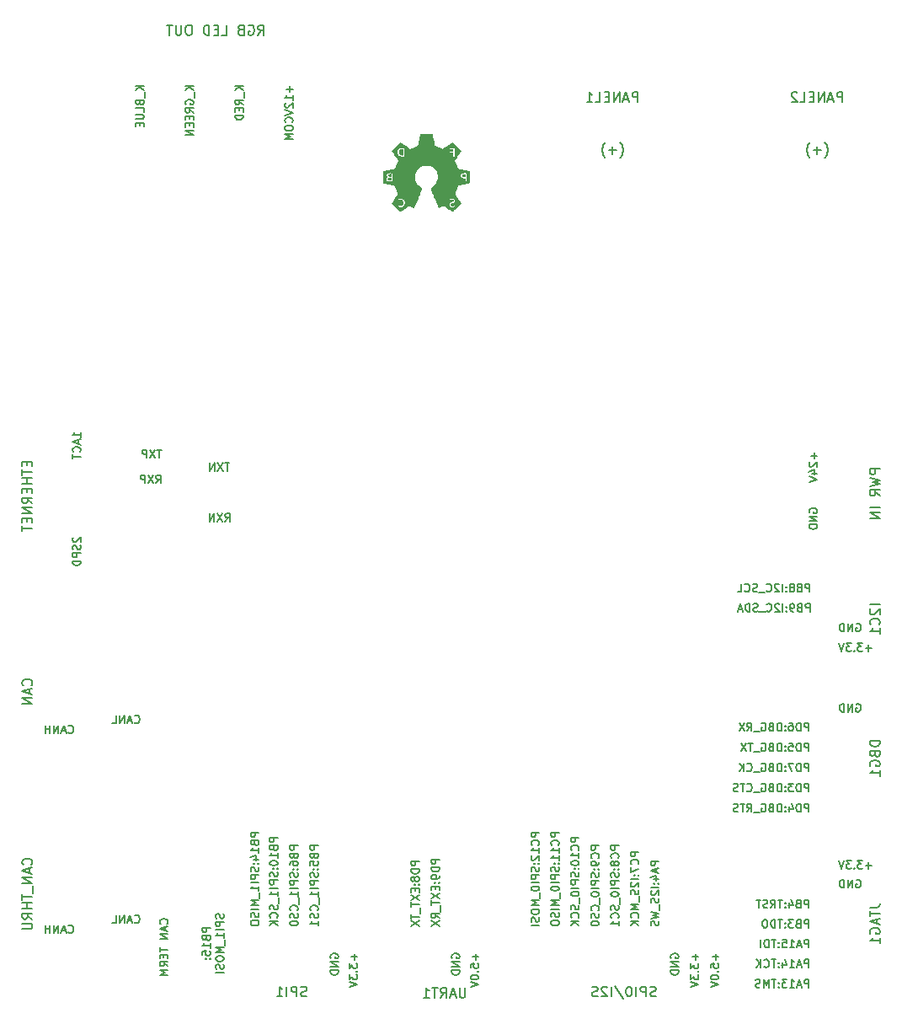
<source format=gbr>
G04 #@! TF.GenerationSoftware,KiCad,Pcbnew,(5.0.1)-rc2*
G04 #@! TF.CreationDate,2018-11-05T04:09:47+01:00*
G04 #@! TF.ProjectId,panel_light_control,70616E656C5F6C696768745F636F6E74,rev?*
G04 #@! TF.SameCoordinates,Original*
G04 #@! TF.FileFunction,Legend,Bot*
G04 #@! TF.FilePolarity,Positive*
%FSLAX46Y46*%
G04 Gerber Fmt 4.6, Leading zero omitted, Abs format (unit mm)*
G04 Created by KiCad (PCBNEW (5.0.1)-rc2) date 2018/11/05 4:09:47*
%MOMM*%
%LPD*%
G01*
G04 APERTURE LIST*
%ADD10C,0.150000*%
%ADD11C,0.010000*%
G04 APERTURE END LIST*
D10*
X122853380Y-101009404D02*
X123120047Y-100628452D01*
X123310523Y-101009404D02*
X123310523Y-100209404D01*
X123005761Y-100209404D01*
X122929571Y-100247500D01*
X122891476Y-100285595D01*
X122853380Y-100361785D01*
X122853380Y-100476071D01*
X122891476Y-100552261D01*
X122929571Y-100590357D01*
X123005761Y-100628452D01*
X123310523Y-100628452D01*
X122586714Y-100209404D02*
X122053380Y-101009404D01*
X122053380Y-100209404D02*
X122586714Y-101009404D01*
X121748619Y-101009404D02*
X121748619Y-100209404D01*
X121291476Y-101009404D01*
X121291476Y-100209404D01*
X115912833Y-97135904D02*
X116179500Y-96754952D01*
X116369976Y-97135904D02*
X116369976Y-96335904D01*
X116065214Y-96335904D01*
X115989023Y-96374000D01*
X115950928Y-96412095D01*
X115912833Y-96488285D01*
X115912833Y-96602571D01*
X115950928Y-96678761D01*
X115989023Y-96716857D01*
X116065214Y-96754952D01*
X116369976Y-96754952D01*
X115646166Y-96335904D02*
X115112833Y-97135904D01*
X115112833Y-96335904D02*
X115646166Y-97135904D01*
X114808071Y-97135904D02*
X114808071Y-96335904D01*
X114503309Y-96335904D01*
X114427119Y-96374000D01*
X114389023Y-96412095D01*
X114350928Y-96488285D01*
X114350928Y-96602571D01*
X114389023Y-96678761D01*
X114427119Y-96716857D01*
X114503309Y-96754952D01*
X114808071Y-96754952D01*
X123266071Y-95129404D02*
X122808928Y-95129404D01*
X123037500Y-95929404D02*
X123037500Y-95129404D01*
X122618452Y-95129404D02*
X122085119Y-95929404D01*
X122085119Y-95129404D02*
X122618452Y-95929404D01*
X121780357Y-95929404D02*
X121780357Y-95129404D01*
X121323214Y-95929404D01*
X121323214Y-95129404D01*
X116452523Y-93795904D02*
X115995380Y-93795904D01*
X116223952Y-94595904D02*
X116223952Y-93795904D01*
X115804904Y-93795904D02*
X115271571Y-94595904D01*
X115271571Y-93795904D02*
X115804904Y-94595904D01*
X114966809Y-94595904D02*
X114966809Y-93795904D01*
X114662047Y-93795904D01*
X114585857Y-93834000D01*
X114547761Y-93872095D01*
X114509666Y-93948285D01*
X114509666Y-94062571D01*
X114547761Y-94138761D01*
X114585857Y-94176857D01*
X114662047Y-94214952D01*
X114966809Y-94214952D01*
X108311904Y-92525952D02*
X108311904Y-92068809D01*
X108311904Y-92297380D02*
X107511904Y-92297380D01*
X107626190Y-92221190D01*
X107702380Y-92145000D01*
X107740476Y-92068809D01*
X108083333Y-92830714D02*
X108083333Y-93211666D01*
X108311904Y-92754523D02*
X107511904Y-93021190D01*
X108311904Y-93287857D01*
X108235714Y-94011666D02*
X108273809Y-93973571D01*
X108311904Y-93859285D01*
X108311904Y-93783095D01*
X108273809Y-93668809D01*
X108197619Y-93592619D01*
X108121428Y-93554523D01*
X107969047Y-93516428D01*
X107854761Y-93516428D01*
X107702380Y-93554523D01*
X107626190Y-93592619D01*
X107550000Y-93668809D01*
X107511904Y-93783095D01*
X107511904Y-93859285D01*
X107550000Y-93973571D01*
X107588095Y-94011666D01*
X107511904Y-94240238D02*
X107511904Y-94697380D01*
X108311904Y-94468809D02*
X107511904Y-94468809D01*
X107588095Y-102603476D02*
X107550000Y-102641571D01*
X107511904Y-102717761D01*
X107511904Y-102908238D01*
X107550000Y-102984428D01*
X107588095Y-103022523D01*
X107664285Y-103060619D01*
X107740476Y-103060619D01*
X107854761Y-103022523D01*
X108311904Y-102565380D01*
X108311904Y-103060619D01*
X108273809Y-103365380D02*
X108311904Y-103479666D01*
X108311904Y-103670142D01*
X108273809Y-103746333D01*
X108235714Y-103784428D01*
X108159523Y-103822523D01*
X108083333Y-103822523D01*
X108007142Y-103784428D01*
X107969047Y-103746333D01*
X107930952Y-103670142D01*
X107892857Y-103517761D01*
X107854761Y-103441571D01*
X107816666Y-103403476D01*
X107740476Y-103365380D01*
X107664285Y-103365380D01*
X107588095Y-103403476D01*
X107550000Y-103441571D01*
X107511904Y-103517761D01*
X107511904Y-103708238D01*
X107550000Y-103822523D01*
X108311904Y-104165380D02*
X107511904Y-104165380D01*
X107511904Y-104470142D01*
X107550000Y-104546333D01*
X107588095Y-104584428D01*
X107664285Y-104622523D01*
X107778571Y-104622523D01*
X107854761Y-104584428D01*
X107892857Y-104546333D01*
X107930952Y-104470142D01*
X107930952Y-104165380D01*
X108311904Y-104965380D02*
X107511904Y-104965380D01*
X107511904Y-105155857D01*
X107550000Y-105270142D01*
X107626190Y-105346333D01*
X107702380Y-105384428D01*
X107854761Y-105422523D01*
X107969047Y-105422523D01*
X108121428Y-105384428D01*
X108197619Y-105346333D01*
X108273809Y-105270142D01*
X108311904Y-105155857D01*
X108311904Y-104965380D01*
X113741095Y-121189714D02*
X113779190Y-121227809D01*
X113893476Y-121265904D01*
X113969666Y-121265904D01*
X114083952Y-121227809D01*
X114160142Y-121151619D01*
X114198238Y-121075428D01*
X114236333Y-120923047D01*
X114236333Y-120808761D01*
X114198238Y-120656380D01*
X114160142Y-120580190D01*
X114083952Y-120504000D01*
X113969666Y-120465904D01*
X113893476Y-120465904D01*
X113779190Y-120504000D01*
X113741095Y-120542095D01*
X113436333Y-121037333D02*
X113055380Y-121037333D01*
X113512523Y-121265904D02*
X113245857Y-120465904D01*
X112979190Y-121265904D01*
X112712523Y-121265904D02*
X112712523Y-120465904D01*
X112255380Y-121265904D01*
X112255380Y-120465904D01*
X111493476Y-121265904D02*
X111874428Y-121265904D01*
X111874428Y-120465904D01*
X107105333Y-122205714D02*
X107143428Y-122243809D01*
X107257714Y-122281904D01*
X107333904Y-122281904D01*
X107448190Y-122243809D01*
X107524380Y-122167619D01*
X107562476Y-122091428D01*
X107600571Y-121939047D01*
X107600571Y-121824761D01*
X107562476Y-121672380D01*
X107524380Y-121596190D01*
X107448190Y-121520000D01*
X107333904Y-121481904D01*
X107257714Y-121481904D01*
X107143428Y-121520000D01*
X107105333Y-121558095D01*
X106800571Y-122053333D02*
X106419619Y-122053333D01*
X106876761Y-122281904D02*
X106610095Y-121481904D01*
X106343428Y-122281904D01*
X106076761Y-122281904D02*
X106076761Y-121481904D01*
X105619619Y-122281904D01*
X105619619Y-121481904D01*
X105238666Y-122281904D02*
X105238666Y-121481904D01*
X105238666Y-121862857D02*
X104781523Y-121862857D01*
X104781523Y-122281904D02*
X104781523Y-121481904D01*
X107105333Y-142271714D02*
X107143428Y-142309809D01*
X107257714Y-142347904D01*
X107333904Y-142347904D01*
X107448190Y-142309809D01*
X107524380Y-142233619D01*
X107562476Y-142157428D01*
X107600571Y-142005047D01*
X107600571Y-141890761D01*
X107562476Y-141738380D01*
X107524380Y-141662190D01*
X107448190Y-141586000D01*
X107333904Y-141547904D01*
X107257714Y-141547904D01*
X107143428Y-141586000D01*
X107105333Y-141624095D01*
X106800571Y-142119333D02*
X106419619Y-142119333D01*
X106876761Y-142347904D02*
X106610095Y-141547904D01*
X106343428Y-142347904D01*
X106076761Y-142347904D02*
X106076761Y-141547904D01*
X105619619Y-142347904D01*
X105619619Y-141547904D01*
X105238666Y-142347904D02*
X105238666Y-141547904D01*
X105238666Y-141928857D02*
X104781523Y-141928857D01*
X104781523Y-142347904D02*
X104781523Y-141547904D01*
X113741095Y-141255714D02*
X113779190Y-141293809D01*
X113893476Y-141331904D01*
X113969666Y-141331904D01*
X114083952Y-141293809D01*
X114160142Y-141217619D01*
X114198238Y-141141428D01*
X114236333Y-140989047D01*
X114236333Y-140874761D01*
X114198238Y-140722380D01*
X114160142Y-140646190D01*
X114083952Y-140570000D01*
X113969666Y-140531904D01*
X113893476Y-140531904D01*
X113779190Y-140570000D01*
X113741095Y-140608095D01*
X113436333Y-141103333D02*
X113055380Y-141103333D01*
X113512523Y-141331904D02*
X113245857Y-140531904D01*
X112979190Y-141331904D01*
X112712523Y-141331904D02*
X112712523Y-140531904D01*
X112255380Y-141331904D01*
X112255380Y-140531904D01*
X111493476Y-141331904D02*
X111874428Y-141331904D01*
X111874428Y-140531904D01*
X183133904Y-64460333D02*
X183181523Y-64412714D01*
X183276761Y-64269857D01*
X183324380Y-64174619D01*
X183372000Y-64031761D01*
X183419619Y-63793666D01*
X183419619Y-63603190D01*
X183372000Y-63365095D01*
X183324380Y-63222238D01*
X183276761Y-63127000D01*
X183181523Y-62984142D01*
X183133904Y-62936523D01*
X182752952Y-63698428D02*
X181991047Y-63698428D01*
X182372000Y-64079380D02*
X182372000Y-63317476D01*
X181610095Y-64460333D02*
X181562476Y-64412714D01*
X181467238Y-64269857D01*
X181419619Y-64174619D01*
X181372000Y-64031761D01*
X181324380Y-63793666D01*
X181324380Y-63603190D01*
X181372000Y-63365095D01*
X181419619Y-63222238D01*
X181467238Y-63127000D01*
X181562476Y-62984142D01*
X181610095Y-62936523D01*
X162559904Y-64460333D02*
X162607523Y-64412714D01*
X162702761Y-64269857D01*
X162750380Y-64174619D01*
X162798000Y-64031761D01*
X162845619Y-63793666D01*
X162845619Y-63603190D01*
X162798000Y-63365095D01*
X162750380Y-63222238D01*
X162702761Y-63127000D01*
X162607523Y-62984142D01*
X162559904Y-62936523D01*
X162178952Y-63698428D02*
X161417047Y-63698428D01*
X161798000Y-64079380D02*
X161798000Y-63317476D01*
X161036095Y-64460333D02*
X160988476Y-64412714D01*
X160893238Y-64269857D01*
X160845619Y-64174619D01*
X160798000Y-64031761D01*
X160750380Y-63793666D01*
X160750380Y-63603190D01*
X160798000Y-63365095D01*
X160845619Y-63222238D01*
X160893238Y-63127000D01*
X160988476Y-62984142D01*
X161036095Y-62936523D01*
X131040000Y-148677261D02*
X130897142Y-148724880D01*
X130659047Y-148724880D01*
X130563809Y-148677261D01*
X130516190Y-148629642D01*
X130468571Y-148534404D01*
X130468571Y-148439166D01*
X130516190Y-148343928D01*
X130563809Y-148296309D01*
X130659047Y-148248690D01*
X130849523Y-148201071D01*
X130944761Y-148153452D01*
X130992380Y-148105833D01*
X131040000Y-148010595D01*
X131040000Y-147915357D01*
X130992380Y-147820119D01*
X130944761Y-147772500D01*
X130849523Y-147724880D01*
X130611428Y-147724880D01*
X130468571Y-147772500D01*
X130040000Y-148724880D02*
X130040000Y-147724880D01*
X129659047Y-147724880D01*
X129563809Y-147772500D01*
X129516190Y-147820119D01*
X129468571Y-147915357D01*
X129468571Y-148058214D01*
X129516190Y-148153452D01*
X129563809Y-148201071D01*
X129659047Y-148248690D01*
X130040000Y-148248690D01*
X129040000Y-148724880D02*
X129040000Y-147724880D01*
X128040000Y-148724880D02*
X128611428Y-148724880D01*
X128325714Y-148724880D02*
X128325714Y-147724880D01*
X128420952Y-147867738D01*
X128516190Y-147962976D01*
X128611428Y-148010595D01*
X146978428Y-147851880D02*
X146978428Y-148661404D01*
X146930809Y-148756642D01*
X146883190Y-148804261D01*
X146787952Y-148851880D01*
X146597476Y-148851880D01*
X146502238Y-148804261D01*
X146454619Y-148756642D01*
X146407000Y-148661404D01*
X146407000Y-147851880D01*
X145978428Y-148566166D02*
X145502238Y-148566166D01*
X146073666Y-148851880D02*
X145740333Y-147851880D01*
X145407000Y-148851880D01*
X144502238Y-148851880D02*
X144835571Y-148375690D01*
X145073666Y-148851880D02*
X145073666Y-147851880D01*
X144692714Y-147851880D01*
X144597476Y-147899500D01*
X144549857Y-147947119D01*
X144502238Y-148042357D01*
X144502238Y-148185214D01*
X144549857Y-148280452D01*
X144597476Y-148328071D01*
X144692714Y-148375690D01*
X145073666Y-148375690D01*
X144216523Y-147851880D02*
X143645095Y-147851880D01*
X143930809Y-148851880D02*
X143930809Y-147851880D01*
X142787952Y-148851880D02*
X143359380Y-148851880D01*
X143073666Y-148851880D02*
X143073666Y-147851880D01*
X143168904Y-147994738D01*
X143264142Y-148089976D01*
X143359380Y-148137595D01*
X166155285Y-148677261D02*
X166012428Y-148724880D01*
X165774333Y-148724880D01*
X165679095Y-148677261D01*
X165631476Y-148629642D01*
X165583857Y-148534404D01*
X165583857Y-148439166D01*
X165631476Y-148343928D01*
X165679095Y-148296309D01*
X165774333Y-148248690D01*
X165964809Y-148201071D01*
X166060047Y-148153452D01*
X166107666Y-148105833D01*
X166155285Y-148010595D01*
X166155285Y-147915357D01*
X166107666Y-147820119D01*
X166060047Y-147772500D01*
X165964809Y-147724880D01*
X165726714Y-147724880D01*
X165583857Y-147772500D01*
X165155285Y-148724880D02*
X165155285Y-147724880D01*
X164774333Y-147724880D01*
X164679095Y-147772500D01*
X164631476Y-147820119D01*
X164583857Y-147915357D01*
X164583857Y-148058214D01*
X164631476Y-148153452D01*
X164679095Y-148201071D01*
X164774333Y-148248690D01*
X165155285Y-148248690D01*
X164155285Y-148724880D02*
X164155285Y-147724880D01*
X163488619Y-147724880D02*
X163393380Y-147724880D01*
X163298142Y-147772500D01*
X163250523Y-147820119D01*
X163202904Y-147915357D01*
X163155285Y-148105833D01*
X163155285Y-148343928D01*
X163202904Y-148534404D01*
X163250523Y-148629642D01*
X163298142Y-148677261D01*
X163393380Y-148724880D01*
X163488619Y-148724880D01*
X163583857Y-148677261D01*
X163631476Y-148629642D01*
X163679095Y-148534404D01*
X163726714Y-148343928D01*
X163726714Y-148105833D01*
X163679095Y-147915357D01*
X163631476Y-147820119D01*
X163583857Y-147772500D01*
X163488619Y-147724880D01*
X162012428Y-147677261D02*
X162869571Y-148962976D01*
X161679095Y-148724880D02*
X161679095Y-147724880D01*
X161250523Y-147820119D02*
X161202904Y-147772500D01*
X161107666Y-147724880D01*
X160869571Y-147724880D01*
X160774333Y-147772500D01*
X160726714Y-147820119D01*
X160679095Y-147915357D01*
X160679095Y-148010595D01*
X160726714Y-148153452D01*
X161298142Y-148724880D01*
X160679095Y-148724880D01*
X160298142Y-148677261D02*
X160155285Y-148724880D01*
X159917190Y-148724880D01*
X159821952Y-148677261D01*
X159774333Y-148629642D01*
X159726714Y-148534404D01*
X159726714Y-148439166D01*
X159774333Y-148343928D01*
X159821952Y-148296309D01*
X159917190Y-148248690D01*
X160107666Y-148201071D01*
X160202904Y-148153452D01*
X160250523Y-148105833D01*
X160298142Y-148010595D01*
X160298142Y-147915357D01*
X160250523Y-147820119D01*
X160202904Y-147772500D01*
X160107666Y-147724880D01*
X159869571Y-147724880D01*
X159726714Y-147772500D01*
X187666380Y-139771642D02*
X188380666Y-139771642D01*
X188523523Y-139724023D01*
X188618761Y-139628785D01*
X188666380Y-139485928D01*
X188666380Y-139390690D01*
X187666380Y-140104976D02*
X187666380Y-140676404D01*
X188666380Y-140390690D02*
X187666380Y-140390690D01*
X188380666Y-140962119D02*
X188380666Y-141438309D01*
X188666380Y-140866880D02*
X187666380Y-141200214D01*
X188666380Y-141533547D01*
X187714000Y-142390690D02*
X187666380Y-142295452D01*
X187666380Y-142152595D01*
X187714000Y-142009738D01*
X187809238Y-141914500D01*
X187904476Y-141866880D01*
X188094952Y-141819261D01*
X188237809Y-141819261D01*
X188428285Y-141866880D01*
X188523523Y-141914500D01*
X188618761Y-142009738D01*
X188666380Y-142152595D01*
X188666380Y-142247833D01*
X188618761Y-142390690D01*
X188571142Y-142438309D01*
X188237809Y-142438309D01*
X188237809Y-142247833D01*
X188666380Y-143390690D02*
X188666380Y-142819261D01*
X188666380Y-143104976D02*
X187666380Y-143104976D01*
X187809238Y-143009738D01*
X187904476Y-142914500D01*
X187952095Y-142819261D01*
X188666380Y-123039404D02*
X187666380Y-123039404D01*
X187666380Y-123277500D01*
X187714000Y-123420357D01*
X187809238Y-123515595D01*
X187904476Y-123563214D01*
X188094952Y-123610833D01*
X188237809Y-123610833D01*
X188428285Y-123563214D01*
X188523523Y-123515595D01*
X188618761Y-123420357D01*
X188666380Y-123277500D01*
X188666380Y-123039404D01*
X188142571Y-124372738D02*
X188190190Y-124515595D01*
X188237809Y-124563214D01*
X188333047Y-124610833D01*
X188475904Y-124610833D01*
X188571142Y-124563214D01*
X188618761Y-124515595D01*
X188666380Y-124420357D01*
X188666380Y-124039404D01*
X187666380Y-124039404D01*
X187666380Y-124372738D01*
X187714000Y-124467976D01*
X187761619Y-124515595D01*
X187856857Y-124563214D01*
X187952095Y-124563214D01*
X188047333Y-124515595D01*
X188094952Y-124467976D01*
X188142571Y-124372738D01*
X188142571Y-124039404D01*
X187714000Y-125563214D02*
X187666380Y-125467976D01*
X187666380Y-125325119D01*
X187714000Y-125182261D01*
X187809238Y-125087023D01*
X187904476Y-125039404D01*
X188094952Y-124991785D01*
X188237809Y-124991785D01*
X188428285Y-125039404D01*
X188523523Y-125087023D01*
X188618761Y-125182261D01*
X188666380Y-125325119D01*
X188666380Y-125420357D01*
X188618761Y-125563214D01*
X188571142Y-125610833D01*
X188237809Y-125610833D01*
X188237809Y-125420357D01*
X188666380Y-126563214D02*
X188666380Y-125991785D01*
X188666380Y-126277500D02*
X187666380Y-126277500D01*
X187809238Y-126182261D01*
X187904476Y-126087023D01*
X187952095Y-125991785D01*
X188666380Y-109355119D02*
X187666380Y-109355119D01*
X187761619Y-109783690D02*
X187714000Y-109831309D01*
X187666380Y-109926547D01*
X187666380Y-110164642D01*
X187714000Y-110259880D01*
X187761619Y-110307500D01*
X187856857Y-110355119D01*
X187952095Y-110355119D01*
X188094952Y-110307500D01*
X188666380Y-109736071D01*
X188666380Y-110355119D01*
X188571142Y-111355119D02*
X188618761Y-111307500D01*
X188666380Y-111164642D01*
X188666380Y-111069404D01*
X188618761Y-110926547D01*
X188523523Y-110831309D01*
X188428285Y-110783690D01*
X188237809Y-110736071D01*
X188094952Y-110736071D01*
X187904476Y-110783690D01*
X187809238Y-110831309D01*
X187714000Y-110926547D01*
X187666380Y-111069404D01*
X187666380Y-111164642D01*
X187714000Y-111307500D01*
X187761619Y-111355119D01*
X188666380Y-112307500D02*
X188666380Y-111736071D01*
X188666380Y-112021785D02*
X187666380Y-112021785D01*
X187809238Y-111926547D01*
X187904476Y-111831309D01*
X187952095Y-111736071D01*
X188666380Y-95694809D02*
X187666380Y-95694809D01*
X187666380Y-96075761D01*
X187714000Y-96171000D01*
X187761619Y-96218619D01*
X187856857Y-96266238D01*
X187999714Y-96266238D01*
X188094952Y-96218619D01*
X188142571Y-96171000D01*
X188190190Y-96075761D01*
X188190190Y-95694809D01*
X187666380Y-96599571D02*
X188666380Y-96837666D01*
X187952095Y-97028142D01*
X188666380Y-97218619D01*
X187666380Y-97456714D01*
X188666380Y-98409095D02*
X188190190Y-98075761D01*
X188666380Y-97837666D02*
X187666380Y-97837666D01*
X187666380Y-98218619D01*
X187714000Y-98313857D01*
X187761619Y-98361476D01*
X187856857Y-98409095D01*
X187999714Y-98409095D01*
X188094952Y-98361476D01*
X188142571Y-98313857D01*
X188190190Y-98218619D01*
X188190190Y-97837666D01*
X188666380Y-99599571D02*
X187666380Y-99599571D01*
X188666380Y-100075761D02*
X187666380Y-100075761D01*
X188666380Y-100647190D01*
X187666380Y-100647190D01*
X184919619Y-58872380D02*
X184919619Y-57872380D01*
X184538666Y-57872380D01*
X184443428Y-57920000D01*
X184395809Y-57967619D01*
X184348190Y-58062857D01*
X184348190Y-58205714D01*
X184395809Y-58300952D01*
X184443428Y-58348571D01*
X184538666Y-58396190D01*
X184919619Y-58396190D01*
X183967238Y-58586666D02*
X183491047Y-58586666D01*
X184062476Y-58872380D02*
X183729142Y-57872380D01*
X183395809Y-58872380D01*
X183062476Y-58872380D02*
X183062476Y-57872380D01*
X182491047Y-58872380D01*
X182491047Y-57872380D01*
X182014857Y-58348571D02*
X181681523Y-58348571D01*
X181538666Y-58872380D02*
X182014857Y-58872380D01*
X182014857Y-57872380D01*
X181538666Y-57872380D01*
X180633904Y-58872380D02*
X181110095Y-58872380D01*
X181110095Y-57872380D01*
X180348190Y-57967619D02*
X180300571Y-57920000D01*
X180205333Y-57872380D01*
X179967238Y-57872380D01*
X179872000Y-57920000D01*
X179824380Y-57967619D01*
X179776761Y-58062857D01*
X179776761Y-58158095D01*
X179824380Y-58300952D01*
X180395809Y-58872380D01*
X179776761Y-58872380D01*
X164345619Y-58872380D02*
X164345619Y-57872380D01*
X163964666Y-57872380D01*
X163869428Y-57920000D01*
X163821809Y-57967619D01*
X163774190Y-58062857D01*
X163774190Y-58205714D01*
X163821809Y-58300952D01*
X163869428Y-58348571D01*
X163964666Y-58396190D01*
X164345619Y-58396190D01*
X163393238Y-58586666D02*
X162917047Y-58586666D01*
X163488476Y-58872380D02*
X163155142Y-57872380D01*
X162821809Y-58872380D01*
X162488476Y-58872380D02*
X162488476Y-57872380D01*
X161917047Y-58872380D01*
X161917047Y-57872380D01*
X161440857Y-58348571D02*
X161107523Y-58348571D01*
X160964666Y-58872380D02*
X161440857Y-58872380D01*
X161440857Y-57872380D01*
X160964666Y-57872380D01*
X160059904Y-58872380D02*
X160536095Y-58872380D01*
X160536095Y-57872380D01*
X159202761Y-58872380D02*
X159774190Y-58872380D01*
X159488476Y-58872380D02*
X159488476Y-57872380D01*
X159583714Y-58015238D01*
X159678952Y-58110476D01*
X159774190Y-58158095D01*
X126158095Y-52141380D02*
X126491428Y-51665190D01*
X126729523Y-52141380D02*
X126729523Y-51141380D01*
X126348571Y-51141380D01*
X126253333Y-51189000D01*
X126205714Y-51236619D01*
X126158095Y-51331857D01*
X126158095Y-51474714D01*
X126205714Y-51569952D01*
X126253333Y-51617571D01*
X126348571Y-51665190D01*
X126729523Y-51665190D01*
X125205714Y-51189000D02*
X125300952Y-51141380D01*
X125443809Y-51141380D01*
X125586666Y-51189000D01*
X125681904Y-51284238D01*
X125729523Y-51379476D01*
X125777142Y-51569952D01*
X125777142Y-51712809D01*
X125729523Y-51903285D01*
X125681904Y-51998523D01*
X125586666Y-52093761D01*
X125443809Y-52141380D01*
X125348571Y-52141380D01*
X125205714Y-52093761D01*
X125158095Y-52046142D01*
X125158095Y-51712809D01*
X125348571Y-51712809D01*
X124396190Y-51617571D02*
X124253333Y-51665190D01*
X124205714Y-51712809D01*
X124158095Y-51808047D01*
X124158095Y-51950904D01*
X124205714Y-52046142D01*
X124253333Y-52093761D01*
X124348571Y-52141380D01*
X124729523Y-52141380D01*
X124729523Y-51141380D01*
X124396190Y-51141380D01*
X124300952Y-51189000D01*
X124253333Y-51236619D01*
X124205714Y-51331857D01*
X124205714Y-51427095D01*
X124253333Y-51522333D01*
X124300952Y-51569952D01*
X124396190Y-51617571D01*
X124729523Y-51617571D01*
X122491428Y-52141380D02*
X122967619Y-52141380D01*
X122967619Y-51141380D01*
X122158095Y-51617571D02*
X121824761Y-51617571D01*
X121681904Y-52141380D02*
X122158095Y-52141380D01*
X122158095Y-51141380D01*
X121681904Y-51141380D01*
X121253333Y-52141380D02*
X121253333Y-51141380D01*
X121015238Y-51141380D01*
X120872380Y-51189000D01*
X120777142Y-51284238D01*
X120729523Y-51379476D01*
X120681904Y-51569952D01*
X120681904Y-51712809D01*
X120729523Y-51903285D01*
X120777142Y-51998523D01*
X120872380Y-52093761D01*
X121015238Y-52141380D01*
X121253333Y-52141380D01*
X119300952Y-51141380D02*
X119110476Y-51141380D01*
X119015238Y-51189000D01*
X118920000Y-51284238D01*
X118872380Y-51474714D01*
X118872380Y-51808047D01*
X118920000Y-51998523D01*
X119015238Y-52093761D01*
X119110476Y-52141380D01*
X119300952Y-52141380D01*
X119396190Y-52093761D01*
X119491428Y-51998523D01*
X119539047Y-51808047D01*
X119539047Y-51474714D01*
X119491428Y-51284238D01*
X119396190Y-51189000D01*
X119300952Y-51141380D01*
X118443809Y-51141380D02*
X118443809Y-51950904D01*
X118396190Y-52046142D01*
X118348571Y-52093761D01*
X118253333Y-52141380D01*
X118062857Y-52141380D01*
X117967619Y-52093761D01*
X117920000Y-52046142D01*
X117872380Y-51950904D01*
X117872380Y-51141380D01*
X117539047Y-51141380D02*
X116967619Y-51141380D01*
X117253333Y-52141380D02*
X117253333Y-51141380D01*
X129343142Y-57258285D02*
X129343142Y-57867809D01*
X129647904Y-57563047D02*
X129038380Y-57563047D01*
X129647904Y-58667809D02*
X129647904Y-58210666D01*
X129647904Y-58439238D02*
X128847904Y-58439238D01*
X128962190Y-58363047D01*
X129038380Y-58286857D01*
X129076476Y-58210666D01*
X128924095Y-58972571D02*
X128886000Y-59010666D01*
X128847904Y-59086857D01*
X128847904Y-59277333D01*
X128886000Y-59353523D01*
X128924095Y-59391619D01*
X129000285Y-59429714D01*
X129076476Y-59429714D01*
X129190761Y-59391619D01*
X129647904Y-58934476D01*
X129647904Y-59429714D01*
X128847904Y-59658285D02*
X129647904Y-59924952D01*
X128847904Y-60191619D01*
X129571714Y-60915428D02*
X129609809Y-60877333D01*
X129647904Y-60763047D01*
X129647904Y-60686857D01*
X129609809Y-60572571D01*
X129533619Y-60496380D01*
X129457428Y-60458285D01*
X129305047Y-60420190D01*
X129190761Y-60420190D01*
X129038380Y-60458285D01*
X128962190Y-60496380D01*
X128886000Y-60572571D01*
X128847904Y-60686857D01*
X128847904Y-60763047D01*
X128886000Y-60877333D01*
X128924095Y-60915428D01*
X128847904Y-61410666D02*
X128847904Y-61563047D01*
X128886000Y-61639238D01*
X128962190Y-61715428D01*
X129114571Y-61753523D01*
X129381238Y-61753523D01*
X129533619Y-61715428D01*
X129609809Y-61639238D01*
X129647904Y-61563047D01*
X129647904Y-61410666D01*
X129609809Y-61334476D01*
X129533619Y-61258285D01*
X129381238Y-61220190D01*
X129114571Y-61220190D01*
X128962190Y-61258285D01*
X128886000Y-61334476D01*
X128847904Y-61410666D01*
X129647904Y-62096380D02*
X128847904Y-62096380D01*
X129419333Y-62363047D01*
X128847904Y-62629714D01*
X129647904Y-62629714D01*
X124652570Y-57258285D02*
X123852570Y-57258285D01*
X124652570Y-57715428D02*
X124195427Y-57372571D01*
X123852570Y-57715428D02*
X124309713Y-57258285D01*
X124728761Y-57867809D02*
X124728761Y-58477333D01*
X124652570Y-59124952D02*
X124271618Y-58858285D01*
X124652570Y-58667809D02*
X123852570Y-58667809D01*
X123852570Y-58972571D01*
X123890666Y-59048761D01*
X123928761Y-59086856D01*
X124004951Y-59124952D01*
X124119237Y-59124952D01*
X124195427Y-59086856D01*
X124233523Y-59048761D01*
X124271618Y-58972571D01*
X124271618Y-58667809D01*
X124233523Y-59467809D02*
X124233523Y-59734476D01*
X124652570Y-59848761D02*
X124652570Y-59467809D01*
X123852570Y-59467809D01*
X123852570Y-59848761D01*
X124652570Y-60191618D02*
X123852570Y-60191618D01*
X123852570Y-60382095D01*
X123890666Y-60496380D01*
X123966856Y-60572571D01*
X124043046Y-60610666D01*
X124195427Y-60648761D01*
X124309713Y-60648761D01*
X124462094Y-60610666D01*
X124538285Y-60572571D01*
X124614475Y-60496380D01*
X124652570Y-60382095D01*
X124652570Y-60191618D01*
X119657237Y-57258285D02*
X118857237Y-57258285D01*
X119657237Y-57715428D02*
X119200094Y-57372570D01*
X118857237Y-57715428D02*
X119314380Y-57258285D01*
X119733428Y-57867808D02*
X119733428Y-58477332D01*
X118895333Y-59086856D02*
X118857237Y-59010666D01*
X118857237Y-58896380D01*
X118895333Y-58782094D01*
X118971523Y-58705904D01*
X119047713Y-58667808D01*
X119200094Y-58629713D01*
X119314380Y-58629713D01*
X119466761Y-58667808D01*
X119542952Y-58705904D01*
X119619142Y-58782094D01*
X119657237Y-58896380D01*
X119657237Y-58972570D01*
X119619142Y-59086856D01*
X119581047Y-59124951D01*
X119314380Y-59124951D01*
X119314380Y-58972570D01*
X119657237Y-59924951D02*
X119276285Y-59658285D01*
X119657237Y-59467808D02*
X118857237Y-59467808D01*
X118857237Y-59772570D01*
X118895333Y-59848761D01*
X118933428Y-59886856D01*
X119009618Y-59924951D01*
X119123904Y-59924951D01*
X119200094Y-59886856D01*
X119238190Y-59848761D01*
X119276285Y-59772570D01*
X119276285Y-59467808D01*
X119238190Y-60267808D02*
X119238190Y-60534475D01*
X119657237Y-60648761D02*
X119657237Y-60267808D01*
X118857237Y-60267808D01*
X118857237Y-60648761D01*
X119238190Y-60991618D02*
X119238190Y-61258285D01*
X119657237Y-61372570D02*
X119657237Y-60991618D01*
X118857237Y-60991618D01*
X118857237Y-61372570D01*
X119657237Y-61715428D02*
X118857237Y-61715428D01*
X119657237Y-62172570D01*
X118857237Y-62172570D01*
X114661904Y-57258285D02*
X113861904Y-57258285D01*
X114661904Y-57715428D02*
X114204761Y-57372571D01*
X113861904Y-57715428D02*
X114319047Y-57258285D01*
X114738095Y-57867809D02*
X114738095Y-58477333D01*
X114242857Y-58934475D02*
X114280952Y-59048761D01*
X114319047Y-59086856D01*
X114395238Y-59124952D01*
X114509523Y-59124952D01*
X114585714Y-59086856D01*
X114623809Y-59048761D01*
X114661904Y-58972571D01*
X114661904Y-58667809D01*
X113861904Y-58667809D01*
X113861904Y-58934475D01*
X113900000Y-59010666D01*
X113938095Y-59048761D01*
X114014285Y-59086856D01*
X114090476Y-59086856D01*
X114166666Y-59048761D01*
X114204761Y-59010666D01*
X114242857Y-58934475D01*
X114242857Y-58667809D01*
X114661904Y-59848761D02*
X114661904Y-59467809D01*
X113861904Y-59467809D01*
X113861904Y-60115428D02*
X114509523Y-60115428D01*
X114585714Y-60153523D01*
X114623809Y-60191618D01*
X114661904Y-60267809D01*
X114661904Y-60420190D01*
X114623809Y-60496380D01*
X114585714Y-60534475D01*
X114509523Y-60572571D01*
X113861904Y-60572571D01*
X114242857Y-60953523D02*
X114242857Y-61220190D01*
X114661904Y-61334475D02*
X114661904Y-60953523D01*
X113861904Y-60953523D01*
X113861904Y-61334475D01*
X102925571Y-94996428D02*
X102925571Y-95329761D01*
X103449380Y-95472619D02*
X103449380Y-94996428D01*
X102449380Y-94996428D01*
X102449380Y-95472619D01*
X102449380Y-95758333D02*
X102449380Y-96329761D01*
X103449380Y-96044047D02*
X102449380Y-96044047D01*
X103449380Y-96663095D02*
X102449380Y-96663095D01*
X102925571Y-96663095D02*
X102925571Y-97234523D01*
X103449380Y-97234523D02*
X102449380Y-97234523D01*
X102925571Y-97710714D02*
X102925571Y-98044047D01*
X103449380Y-98186904D02*
X103449380Y-97710714D01*
X102449380Y-97710714D01*
X102449380Y-98186904D01*
X103449380Y-99186904D02*
X102973190Y-98853571D01*
X103449380Y-98615476D02*
X102449380Y-98615476D01*
X102449380Y-98996428D01*
X102497000Y-99091666D01*
X102544619Y-99139285D01*
X102639857Y-99186904D01*
X102782714Y-99186904D01*
X102877952Y-99139285D01*
X102925571Y-99091666D01*
X102973190Y-98996428D01*
X102973190Y-98615476D01*
X103449380Y-99615476D02*
X102449380Y-99615476D01*
X103449380Y-100186904D01*
X102449380Y-100186904D01*
X102925571Y-100663095D02*
X102925571Y-100996428D01*
X103449380Y-101139285D02*
X103449380Y-100663095D01*
X102449380Y-100663095D01*
X102449380Y-101139285D01*
X102449380Y-101425000D02*
X102449380Y-101996428D01*
X103449380Y-101710714D02*
X102449380Y-101710714D01*
X103354142Y-135477619D02*
X103401761Y-135430000D01*
X103449380Y-135287142D01*
X103449380Y-135191904D01*
X103401761Y-135049047D01*
X103306523Y-134953809D01*
X103211285Y-134906190D01*
X103020809Y-134858571D01*
X102877952Y-134858571D01*
X102687476Y-134906190D01*
X102592238Y-134953809D01*
X102497000Y-135049047D01*
X102449380Y-135191904D01*
X102449380Y-135287142D01*
X102497000Y-135430000D01*
X102544619Y-135477619D01*
X103163666Y-135858571D02*
X103163666Y-136334761D01*
X103449380Y-135763333D02*
X102449380Y-136096666D01*
X103449380Y-136430000D01*
X103449380Y-136763333D02*
X102449380Y-136763333D01*
X103449380Y-137334761D01*
X102449380Y-137334761D01*
X103544619Y-137572857D02*
X103544619Y-138334761D01*
X102449380Y-138430000D02*
X102449380Y-139001428D01*
X103449380Y-138715714D02*
X102449380Y-138715714D01*
X103449380Y-139334761D02*
X102449380Y-139334761D01*
X102925571Y-139334761D02*
X102925571Y-139906190D01*
X103449380Y-139906190D02*
X102449380Y-139906190D01*
X103449380Y-140953809D02*
X102973190Y-140620476D01*
X103449380Y-140382380D02*
X102449380Y-140382380D01*
X102449380Y-140763333D01*
X102497000Y-140858571D01*
X102544619Y-140906190D01*
X102639857Y-140953809D01*
X102782714Y-140953809D01*
X102877952Y-140906190D01*
X102925571Y-140858571D01*
X102973190Y-140763333D01*
X102973190Y-140382380D01*
X102449380Y-141382380D02*
X103258904Y-141382380D01*
X103354142Y-141430000D01*
X103401761Y-141477619D01*
X103449380Y-141572857D01*
X103449380Y-141763333D01*
X103401761Y-141858571D01*
X103354142Y-141906190D01*
X103258904Y-141953809D01*
X102449380Y-141953809D01*
X103354142Y-117467142D02*
X103401761Y-117419523D01*
X103449380Y-117276666D01*
X103449380Y-117181428D01*
X103401761Y-117038571D01*
X103306523Y-116943333D01*
X103211285Y-116895714D01*
X103020809Y-116848095D01*
X102877952Y-116848095D01*
X102687476Y-116895714D01*
X102592238Y-116943333D01*
X102497000Y-117038571D01*
X102449380Y-117181428D01*
X102449380Y-117276666D01*
X102497000Y-117419523D01*
X102544619Y-117467142D01*
X103163666Y-117848095D02*
X103163666Y-118324285D01*
X103449380Y-117752857D02*
X102449380Y-118086190D01*
X103449380Y-118419523D01*
X103449380Y-118752857D02*
X102449380Y-118752857D01*
X103449380Y-119324285D01*
X102449380Y-119324285D01*
X182048142Y-94094476D02*
X182048142Y-94704000D01*
X182352904Y-94399238D02*
X181743380Y-94399238D01*
X181629095Y-95046857D02*
X181591000Y-95084952D01*
X181552904Y-95161142D01*
X181552904Y-95351619D01*
X181591000Y-95427809D01*
X181629095Y-95465904D01*
X181705285Y-95504000D01*
X181781476Y-95504000D01*
X181895761Y-95465904D01*
X182352904Y-95008761D01*
X182352904Y-95504000D01*
X181819571Y-96189714D02*
X182352904Y-96189714D01*
X181514809Y-95999238D02*
X182086238Y-95808761D01*
X182086238Y-96304000D01*
X181552904Y-96494476D02*
X182352904Y-96761142D01*
X181552904Y-97027809D01*
X181591000Y-100101476D02*
X181552904Y-100025285D01*
X181552904Y-99911000D01*
X181591000Y-99796714D01*
X181667190Y-99720523D01*
X181743380Y-99682428D01*
X181895761Y-99644333D01*
X182010047Y-99644333D01*
X182162428Y-99682428D01*
X182238619Y-99720523D01*
X182314809Y-99796714D01*
X182352904Y-99911000D01*
X182352904Y-99987190D01*
X182314809Y-100101476D01*
X182276714Y-100139571D01*
X182010047Y-100139571D01*
X182010047Y-99987190D01*
X182352904Y-100482428D02*
X181552904Y-100482428D01*
X182352904Y-100939571D01*
X181552904Y-100939571D01*
X182352904Y-101320523D02*
X181552904Y-101320523D01*
X181552904Y-101511000D01*
X181591000Y-101625285D01*
X181667190Y-101701476D01*
X181743380Y-101739571D01*
X181895761Y-101777666D01*
X182010047Y-101777666D01*
X182162428Y-101739571D01*
X182238619Y-101701476D01*
X182314809Y-101625285D01*
X182352904Y-101511000D01*
X182352904Y-101320523D01*
X116998714Y-141421142D02*
X117036809Y-141383047D01*
X117074904Y-141268761D01*
X117074904Y-141192571D01*
X117036809Y-141078285D01*
X116960619Y-141002095D01*
X116884428Y-140964000D01*
X116732047Y-140925904D01*
X116617761Y-140925904D01*
X116465380Y-140964000D01*
X116389190Y-141002095D01*
X116313000Y-141078285D01*
X116274904Y-141192571D01*
X116274904Y-141268761D01*
X116313000Y-141383047D01*
X116351095Y-141421142D01*
X116846333Y-141725904D02*
X116846333Y-142106857D01*
X117074904Y-141649714D02*
X116274904Y-141916380D01*
X117074904Y-142183047D01*
X117074904Y-142449714D02*
X116274904Y-142449714D01*
X117074904Y-142906857D01*
X116274904Y-142906857D01*
X116274904Y-143783047D02*
X116274904Y-144240190D01*
X117074904Y-144011619D02*
X116274904Y-144011619D01*
X116655857Y-144506857D02*
X116655857Y-144773523D01*
X117074904Y-144887809D02*
X117074904Y-144506857D01*
X116274904Y-144506857D01*
X116274904Y-144887809D01*
X117074904Y-145687809D02*
X116693952Y-145421142D01*
X117074904Y-145230666D02*
X116274904Y-145230666D01*
X116274904Y-145535428D01*
X116313000Y-145611619D01*
X116351095Y-145649714D01*
X116427285Y-145687809D01*
X116541571Y-145687809D01*
X116617761Y-145649714D01*
X116655857Y-145611619D01*
X116693952Y-145535428D01*
X116693952Y-145230666D01*
X117074904Y-146030666D02*
X116274904Y-146030666D01*
X116846333Y-146297333D01*
X116274904Y-146564000D01*
X117074904Y-146564000D01*
X135820142Y-144450000D02*
X135820142Y-145059523D01*
X136124904Y-144754761D02*
X135515380Y-144754761D01*
X135324904Y-145364285D02*
X135324904Y-145859523D01*
X135629666Y-145592857D01*
X135629666Y-145707142D01*
X135667761Y-145783333D01*
X135705857Y-145821428D01*
X135782047Y-145859523D01*
X135972523Y-145859523D01*
X136048714Y-145821428D01*
X136086809Y-145783333D01*
X136124904Y-145707142D01*
X136124904Y-145478571D01*
X136086809Y-145402380D01*
X136048714Y-145364285D01*
X136048714Y-146202380D02*
X136086809Y-146240476D01*
X136124904Y-146202380D01*
X136086809Y-146164285D01*
X136048714Y-146202380D01*
X136124904Y-146202380D01*
X135324904Y-146507142D02*
X135324904Y-147002380D01*
X135629666Y-146735714D01*
X135629666Y-146850000D01*
X135667761Y-146926190D01*
X135705857Y-146964285D01*
X135782047Y-147002380D01*
X135972523Y-147002380D01*
X136048714Y-146964285D01*
X136086809Y-146926190D01*
X136124904Y-146850000D01*
X136124904Y-146621428D01*
X136086809Y-146545238D01*
X136048714Y-146507142D01*
X135324904Y-147230952D02*
X136124904Y-147497619D01*
X135324904Y-147764285D01*
X133458000Y-144869048D02*
X133419904Y-144792857D01*
X133419904Y-144678572D01*
X133458000Y-144564286D01*
X133534190Y-144488095D01*
X133610380Y-144450000D01*
X133762761Y-144411905D01*
X133877047Y-144411905D01*
X134029428Y-144450000D01*
X134105619Y-144488095D01*
X134181809Y-144564286D01*
X134219904Y-144678572D01*
X134219904Y-144754762D01*
X134181809Y-144869048D01*
X134143714Y-144907143D01*
X133877047Y-144907143D01*
X133877047Y-144754762D01*
X134219904Y-145250000D02*
X133419904Y-145250000D01*
X134219904Y-145707143D01*
X133419904Y-145707143D01*
X134219904Y-146088095D02*
X133419904Y-146088095D01*
X133419904Y-146278572D01*
X133458000Y-146392857D01*
X133534190Y-146469048D01*
X133610380Y-146507143D01*
X133762761Y-146545238D01*
X133877047Y-146545238D01*
X134029428Y-146507143D01*
X134105619Y-146469048D01*
X134181809Y-146392857D01*
X134219904Y-146278572D01*
X134219904Y-146088095D01*
X148012142Y-144450000D02*
X148012142Y-145059523D01*
X148316904Y-144754761D02*
X147707380Y-144754761D01*
X147516904Y-145821428D02*
X147516904Y-145440476D01*
X147897857Y-145402380D01*
X147859761Y-145440476D01*
X147821666Y-145516666D01*
X147821666Y-145707142D01*
X147859761Y-145783333D01*
X147897857Y-145821428D01*
X147974047Y-145859523D01*
X148164523Y-145859523D01*
X148240714Y-145821428D01*
X148278809Y-145783333D01*
X148316904Y-145707142D01*
X148316904Y-145516666D01*
X148278809Y-145440476D01*
X148240714Y-145402380D01*
X148240714Y-146202380D02*
X148278809Y-146240476D01*
X148316904Y-146202380D01*
X148278809Y-146164285D01*
X148240714Y-146202380D01*
X148316904Y-146202380D01*
X147516904Y-146735714D02*
X147516904Y-146811904D01*
X147555000Y-146888095D01*
X147593095Y-146926190D01*
X147669285Y-146964285D01*
X147821666Y-147002380D01*
X148012142Y-147002380D01*
X148164523Y-146964285D01*
X148240714Y-146926190D01*
X148278809Y-146888095D01*
X148316904Y-146811904D01*
X148316904Y-146735714D01*
X148278809Y-146659523D01*
X148240714Y-146621428D01*
X148164523Y-146583333D01*
X148012142Y-146545238D01*
X147821666Y-146545238D01*
X147669285Y-146583333D01*
X147593095Y-146621428D01*
X147555000Y-146659523D01*
X147516904Y-146735714D01*
X147516904Y-147230952D02*
X148316904Y-147497619D01*
X147516904Y-147764285D01*
X145650000Y-144869048D02*
X145611904Y-144792857D01*
X145611904Y-144678572D01*
X145650000Y-144564286D01*
X145726190Y-144488095D01*
X145802380Y-144450000D01*
X145954761Y-144411905D01*
X146069047Y-144411905D01*
X146221428Y-144450000D01*
X146297619Y-144488095D01*
X146373809Y-144564286D01*
X146411904Y-144678572D01*
X146411904Y-144754762D01*
X146373809Y-144869048D01*
X146335714Y-144907143D01*
X146069047Y-144907143D01*
X146069047Y-144754762D01*
X146411904Y-145250000D02*
X145611904Y-145250000D01*
X146411904Y-145707143D01*
X145611904Y-145707143D01*
X146411904Y-146088095D02*
X145611904Y-146088095D01*
X145611904Y-146278572D01*
X145650000Y-146392857D01*
X145726190Y-146469048D01*
X145802380Y-146507143D01*
X145954761Y-146545238D01*
X146069047Y-146545238D01*
X146221428Y-146507143D01*
X146297619Y-146469048D01*
X146373809Y-146392857D01*
X146411904Y-146278572D01*
X146411904Y-146088095D01*
X172142142Y-144450000D02*
X172142142Y-145059523D01*
X172446904Y-144754761D02*
X171837380Y-144754761D01*
X171646904Y-145821428D02*
X171646904Y-145440476D01*
X172027857Y-145402380D01*
X171989761Y-145440476D01*
X171951666Y-145516666D01*
X171951666Y-145707142D01*
X171989761Y-145783333D01*
X172027857Y-145821428D01*
X172104047Y-145859523D01*
X172294523Y-145859523D01*
X172370714Y-145821428D01*
X172408809Y-145783333D01*
X172446904Y-145707142D01*
X172446904Y-145516666D01*
X172408809Y-145440476D01*
X172370714Y-145402380D01*
X172370714Y-146202380D02*
X172408809Y-146240476D01*
X172446904Y-146202380D01*
X172408809Y-146164285D01*
X172370714Y-146202380D01*
X172446904Y-146202380D01*
X171646904Y-146735714D02*
X171646904Y-146811904D01*
X171685000Y-146888095D01*
X171723095Y-146926190D01*
X171799285Y-146964285D01*
X171951666Y-147002380D01*
X172142142Y-147002380D01*
X172294523Y-146964285D01*
X172370714Y-146926190D01*
X172408809Y-146888095D01*
X172446904Y-146811904D01*
X172446904Y-146735714D01*
X172408809Y-146659523D01*
X172370714Y-146621428D01*
X172294523Y-146583333D01*
X172142142Y-146545238D01*
X171951666Y-146545238D01*
X171799285Y-146583333D01*
X171723095Y-146621428D01*
X171685000Y-146659523D01*
X171646904Y-146735714D01*
X171646904Y-147230952D02*
X172446904Y-147497619D01*
X171646904Y-147764285D01*
X167677439Y-144869048D02*
X167639343Y-144792857D01*
X167639343Y-144678572D01*
X167677439Y-144564286D01*
X167753629Y-144488095D01*
X167829819Y-144450000D01*
X167982200Y-144411905D01*
X168096486Y-144411905D01*
X168248867Y-144450000D01*
X168325058Y-144488095D01*
X168401248Y-144564286D01*
X168439343Y-144678572D01*
X168439343Y-144754762D01*
X168401248Y-144869048D01*
X168363153Y-144907143D01*
X168096486Y-144907143D01*
X168096486Y-144754762D01*
X168439343Y-145250000D02*
X167639343Y-145250000D01*
X168439343Y-145707143D01*
X167639343Y-145707143D01*
X168439343Y-146088095D02*
X167639343Y-146088095D01*
X167639343Y-146278572D01*
X167677439Y-146392857D01*
X167753629Y-146469048D01*
X167829819Y-146507143D01*
X167982200Y-146545238D01*
X168096486Y-146545238D01*
X168248867Y-146507143D01*
X168325058Y-146469048D01*
X168401248Y-146392857D01*
X168439343Y-146278572D01*
X168439343Y-146088095D01*
X170138358Y-144450000D02*
X170138358Y-145059523D01*
X170443120Y-144754761D02*
X169833596Y-144754761D01*
X169643120Y-145364285D02*
X169643120Y-145859523D01*
X169947882Y-145592857D01*
X169947882Y-145707142D01*
X169985977Y-145783333D01*
X170024073Y-145821428D01*
X170100263Y-145859523D01*
X170290739Y-145859523D01*
X170366930Y-145821428D01*
X170405025Y-145783333D01*
X170443120Y-145707142D01*
X170443120Y-145478571D01*
X170405025Y-145402380D01*
X170366930Y-145364285D01*
X170366930Y-146202380D02*
X170405025Y-146240476D01*
X170443120Y-146202380D01*
X170405025Y-146164285D01*
X170366930Y-146202380D01*
X170443120Y-146202380D01*
X169643120Y-146507142D02*
X169643120Y-147002380D01*
X169947882Y-146735714D01*
X169947882Y-146850000D01*
X169985977Y-146926190D01*
X170024073Y-146964285D01*
X170100263Y-147002380D01*
X170290739Y-147002380D01*
X170366930Y-146964285D01*
X170405025Y-146926190D01*
X170443120Y-146850000D01*
X170443120Y-146621428D01*
X170405025Y-146545238D01*
X170366930Y-146507142D01*
X169643120Y-147230952D02*
X170443120Y-147497619D01*
X169643120Y-147764285D01*
X187845429Y-113722142D02*
X187235905Y-113722142D01*
X187540667Y-114026904D02*
X187540667Y-113417380D01*
X186931143Y-113226904D02*
X186435905Y-113226904D01*
X186702571Y-113531666D01*
X186588286Y-113531666D01*
X186512095Y-113569761D01*
X186474000Y-113607857D01*
X186435905Y-113684047D01*
X186435905Y-113874523D01*
X186474000Y-113950714D01*
X186512095Y-113988809D01*
X186588286Y-114026904D01*
X186816857Y-114026904D01*
X186893048Y-113988809D01*
X186931143Y-113950714D01*
X186093048Y-113950714D02*
X186054952Y-113988809D01*
X186093048Y-114026904D01*
X186131143Y-113988809D01*
X186093048Y-113950714D01*
X186093048Y-114026904D01*
X185788286Y-113226904D02*
X185293048Y-113226904D01*
X185559714Y-113531666D01*
X185445429Y-113531666D01*
X185369238Y-113569761D01*
X185331143Y-113607857D01*
X185293048Y-113684047D01*
X185293048Y-113874523D01*
X185331143Y-113950714D01*
X185369238Y-113988809D01*
X185445429Y-114026904D01*
X185674000Y-114026904D01*
X185750190Y-113988809D01*
X185788286Y-113950714D01*
X185064476Y-113226904D02*
X184797809Y-114026904D01*
X184531143Y-113226904D01*
X186283523Y-111275332D02*
X186359714Y-111237236D01*
X186474000Y-111237236D01*
X186588285Y-111275332D01*
X186664476Y-111351522D01*
X186702571Y-111427712D01*
X186740666Y-111580093D01*
X186740666Y-111694379D01*
X186702571Y-111846760D01*
X186664476Y-111922951D01*
X186588285Y-111999141D01*
X186474000Y-112037236D01*
X186397809Y-112037236D01*
X186283523Y-111999141D01*
X186245428Y-111961046D01*
X186245428Y-111694379D01*
X186397809Y-111694379D01*
X185902571Y-112037236D02*
X185902571Y-111237236D01*
X185445428Y-112037236D01*
X185445428Y-111237236D01*
X185064476Y-112037236D02*
X185064476Y-111237236D01*
X184874000Y-111237236D01*
X184759714Y-111275332D01*
X184683523Y-111351522D01*
X184645428Y-111427712D01*
X184607333Y-111580093D01*
X184607333Y-111694379D01*
X184645428Y-111846760D01*
X184683523Y-111922951D01*
X184759714Y-111999141D01*
X184874000Y-112037236D01*
X185064476Y-112037236D01*
X186283523Y-119361000D02*
X186359714Y-119322904D01*
X186474000Y-119322904D01*
X186588285Y-119361000D01*
X186664476Y-119437190D01*
X186702571Y-119513380D01*
X186740666Y-119665761D01*
X186740666Y-119780047D01*
X186702571Y-119932428D01*
X186664476Y-120008619D01*
X186588285Y-120084809D01*
X186474000Y-120122904D01*
X186397809Y-120122904D01*
X186283523Y-120084809D01*
X186245428Y-120046714D01*
X186245428Y-119780047D01*
X186397809Y-119780047D01*
X185902571Y-120122904D02*
X185902571Y-119322904D01*
X185445428Y-120122904D01*
X185445428Y-119322904D01*
X185064476Y-120122904D02*
X185064476Y-119322904D01*
X184874000Y-119322904D01*
X184759714Y-119361000D01*
X184683523Y-119437190D01*
X184645428Y-119513380D01*
X184607333Y-119665761D01*
X184607333Y-119780047D01*
X184645428Y-119932428D01*
X184683523Y-120008619D01*
X184759714Y-120084809D01*
X184874000Y-120122904D01*
X185064476Y-120122904D01*
X187845429Y-135566142D02*
X187235905Y-135566142D01*
X187540667Y-135870904D02*
X187540667Y-135261380D01*
X186931143Y-135070904D02*
X186435905Y-135070904D01*
X186702571Y-135375666D01*
X186588286Y-135375666D01*
X186512095Y-135413761D01*
X186474000Y-135451857D01*
X186435905Y-135528047D01*
X186435905Y-135718523D01*
X186474000Y-135794714D01*
X186512095Y-135832809D01*
X186588286Y-135870904D01*
X186816857Y-135870904D01*
X186893048Y-135832809D01*
X186931143Y-135794714D01*
X186093048Y-135794714D02*
X186054952Y-135832809D01*
X186093048Y-135870904D01*
X186131143Y-135832809D01*
X186093048Y-135794714D01*
X186093048Y-135870904D01*
X185788286Y-135070904D02*
X185293048Y-135070904D01*
X185559714Y-135375666D01*
X185445429Y-135375666D01*
X185369238Y-135413761D01*
X185331143Y-135451857D01*
X185293048Y-135528047D01*
X185293048Y-135718523D01*
X185331143Y-135794714D01*
X185369238Y-135832809D01*
X185445429Y-135870904D01*
X185674000Y-135870904D01*
X185750190Y-135832809D01*
X185788286Y-135794714D01*
X185064476Y-135070904D02*
X184797809Y-135870904D01*
X184531143Y-135070904D01*
X186283523Y-137014000D02*
X186359714Y-136975904D01*
X186474000Y-136975904D01*
X186588285Y-137014000D01*
X186664476Y-137090190D01*
X186702571Y-137166380D01*
X186740666Y-137318761D01*
X186740666Y-137433047D01*
X186702571Y-137585428D01*
X186664476Y-137661619D01*
X186588285Y-137737809D01*
X186474000Y-137775904D01*
X186397809Y-137775904D01*
X186283523Y-137737809D01*
X186245428Y-137699714D01*
X186245428Y-137433047D01*
X186397809Y-137433047D01*
X185902571Y-137775904D02*
X185902571Y-136975904D01*
X185445428Y-137775904D01*
X185445428Y-136975904D01*
X185064476Y-137775904D02*
X185064476Y-136975904D01*
X184874000Y-136975904D01*
X184759714Y-137014000D01*
X184683523Y-137090190D01*
X184645428Y-137166380D01*
X184607333Y-137318761D01*
X184607333Y-137433047D01*
X184645428Y-137585428D01*
X184683523Y-137661619D01*
X184759714Y-137737809D01*
X184874000Y-137775904D01*
X185064476Y-137775904D01*
X154412904Y-132239333D02*
X153612904Y-132239333D01*
X153612904Y-132544095D01*
X153651000Y-132620285D01*
X153689095Y-132658380D01*
X153765285Y-132696476D01*
X153879571Y-132696476D01*
X153955761Y-132658380D01*
X153993857Y-132620285D01*
X154031952Y-132544095D01*
X154031952Y-132239333D01*
X154336714Y-133496476D02*
X154374809Y-133458380D01*
X154412904Y-133344095D01*
X154412904Y-133267904D01*
X154374809Y-133153619D01*
X154298619Y-133077428D01*
X154222428Y-133039333D01*
X154070047Y-133001238D01*
X153955761Y-133001238D01*
X153803380Y-133039333D01*
X153727190Y-133077428D01*
X153651000Y-133153619D01*
X153612904Y-133267904D01*
X153612904Y-133344095D01*
X153651000Y-133458380D01*
X153689095Y-133496476D01*
X154412904Y-134258380D02*
X154412904Y-133801238D01*
X154412904Y-134029809D02*
X153612904Y-134029809D01*
X153727190Y-133953619D01*
X153803380Y-133877428D01*
X153841476Y-133801238D01*
X153689095Y-134563142D02*
X153651000Y-134601238D01*
X153612904Y-134677428D01*
X153612904Y-134867904D01*
X153651000Y-134944095D01*
X153689095Y-134982190D01*
X153765285Y-135020285D01*
X153841476Y-135020285D01*
X153955761Y-134982190D01*
X154412904Y-134525047D01*
X154412904Y-135020285D01*
X154336714Y-135363142D02*
X154374809Y-135401238D01*
X154412904Y-135363142D01*
X154374809Y-135325047D01*
X154336714Y-135363142D01*
X154412904Y-135363142D01*
X153917666Y-135363142D02*
X153955761Y-135401238D01*
X153993857Y-135363142D01*
X153955761Y-135325047D01*
X153917666Y-135363142D01*
X153993857Y-135363142D01*
X154374809Y-135706000D02*
X154412904Y-135820285D01*
X154412904Y-136010761D01*
X154374809Y-136086952D01*
X154336714Y-136125047D01*
X154260523Y-136163142D01*
X154184333Y-136163142D01*
X154108142Y-136125047D01*
X154070047Y-136086952D01*
X154031952Y-136010761D01*
X153993857Y-135858380D01*
X153955761Y-135782190D01*
X153917666Y-135744095D01*
X153841476Y-135706000D01*
X153765285Y-135706000D01*
X153689095Y-135744095D01*
X153651000Y-135782190D01*
X153612904Y-135858380D01*
X153612904Y-136048857D01*
X153651000Y-136163142D01*
X154412904Y-136506000D02*
X153612904Y-136506000D01*
X153612904Y-136810761D01*
X153651000Y-136886952D01*
X153689095Y-136925047D01*
X153765285Y-136963142D01*
X153879571Y-136963142D01*
X153955761Y-136925047D01*
X153993857Y-136886952D01*
X154031952Y-136810761D01*
X154031952Y-136506000D01*
X154412904Y-137306000D02*
X153612904Y-137306000D01*
X153612904Y-137839333D02*
X153612904Y-137915523D01*
X153651000Y-137991714D01*
X153689095Y-138029809D01*
X153765285Y-138067904D01*
X153917666Y-138106000D01*
X154108142Y-138106000D01*
X154260523Y-138067904D01*
X154336714Y-138029809D01*
X154374809Y-137991714D01*
X154412904Y-137915523D01*
X154412904Y-137839333D01*
X154374809Y-137763142D01*
X154336714Y-137725047D01*
X154260523Y-137686952D01*
X154108142Y-137648857D01*
X153917666Y-137648857D01*
X153765285Y-137686952D01*
X153689095Y-137725047D01*
X153651000Y-137763142D01*
X153612904Y-137839333D01*
X154489095Y-138258380D02*
X154489095Y-138867904D01*
X154412904Y-139058380D02*
X153612904Y-139058380D01*
X154184333Y-139325047D01*
X153612904Y-139591714D01*
X154412904Y-139591714D01*
X153612904Y-140125047D02*
X153612904Y-140277428D01*
X153651000Y-140353619D01*
X153727190Y-140429809D01*
X153879571Y-140467904D01*
X154146238Y-140467904D01*
X154298619Y-140429809D01*
X154374809Y-140353619D01*
X154412904Y-140277428D01*
X154412904Y-140125047D01*
X154374809Y-140048857D01*
X154298619Y-139972666D01*
X154146238Y-139934571D01*
X153879571Y-139934571D01*
X153727190Y-139972666D01*
X153651000Y-140048857D01*
X153612904Y-140125047D01*
X154374809Y-140772666D02*
X154412904Y-140886952D01*
X154412904Y-141077428D01*
X154374809Y-141153619D01*
X154336714Y-141191714D01*
X154260523Y-141229809D01*
X154184333Y-141229809D01*
X154108142Y-141191714D01*
X154070047Y-141153619D01*
X154031952Y-141077428D01*
X153993857Y-140925047D01*
X153955761Y-140848857D01*
X153917666Y-140810761D01*
X153841476Y-140772666D01*
X153765285Y-140772666D01*
X153689095Y-140810761D01*
X153651000Y-140848857D01*
X153612904Y-140925047D01*
X153612904Y-141115523D01*
X153651000Y-141229809D01*
X154412904Y-141572666D02*
X153612904Y-141572666D01*
X158420458Y-132772667D02*
X157620458Y-132772667D01*
X157620458Y-133077428D01*
X157658554Y-133153619D01*
X157696649Y-133191714D01*
X157772839Y-133229809D01*
X157887125Y-133229809D01*
X157963315Y-133191714D01*
X158001411Y-133153619D01*
X158039506Y-133077428D01*
X158039506Y-132772667D01*
X158344268Y-134029809D02*
X158382363Y-133991714D01*
X158420458Y-133877428D01*
X158420458Y-133801238D01*
X158382363Y-133686952D01*
X158306173Y-133610762D01*
X158229982Y-133572667D01*
X158077601Y-133534571D01*
X157963315Y-133534571D01*
X157810934Y-133572667D01*
X157734744Y-133610762D01*
X157658554Y-133686952D01*
X157620458Y-133801238D01*
X157620458Y-133877428D01*
X157658554Y-133991714D01*
X157696649Y-134029809D01*
X158420458Y-134791714D02*
X158420458Y-134334571D01*
X158420458Y-134563143D02*
X157620458Y-134563143D01*
X157734744Y-134486952D01*
X157810934Y-134410762D01*
X157849030Y-134334571D01*
X157620458Y-135286952D02*
X157620458Y-135363143D01*
X157658554Y-135439333D01*
X157696649Y-135477428D01*
X157772839Y-135515524D01*
X157925220Y-135553619D01*
X158115696Y-135553619D01*
X158268077Y-135515524D01*
X158344268Y-135477428D01*
X158382363Y-135439333D01*
X158420458Y-135363143D01*
X158420458Y-135286952D01*
X158382363Y-135210762D01*
X158344268Y-135172667D01*
X158268077Y-135134571D01*
X158115696Y-135096476D01*
X157925220Y-135096476D01*
X157772839Y-135134571D01*
X157696649Y-135172667D01*
X157658554Y-135210762D01*
X157620458Y-135286952D01*
X158344268Y-135896476D02*
X158382363Y-135934571D01*
X158420458Y-135896476D01*
X158382363Y-135858381D01*
X158344268Y-135896476D01*
X158420458Y-135896476D01*
X157925220Y-135896476D02*
X157963315Y-135934571D01*
X158001411Y-135896476D01*
X157963315Y-135858381D01*
X157925220Y-135896476D01*
X158001411Y-135896476D01*
X158382363Y-136239333D02*
X158420458Y-136353619D01*
X158420458Y-136544095D01*
X158382363Y-136620286D01*
X158344268Y-136658381D01*
X158268077Y-136696476D01*
X158191887Y-136696476D01*
X158115696Y-136658381D01*
X158077601Y-136620286D01*
X158039506Y-136544095D01*
X158001411Y-136391714D01*
X157963315Y-136315524D01*
X157925220Y-136277428D01*
X157849030Y-136239333D01*
X157772839Y-136239333D01*
X157696649Y-136277428D01*
X157658554Y-136315524D01*
X157620458Y-136391714D01*
X157620458Y-136582190D01*
X157658554Y-136696476D01*
X158420458Y-137039333D02*
X157620458Y-137039333D01*
X157620458Y-137344095D01*
X157658554Y-137420286D01*
X157696649Y-137458381D01*
X157772839Y-137496476D01*
X157887125Y-137496476D01*
X157963315Y-137458381D01*
X158001411Y-137420286D01*
X158039506Y-137344095D01*
X158039506Y-137039333D01*
X158420458Y-137839333D02*
X157620458Y-137839333D01*
X157620458Y-138372667D02*
X157620458Y-138448857D01*
X157658554Y-138525047D01*
X157696649Y-138563143D01*
X157772839Y-138601238D01*
X157925220Y-138639333D01*
X158115696Y-138639333D01*
X158268077Y-138601238D01*
X158344268Y-138563143D01*
X158382363Y-138525047D01*
X158420458Y-138448857D01*
X158420458Y-138372667D01*
X158382363Y-138296476D01*
X158344268Y-138258381D01*
X158268077Y-138220286D01*
X158115696Y-138182190D01*
X157925220Y-138182190D01*
X157772839Y-138220286D01*
X157696649Y-138258381D01*
X157658554Y-138296476D01*
X157620458Y-138372667D01*
X158496649Y-138791714D02*
X158496649Y-139401238D01*
X158382363Y-139553619D02*
X158420458Y-139667905D01*
X158420458Y-139858381D01*
X158382363Y-139934571D01*
X158344268Y-139972667D01*
X158268077Y-140010762D01*
X158191887Y-140010762D01*
X158115696Y-139972667D01*
X158077601Y-139934571D01*
X158039506Y-139858381D01*
X158001411Y-139706000D01*
X157963315Y-139629809D01*
X157925220Y-139591714D01*
X157849030Y-139553619D01*
X157772839Y-139553619D01*
X157696649Y-139591714D01*
X157658554Y-139629809D01*
X157620458Y-139706000D01*
X157620458Y-139896476D01*
X157658554Y-140010762D01*
X158344268Y-140810762D02*
X158382363Y-140772667D01*
X158420458Y-140658381D01*
X158420458Y-140582190D01*
X158382363Y-140467905D01*
X158306173Y-140391714D01*
X158229982Y-140353619D01*
X158077601Y-140315524D01*
X157963315Y-140315524D01*
X157810934Y-140353619D01*
X157734744Y-140391714D01*
X157658554Y-140467905D01*
X157620458Y-140582190D01*
X157620458Y-140658381D01*
X157658554Y-140772667D01*
X157696649Y-140810762D01*
X158420458Y-141153619D02*
X157620458Y-141153619D01*
X158420458Y-141610762D02*
X157963315Y-141267905D01*
X157620458Y-141610762D02*
X158077601Y-141153619D01*
X160424235Y-133572667D02*
X159624235Y-133572667D01*
X159624235Y-133877428D01*
X159662331Y-133953619D01*
X159700426Y-133991714D01*
X159776616Y-134029809D01*
X159890902Y-134029809D01*
X159967092Y-133991714D01*
X160005188Y-133953619D01*
X160043283Y-133877428D01*
X160043283Y-133572667D01*
X160348045Y-134829809D02*
X160386140Y-134791714D01*
X160424235Y-134677428D01*
X160424235Y-134601238D01*
X160386140Y-134486952D01*
X160309950Y-134410762D01*
X160233759Y-134372667D01*
X160081378Y-134334571D01*
X159967092Y-134334571D01*
X159814711Y-134372667D01*
X159738521Y-134410762D01*
X159662331Y-134486952D01*
X159624235Y-134601238D01*
X159624235Y-134677428D01*
X159662331Y-134791714D01*
X159700426Y-134829809D01*
X160424235Y-135210762D02*
X160424235Y-135363143D01*
X160386140Y-135439333D01*
X160348045Y-135477428D01*
X160233759Y-135553619D01*
X160081378Y-135591714D01*
X159776616Y-135591714D01*
X159700426Y-135553619D01*
X159662331Y-135515524D01*
X159624235Y-135439333D01*
X159624235Y-135286952D01*
X159662331Y-135210762D01*
X159700426Y-135172667D01*
X159776616Y-135134571D01*
X159967092Y-135134571D01*
X160043283Y-135172667D01*
X160081378Y-135210762D01*
X160119473Y-135286952D01*
X160119473Y-135439333D01*
X160081378Y-135515524D01*
X160043283Y-135553619D01*
X159967092Y-135591714D01*
X160348045Y-135934571D02*
X160386140Y-135972667D01*
X160424235Y-135934571D01*
X160386140Y-135896476D01*
X160348045Y-135934571D01*
X160424235Y-135934571D01*
X159928997Y-135934571D02*
X159967092Y-135972667D01*
X160005188Y-135934571D01*
X159967092Y-135896476D01*
X159928997Y-135934571D01*
X160005188Y-135934571D01*
X160386140Y-136277428D02*
X160424235Y-136391714D01*
X160424235Y-136582190D01*
X160386140Y-136658381D01*
X160348045Y-136696476D01*
X160271854Y-136734571D01*
X160195664Y-136734571D01*
X160119473Y-136696476D01*
X160081378Y-136658381D01*
X160043283Y-136582190D01*
X160005188Y-136429809D01*
X159967092Y-136353619D01*
X159928997Y-136315524D01*
X159852807Y-136277428D01*
X159776616Y-136277428D01*
X159700426Y-136315524D01*
X159662331Y-136353619D01*
X159624235Y-136429809D01*
X159624235Y-136620286D01*
X159662331Y-136734571D01*
X160424235Y-137077428D02*
X159624235Y-137077428D01*
X159624235Y-137382190D01*
X159662331Y-137458381D01*
X159700426Y-137496476D01*
X159776616Y-137534571D01*
X159890902Y-137534571D01*
X159967092Y-137496476D01*
X160005188Y-137458381D01*
X160043283Y-137382190D01*
X160043283Y-137077428D01*
X160424235Y-137877428D02*
X159624235Y-137877428D01*
X159624235Y-138410762D02*
X159624235Y-138486952D01*
X159662331Y-138563143D01*
X159700426Y-138601238D01*
X159776616Y-138639333D01*
X159928997Y-138677428D01*
X160119473Y-138677428D01*
X160271854Y-138639333D01*
X160348045Y-138601238D01*
X160386140Y-138563143D01*
X160424235Y-138486952D01*
X160424235Y-138410762D01*
X160386140Y-138334571D01*
X160348045Y-138296476D01*
X160271854Y-138258381D01*
X160119473Y-138220286D01*
X159928997Y-138220286D01*
X159776616Y-138258381D01*
X159700426Y-138296476D01*
X159662331Y-138334571D01*
X159624235Y-138410762D01*
X160500426Y-138829809D02*
X160500426Y-139439333D01*
X160348045Y-140086952D02*
X160386140Y-140048857D01*
X160424235Y-139934571D01*
X160424235Y-139858381D01*
X160386140Y-139744095D01*
X160309950Y-139667905D01*
X160233759Y-139629809D01*
X160081378Y-139591714D01*
X159967092Y-139591714D01*
X159814711Y-139629809D01*
X159738521Y-139667905D01*
X159662331Y-139744095D01*
X159624235Y-139858381D01*
X159624235Y-139934571D01*
X159662331Y-140048857D01*
X159700426Y-140086952D01*
X160386140Y-140391714D02*
X160424235Y-140506000D01*
X160424235Y-140696476D01*
X160386140Y-140772667D01*
X160348045Y-140810762D01*
X160271854Y-140848857D01*
X160195664Y-140848857D01*
X160119473Y-140810762D01*
X160081378Y-140772667D01*
X160043283Y-140696476D01*
X160005188Y-140544095D01*
X159967092Y-140467905D01*
X159928997Y-140429809D01*
X159852807Y-140391714D01*
X159776616Y-140391714D01*
X159700426Y-140429809D01*
X159662331Y-140467905D01*
X159624235Y-140544095D01*
X159624235Y-140734571D01*
X159662331Y-140848857D01*
X159624235Y-141344095D02*
X159624235Y-141420286D01*
X159662331Y-141496476D01*
X159700426Y-141534571D01*
X159776616Y-141572667D01*
X159928997Y-141610762D01*
X160119473Y-141610762D01*
X160271854Y-141572667D01*
X160348045Y-141534571D01*
X160386140Y-141496476D01*
X160424235Y-141420286D01*
X160424235Y-141344095D01*
X160386140Y-141267905D01*
X160348045Y-141229809D01*
X160271854Y-141191714D01*
X160119473Y-141153619D01*
X159928997Y-141153619D01*
X159776616Y-141191714D01*
X159700426Y-141229809D01*
X159662331Y-141267905D01*
X159624235Y-141344095D01*
X156416681Y-132239333D02*
X155616681Y-132239333D01*
X155616681Y-132544095D01*
X155654777Y-132620285D01*
X155692872Y-132658380D01*
X155769062Y-132696476D01*
X155883348Y-132696476D01*
X155959538Y-132658380D01*
X155997634Y-132620285D01*
X156035729Y-132544095D01*
X156035729Y-132239333D01*
X156340491Y-133496476D02*
X156378586Y-133458380D01*
X156416681Y-133344095D01*
X156416681Y-133267904D01*
X156378586Y-133153619D01*
X156302396Y-133077428D01*
X156226205Y-133039333D01*
X156073824Y-133001238D01*
X155959538Y-133001238D01*
X155807157Y-133039333D01*
X155730967Y-133077428D01*
X155654777Y-133153619D01*
X155616681Y-133267904D01*
X155616681Y-133344095D01*
X155654777Y-133458380D01*
X155692872Y-133496476D01*
X156416681Y-134258380D02*
X156416681Y-133801238D01*
X156416681Y-134029809D02*
X155616681Y-134029809D01*
X155730967Y-133953619D01*
X155807157Y-133877428D01*
X155845253Y-133801238D01*
X156416681Y-135020285D02*
X156416681Y-134563142D01*
X156416681Y-134791714D02*
X155616681Y-134791714D01*
X155730967Y-134715523D01*
X155807157Y-134639333D01*
X155845253Y-134563142D01*
X156340491Y-135363142D02*
X156378586Y-135401238D01*
X156416681Y-135363142D01*
X156378586Y-135325047D01*
X156340491Y-135363142D01*
X156416681Y-135363142D01*
X155921443Y-135363142D02*
X155959538Y-135401238D01*
X155997634Y-135363142D01*
X155959538Y-135325047D01*
X155921443Y-135363142D01*
X155997634Y-135363142D01*
X156378586Y-135706000D02*
X156416681Y-135820285D01*
X156416681Y-136010761D01*
X156378586Y-136086952D01*
X156340491Y-136125047D01*
X156264300Y-136163142D01*
X156188110Y-136163142D01*
X156111919Y-136125047D01*
X156073824Y-136086952D01*
X156035729Y-136010761D01*
X155997634Y-135858380D01*
X155959538Y-135782190D01*
X155921443Y-135744095D01*
X155845253Y-135706000D01*
X155769062Y-135706000D01*
X155692872Y-135744095D01*
X155654777Y-135782190D01*
X155616681Y-135858380D01*
X155616681Y-136048857D01*
X155654777Y-136163142D01*
X156416681Y-136506000D02*
X155616681Y-136506000D01*
X155616681Y-136810761D01*
X155654777Y-136886952D01*
X155692872Y-136925047D01*
X155769062Y-136963142D01*
X155883348Y-136963142D01*
X155959538Y-136925047D01*
X155997634Y-136886952D01*
X156035729Y-136810761D01*
X156035729Y-136506000D01*
X156416681Y-137306000D02*
X155616681Y-137306000D01*
X155616681Y-137839333D02*
X155616681Y-137915523D01*
X155654777Y-137991714D01*
X155692872Y-138029809D01*
X155769062Y-138067904D01*
X155921443Y-138106000D01*
X156111919Y-138106000D01*
X156264300Y-138067904D01*
X156340491Y-138029809D01*
X156378586Y-137991714D01*
X156416681Y-137915523D01*
X156416681Y-137839333D01*
X156378586Y-137763142D01*
X156340491Y-137725047D01*
X156264300Y-137686952D01*
X156111919Y-137648857D01*
X155921443Y-137648857D01*
X155769062Y-137686952D01*
X155692872Y-137725047D01*
X155654777Y-137763142D01*
X155616681Y-137839333D01*
X156492872Y-138258380D02*
X156492872Y-138867904D01*
X156416681Y-139058380D02*
X155616681Y-139058380D01*
X156188110Y-139325047D01*
X155616681Y-139591714D01*
X156416681Y-139591714D01*
X156416681Y-139972666D02*
X155616681Y-139972666D01*
X156378586Y-140315523D02*
X156416681Y-140429809D01*
X156416681Y-140620285D01*
X156378586Y-140696476D01*
X156340491Y-140734571D01*
X156264300Y-140772666D01*
X156188110Y-140772666D01*
X156111919Y-140734571D01*
X156073824Y-140696476D01*
X156035729Y-140620285D01*
X155997634Y-140467904D01*
X155959538Y-140391714D01*
X155921443Y-140353619D01*
X155845253Y-140315523D01*
X155769062Y-140315523D01*
X155692872Y-140353619D01*
X155654777Y-140391714D01*
X155616681Y-140467904D01*
X155616681Y-140658380D01*
X155654777Y-140772666D01*
X155616681Y-141267904D02*
X155616681Y-141420285D01*
X155654777Y-141496476D01*
X155730967Y-141572666D01*
X155883348Y-141610761D01*
X156150015Y-141610761D01*
X156302396Y-141572666D01*
X156378586Y-141496476D01*
X156416681Y-141420285D01*
X156416681Y-141267904D01*
X156378586Y-141191714D01*
X156302396Y-141115523D01*
X156150015Y-141077428D01*
X155883348Y-141077428D01*
X155730967Y-141115523D01*
X155654777Y-141191714D01*
X155616681Y-141267904D01*
X162428012Y-133572667D02*
X161628012Y-133572667D01*
X161628012Y-133877428D01*
X161666108Y-133953619D01*
X161704203Y-133991714D01*
X161780393Y-134029809D01*
X161894679Y-134029809D01*
X161970869Y-133991714D01*
X162008965Y-133953619D01*
X162047060Y-133877428D01*
X162047060Y-133572667D01*
X162351822Y-134829809D02*
X162389917Y-134791714D01*
X162428012Y-134677428D01*
X162428012Y-134601238D01*
X162389917Y-134486952D01*
X162313727Y-134410762D01*
X162237536Y-134372667D01*
X162085155Y-134334571D01*
X161970869Y-134334571D01*
X161818488Y-134372667D01*
X161742298Y-134410762D01*
X161666108Y-134486952D01*
X161628012Y-134601238D01*
X161628012Y-134677428D01*
X161666108Y-134791714D01*
X161704203Y-134829809D01*
X161970869Y-135286952D02*
X161932774Y-135210762D01*
X161894679Y-135172667D01*
X161818488Y-135134571D01*
X161780393Y-135134571D01*
X161704203Y-135172667D01*
X161666108Y-135210762D01*
X161628012Y-135286952D01*
X161628012Y-135439333D01*
X161666108Y-135515524D01*
X161704203Y-135553619D01*
X161780393Y-135591714D01*
X161818488Y-135591714D01*
X161894679Y-135553619D01*
X161932774Y-135515524D01*
X161970869Y-135439333D01*
X161970869Y-135286952D01*
X162008965Y-135210762D01*
X162047060Y-135172667D01*
X162123250Y-135134571D01*
X162275631Y-135134571D01*
X162351822Y-135172667D01*
X162389917Y-135210762D01*
X162428012Y-135286952D01*
X162428012Y-135439333D01*
X162389917Y-135515524D01*
X162351822Y-135553619D01*
X162275631Y-135591714D01*
X162123250Y-135591714D01*
X162047060Y-135553619D01*
X162008965Y-135515524D01*
X161970869Y-135439333D01*
X162351822Y-135934571D02*
X162389917Y-135972667D01*
X162428012Y-135934571D01*
X162389917Y-135896476D01*
X162351822Y-135934571D01*
X162428012Y-135934571D01*
X161932774Y-135934571D02*
X161970869Y-135972667D01*
X162008965Y-135934571D01*
X161970869Y-135896476D01*
X161932774Y-135934571D01*
X162008965Y-135934571D01*
X162389917Y-136277428D02*
X162428012Y-136391714D01*
X162428012Y-136582190D01*
X162389917Y-136658381D01*
X162351822Y-136696476D01*
X162275631Y-136734571D01*
X162199441Y-136734571D01*
X162123250Y-136696476D01*
X162085155Y-136658381D01*
X162047060Y-136582190D01*
X162008965Y-136429809D01*
X161970869Y-136353619D01*
X161932774Y-136315524D01*
X161856584Y-136277428D01*
X161780393Y-136277428D01*
X161704203Y-136315524D01*
X161666108Y-136353619D01*
X161628012Y-136429809D01*
X161628012Y-136620286D01*
X161666108Y-136734571D01*
X162428012Y-137077428D02*
X161628012Y-137077428D01*
X161628012Y-137382190D01*
X161666108Y-137458381D01*
X161704203Y-137496476D01*
X161780393Y-137534571D01*
X161894679Y-137534571D01*
X161970869Y-137496476D01*
X162008965Y-137458381D01*
X162047060Y-137382190D01*
X162047060Y-137077428D01*
X162428012Y-137877428D02*
X161628012Y-137877428D01*
X161628012Y-138410762D02*
X161628012Y-138486952D01*
X161666108Y-138563143D01*
X161704203Y-138601238D01*
X161780393Y-138639333D01*
X161932774Y-138677428D01*
X162123250Y-138677428D01*
X162275631Y-138639333D01*
X162351822Y-138601238D01*
X162389917Y-138563143D01*
X162428012Y-138486952D01*
X162428012Y-138410762D01*
X162389917Y-138334571D01*
X162351822Y-138296476D01*
X162275631Y-138258381D01*
X162123250Y-138220286D01*
X161932774Y-138220286D01*
X161780393Y-138258381D01*
X161704203Y-138296476D01*
X161666108Y-138334571D01*
X161628012Y-138410762D01*
X162504203Y-138829809D02*
X162504203Y-139439333D01*
X162389917Y-139591714D02*
X162428012Y-139706000D01*
X162428012Y-139896476D01*
X162389917Y-139972667D01*
X162351822Y-140010762D01*
X162275631Y-140048857D01*
X162199441Y-140048857D01*
X162123250Y-140010762D01*
X162085155Y-139972667D01*
X162047060Y-139896476D01*
X162008965Y-139744095D01*
X161970869Y-139667905D01*
X161932774Y-139629809D01*
X161856584Y-139591714D01*
X161780393Y-139591714D01*
X161704203Y-139629809D01*
X161666108Y-139667905D01*
X161628012Y-139744095D01*
X161628012Y-139934571D01*
X161666108Y-140048857D01*
X162351822Y-140848857D02*
X162389917Y-140810762D01*
X162428012Y-140696476D01*
X162428012Y-140620286D01*
X162389917Y-140506000D01*
X162313727Y-140429809D01*
X162237536Y-140391714D01*
X162085155Y-140353619D01*
X161970869Y-140353619D01*
X161818488Y-140391714D01*
X161742298Y-140429809D01*
X161666108Y-140506000D01*
X161628012Y-140620286D01*
X161628012Y-140696476D01*
X161666108Y-140810762D01*
X161704203Y-140848857D01*
X162428012Y-141610762D02*
X162428012Y-141153619D01*
X162428012Y-141382190D02*
X161628012Y-141382190D01*
X161742298Y-141306000D01*
X161818488Y-141229809D01*
X161856584Y-141153619D01*
X130155904Y-133572667D02*
X129355904Y-133572667D01*
X129355904Y-133877428D01*
X129394000Y-133953619D01*
X129432095Y-133991714D01*
X129508285Y-134029809D01*
X129622571Y-134029809D01*
X129698761Y-133991714D01*
X129736857Y-133953619D01*
X129774952Y-133877428D01*
X129774952Y-133572667D01*
X129736857Y-134639333D02*
X129774952Y-134753619D01*
X129813047Y-134791714D01*
X129889238Y-134829809D01*
X130003523Y-134829809D01*
X130079714Y-134791714D01*
X130117809Y-134753619D01*
X130155904Y-134677428D01*
X130155904Y-134372667D01*
X129355904Y-134372667D01*
X129355904Y-134639333D01*
X129394000Y-134715524D01*
X129432095Y-134753619D01*
X129508285Y-134791714D01*
X129584476Y-134791714D01*
X129660666Y-134753619D01*
X129698761Y-134715524D01*
X129736857Y-134639333D01*
X129736857Y-134372667D01*
X129355904Y-135515524D02*
X129355904Y-135363143D01*
X129394000Y-135286952D01*
X129432095Y-135248857D01*
X129546380Y-135172667D01*
X129698761Y-135134571D01*
X130003523Y-135134571D01*
X130079714Y-135172667D01*
X130117809Y-135210762D01*
X130155904Y-135286952D01*
X130155904Y-135439333D01*
X130117809Y-135515524D01*
X130079714Y-135553619D01*
X130003523Y-135591714D01*
X129813047Y-135591714D01*
X129736857Y-135553619D01*
X129698761Y-135515524D01*
X129660666Y-135439333D01*
X129660666Y-135286952D01*
X129698761Y-135210762D01*
X129736857Y-135172667D01*
X129813047Y-135134571D01*
X130079714Y-135934571D02*
X130117809Y-135972667D01*
X130155904Y-135934571D01*
X130117809Y-135896476D01*
X130079714Y-135934571D01*
X130155904Y-135934571D01*
X129660666Y-135934571D02*
X129698761Y-135972667D01*
X129736857Y-135934571D01*
X129698761Y-135896476D01*
X129660666Y-135934571D01*
X129736857Y-135934571D01*
X130117809Y-136277428D02*
X130155904Y-136391714D01*
X130155904Y-136582190D01*
X130117809Y-136658381D01*
X130079714Y-136696476D01*
X130003523Y-136734571D01*
X129927333Y-136734571D01*
X129851142Y-136696476D01*
X129813047Y-136658381D01*
X129774952Y-136582190D01*
X129736857Y-136429809D01*
X129698761Y-136353619D01*
X129660666Y-136315524D01*
X129584476Y-136277428D01*
X129508285Y-136277428D01*
X129432095Y-136315524D01*
X129394000Y-136353619D01*
X129355904Y-136429809D01*
X129355904Y-136620286D01*
X129394000Y-136734571D01*
X130155904Y-137077428D02*
X129355904Y-137077428D01*
X129355904Y-137382190D01*
X129394000Y-137458381D01*
X129432095Y-137496476D01*
X129508285Y-137534571D01*
X129622571Y-137534571D01*
X129698761Y-137496476D01*
X129736857Y-137458381D01*
X129774952Y-137382190D01*
X129774952Y-137077428D01*
X130155904Y-137877428D02*
X129355904Y-137877428D01*
X130155904Y-138677428D02*
X130155904Y-138220286D01*
X130155904Y-138448857D02*
X129355904Y-138448857D01*
X129470190Y-138372667D01*
X129546380Y-138296476D01*
X129584476Y-138220286D01*
X130232095Y-138829809D02*
X130232095Y-139439333D01*
X130079714Y-140086952D02*
X130117809Y-140048857D01*
X130155904Y-139934571D01*
X130155904Y-139858381D01*
X130117809Y-139744095D01*
X130041619Y-139667905D01*
X129965428Y-139629809D01*
X129813047Y-139591714D01*
X129698761Y-139591714D01*
X129546380Y-139629809D01*
X129470190Y-139667905D01*
X129394000Y-139744095D01*
X129355904Y-139858381D01*
X129355904Y-139934571D01*
X129394000Y-140048857D01*
X129432095Y-140086952D01*
X130117809Y-140391714D02*
X130155904Y-140506000D01*
X130155904Y-140696476D01*
X130117809Y-140772667D01*
X130079714Y-140810762D01*
X130003523Y-140848857D01*
X129927333Y-140848857D01*
X129851142Y-140810762D01*
X129813047Y-140772667D01*
X129774952Y-140696476D01*
X129736857Y-140544095D01*
X129698761Y-140467905D01*
X129660666Y-140429809D01*
X129584476Y-140391714D01*
X129508285Y-140391714D01*
X129432095Y-140429809D01*
X129394000Y-140467905D01*
X129355904Y-140544095D01*
X129355904Y-140734571D01*
X129394000Y-140848857D01*
X129355904Y-141344095D02*
X129355904Y-141420286D01*
X129394000Y-141496476D01*
X129432095Y-141534571D01*
X129508285Y-141572667D01*
X129660666Y-141610762D01*
X129851142Y-141610762D01*
X130003523Y-141572667D01*
X130079714Y-141534571D01*
X130117809Y-141496476D01*
X130155904Y-141420286D01*
X130155904Y-141344095D01*
X130117809Y-141267905D01*
X130079714Y-141229809D01*
X130003523Y-141191714D01*
X129851142Y-141153619D01*
X129660666Y-141153619D01*
X129508285Y-141191714D01*
X129432095Y-141229809D01*
X129394000Y-141267905D01*
X129355904Y-141344095D01*
X164431789Y-134182190D02*
X163631789Y-134182190D01*
X163631789Y-134486952D01*
X163669885Y-134563143D01*
X163707980Y-134601238D01*
X163784170Y-134639333D01*
X163898456Y-134639333D01*
X163974646Y-134601238D01*
X164012742Y-134563143D01*
X164050837Y-134486952D01*
X164050837Y-134182190D01*
X164355599Y-135439333D02*
X164393694Y-135401238D01*
X164431789Y-135286952D01*
X164431789Y-135210762D01*
X164393694Y-135096476D01*
X164317504Y-135020286D01*
X164241313Y-134982190D01*
X164088932Y-134944095D01*
X163974646Y-134944095D01*
X163822265Y-134982190D01*
X163746075Y-135020286D01*
X163669885Y-135096476D01*
X163631789Y-135210762D01*
X163631789Y-135286952D01*
X163669885Y-135401238D01*
X163707980Y-135439333D01*
X163631789Y-135706000D02*
X163631789Y-136239333D01*
X164431789Y-135896476D01*
X164355599Y-136544095D02*
X164393694Y-136582190D01*
X164431789Y-136544095D01*
X164393694Y-136506000D01*
X164355599Y-136544095D01*
X164431789Y-136544095D01*
X163936551Y-136544095D02*
X163974646Y-136582190D01*
X164012742Y-136544095D01*
X163974646Y-136506000D01*
X163936551Y-136544095D01*
X164012742Y-136544095D01*
X164431789Y-136925048D02*
X163631789Y-136925048D01*
X163707980Y-137267905D02*
X163669885Y-137306000D01*
X163631789Y-137382190D01*
X163631789Y-137572667D01*
X163669885Y-137648857D01*
X163707980Y-137686952D01*
X163784170Y-137725048D01*
X163860361Y-137725048D01*
X163974646Y-137686952D01*
X164431789Y-137229809D01*
X164431789Y-137725048D01*
X164393694Y-138029809D02*
X164431789Y-138144095D01*
X164431789Y-138334571D01*
X164393694Y-138410762D01*
X164355599Y-138448857D01*
X164279408Y-138486952D01*
X164203218Y-138486952D01*
X164127027Y-138448857D01*
X164088932Y-138410762D01*
X164050837Y-138334571D01*
X164012742Y-138182190D01*
X163974646Y-138106000D01*
X163936551Y-138067905D01*
X163860361Y-138029809D01*
X163784170Y-138029809D01*
X163707980Y-138067905D01*
X163669885Y-138106000D01*
X163631789Y-138182190D01*
X163631789Y-138372667D01*
X163669885Y-138486952D01*
X164507980Y-138639333D02*
X164507980Y-139248857D01*
X164431789Y-139439333D02*
X163631789Y-139439333D01*
X164203218Y-139706000D01*
X163631789Y-139972667D01*
X164431789Y-139972667D01*
X164355599Y-140810762D02*
X164393694Y-140772667D01*
X164431789Y-140658381D01*
X164431789Y-140582190D01*
X164393694Y-140467905D01*
X164317504Y-140391714D01*
X164241313Y-140353619D01*
X164088932Y-140315524D01*
X163974646Y-140315524D01*
X163822265Y-140353619D01*
X163746075Y-140391714D01*
X163669885Y-140467905D01*
X163631789Y-140582190D01*
X163631789Y-140658381D01*
X163669885Y-140772667D01*
X163707980Y-140810762D01*
X164431789Y-141153619D02*
X163631789Y-141153619D01*
X164431789Y-141610762D02*
X163974646Y-141267905D01*
X163631789Y-141610762D02*
X164088932Y-141153619D01*
X121352904Y-141821095D02*
X120552904Y-141821095D01*
X120552904Y-142125857D01*
X120591000Y-142202047D01*
X120629095Y-142240142D01*
X120705285Y-142278238D01*
X120819571Y-142278238D01*
X120895761Y-142240142D01*
X120933857Y-142202047D01*
X120971952Y-142125857D01*
X120971952Y-141821095D01*
X120933857Y-142887761D02*
X120971952Y-143002047D01*
X121010047Y-143040142D01*
X121086238Y-143078238D01*
X121200523Y-143078238D01*
X121276714Y-143040142D01*
X121314809Y-143002047D01*
X121352904Y-142925857D01*
X121352904Y-142621095D01*
X120552904Y-142621095D01*
X120552904Y-142887761D01*
X120591000Y-142963952D01*
X120629095Y-143002047D01*
X120705285Y-143040142D01*
X120781476Y-143040142D01*
X120857666Y-143002047D01*
X120895761Y-142963952D01*
X120933857Y-142887761D01*
X120933857Y-142621095D01*
X121352904Y-143840142D02*
X121352904Y-143383000D01*
X121352904Y-143611571D02*
X120552904Y-143611571D01*
X120667190Y-143535380D01*
X120743380Y-143459190D01*
X120781476Y-143383000D01*
X120552904Y-144563952D02*
X120552904Y-144183000D01*
X120933857Y-144144904D01*
X120895761Y-144183000D01*
X120857666Y-144259190D01*
X120857666Y-144449666D01*
X120895761Y-144525857D01*
X120933857Y-144563952D01*
X121010047Y-144602047D01*
X121200523Y-144602047D01*
X121276714Y-144563952D01*
X121314809Y-144525857D01*
X121352904Y-144449666D01*
X121352904Y-144259190D01*
X121314809Y-144183000D01*
X121276714Y-144144904D01*
X121276714Y-144944904D02*
X121314809Y-144983000D01*
X121352904Y-144944904D01*
X121314809Y-144906809D01*
X121276714Y-144944904D01*
X121352904Y-144944904D01*
X120857666Y-144944904D02*
X120895761Y-144983000D01*
X120933857Y-144944904D01*
X120895761Y-144906809D01*
X120857666Y-144944904D01*
X120933857Y-144944904D01*
X122664809Y-140430619D02*
X122702904Y-140544904D01*
X122702904Y-140735380D01*
X122664809Y-140811571D01*
X122626714Y-140849666D01*
X122550523Y-140887761D01*
X122474333Y-140887761D01*
X122398142Y-140849666D01*
X122360047Y-140811571D01*
X122321952Y-140735380D01*
X122283857Y-140583000D01*
X122245761Y-140506809D01*
X122207666Y-140468714D01*
X122131476Y-140430619D01*
X122055285Y-140430619D01*
X121979095Y-140468714D01*
X121941000Y-140506809D01*
X121902904Y-140583000D01*
X121902904Y-140773476D01*
X121941000Y-140887761D01*
X122702904Y-141230619D02*
X121902904Y-141230619D01*
X121902904Y-141535380D01*
X121941000Y-141611571D01*
X121979095Y-141649666D01*
X122055285Y-141687761D01*
X122169571Y-141687761D01*
X122245761Y-141649666D01*
X122283857Y-141611571D01*
X122321952Y-141535380D01*
X122321952Y-141230619D01*
X122702904Y-142030619D02*
X121902904Y-142030619D01*
X122702904Y-142830619D02*
X122702904Y-142373476D01*
X122702904Y-142602047D02*
X121902904Y-142602047D01*
X122017190Y-142525857D01*
X122093380Y-142449666D01*
X122131476Y-142373476D01*
X122779095Y-142983000D02*
X122779095Y-143592523D01*
X122702904Y-143783000D02*
X121902904Y-143783000D01*
X122474333Y-144049666D01*
X121902904Y-144316333D01*
X122702904Y-144316333D01*
X121902904Y-144849666D02*
X121902904Y-145002047D01*
X121941000Y-145078238D01*
X122017190Y-145154428D01*
X122169571Y-145192523D01*
X122436238Y-145192523D01*
X122588619Y-145154428D01*
X122664809Y-145078238D01*
X122702904Y-145002047D01*
X122702904Y-144849666D01*
X122664809Y-144773476D01*
X122588619Y-144697285D01*
X122436238Y-144659190D01*
X122169571Y-144659190D01*
X122017190Y-144697285D01*
X121941000Y-144773476D01*
X121902904Y-144849666D01*
X122664809Y-145497285D02*
X122702904Y-145611571D01*
X122702904Y-145802047D01*
X122664809Y-145878238D01*
X122626714Y-145916333D01*
X122550523Y-145954428D01*
X122474333Y-145954428D01*
X122398142Y-145916333D01*
X122360047Y-145878238D01*
X122321952Y-145802047D01*
X122283857Y-145649666D01*
X122245761Y-145573476D01*
X122207666Y-145535380D01*
X122131476Y-145497285D01*
X122055285Y-145497285D01*
X121979095Y-145535380D01*
X121941000Y-145573476D01*
X121902904Y-145649666D01*
X121902904Y-145840142D01*
X121941000Y-145954428D01*
X122702904Y-146297285D02*
X121902904Y-146297285D01*
X128123904Y-132772667D02*
X127323904Y-132772667D01*
X127323904Y-133077428D01*
X127362000Y-133153619D01*
X127400095Y-133191714D01*
X127476285Y-133229809D01*
X127590571Y-133229809D01*
X127666761Y-133191714D01*
X127704857Y-133153619D01*
X127742952Y-133077428D01*
X127742952Y-132772667D01*
X127704857Y-133839333D02*
X127742952Y-133953619D01*
X127781047Y-133991714D01*
X127857238Y-134029809D01*
X127971523Y-134029809D01*
X128047714Y-133991714D01*
X128085809Y-133953619D01*
X128123904Y-133877428D01*
X128123904Y-133572667D01*
X127323904Y-133572667D01*
X127323904Y-133839333D01*
X127362000Y-133915524D01*
X127400095Y-133953619D01*
X127476285Y-133991714D01*
X127552476Y-133991714D01*
X127628666Y-133953619D01*
X127666761Y-133915524D01*
X127704857Y-133839333D01*
X127704857Y-133572667D01*
X128123904Y-134791714D02*
X128123904Y-134334571D01*
X128123904Y-134563143D02*
X127323904Y-134563143D01*
X127438190Y-134486952D01*
X127514380Y-134410762D01*
X127552476Y-134334571D01*
X127323904Y-135286952D02*
X127323904Y-135363143D01*
X127362000Y-135439333D01*
X127400095Y-135477428D01*
X127476285Y-135515524D01*
X127628666Y-135553619D01*
X127819142Y-135553619D01*
X127971523Y-135515524D01*
X128047714Y-135477428D01*
X128085809Y-135439333D01*
X128123904Y-135363143D01*
X128123904Y-135286952D01*
X128085809Y-135210762D01*
X128047714Y-135172667D01*
X127971523Y-135134571D01*
X127819142Y-135096476D01*
X127628666Y-135096476D01*
X127476285Y-135134571D01*
X127400095Y-135172667D01*
X127362000Y-135210762D01*
X127323904Y-135286952D01*
X128047714Y-135896476D02*
X128085809Y-135934571D01*
X128123904Y-135896476D01*
X128085809Y-135858381D01*
X128047714Y-135896476D01*
X128123904Y-135896476D01*
X127628666Y-135896476D02*
X127666761Y-135934571D01*
X127704857Y-135896476D01*
X127666761Y-135858381D01*
X127628666Y-135896476D01*
X127704857Y-135896476D01*
X128085809Y-136239333D02*
X128123904Y-136353619D01*
X128123904Y-136544095D01*
X128085809Y-136620286D01*
X128047714Y-136658381D01*
X127971523Y-136696476D01*
X127895333Y-136696476D01*
X127819142Y-136658381D01*
X127781047Y-136620286D01*
X127742952Y-136544095D01*
X127704857Y-136391714D01*
X127666761Y-136315524D01*
X127628666Y-136277428D01*
X127552476Y-136239333D01*
X127476285Y-136239333D01*
X127400095Y-136277428D01*
X127362000Y-136315524D01*
X127323904Y-136391714D01*
X127323904Y-136582190D01*
X127362000Y-136696476D01*
X128123904Y-137039333D02*
X127323904Y-137039333D01*
X127323904Y-137344095D01*
X127362000Y-137420286D01*
X127400095Y-137458381D01*
X127476285Y-137496476D01*
X127590571Y-137496476D01*
X127666761Y-137458381D01*
X127704857Y-137420286D01*
X127742952Y-137344095D01*
X127742952Y-137039333D01*
X128123904Y-137839333D02*
X127323904Y-137839333D01*
X128123904Y-138639333D02*
X128123904Y-138182190D01*
X128123904Y-138410762D02*
X127323904Y-138410762D01*
X127438190Y-138334571D01*
X127514380Y-138258381D01*
X127552476Y-138182190D01*
X128200095Y-138791714D02*
X128200095Y-139401238D01*
X128085809Y-139553619D02*
X128123904Y-139667905D01*
X128123904Y-139858381D01*
X128085809Y-139934571D01*
X128047714Y-139972667D01*
X127971523Y-140010762D01*
X127895333Y-140010762D01*
X127819142Y-139972667D01*
X127781047Y-139934571D01*
X127742952Y-139858381D01*
X127704857Y-139706000D01*
X127666761Y-139629809D01*
X127628666Y-139591714D01*
X127552476Y-139553619D01*
X127476285Y-139553619D01*
X127400095Y-139591714D01*
X127362000Y-139629809D01*
X127323904Y-139706000D01*
X127323904Y-139896476D01*
X127362000Y-140010762D01*
X128047714Y-140810762D02*
X128085809Y-140772667D01*
X128123904Y-140658381D01*
X128123904Y-140582190D01*
X128085809Y-140467905D01*
X128009619Y-140391714D01*
X127933428Y-140353619D01*
X127781047Y-140315524D01*
X127666761Y-140315524D01*
X127514380Y-140353619D01*
X127438190Y-140391714D01*
X127362000Y-140467905D01*
X127323904Y-140582190D01*
X127323904Y-140658381D01*
X127362000Y-140772667D01*
X127400095Y-140810762D01*
X128123904Y-141153619D02*
X127323904Y-141153619D01*
X128123904Y-141610762D02*
X127666761Y-141267905D01*
X127323904Y-141610762D02*
X127781047Y-141153619D01*
X181634952Y-110047570D02*
X181634952Y-109247570D01*
X181330190Y-109247570D01*
X181254000Y-109285666D01*
X181215904Y-109323761D01*
X181177809Y-109399951D01*
X181177809Y-109514237D01*
X181215904Y-109590427D01*
X181254000Y-109628523D01*
X181330190Y-109666618D01*
X181634952Y-109666618D01*
X180568285Y-109628523D02*
X180454000Y-109666618D01*
X180415904Y-109704713D01*
X180377809Y-109780904D01*
X180377809Y-109895189D01*
X180415904Y-109971380D01*
X180454000Y-110009475D01*
X180530190Y-110047570D01*
X180834952Y-110047570D01*
X180834952Y-109247570D01*
X180568285Y-109247570D01*
X180492095Y-109285666D01*
X180454000Y-109323761D01*
X180415904Y-109399951D01*
X180415904Y-109476142D01*
X180454000Y-109552332D01*
X180492095Y-109590427D01*
X180568285Y-109628523D01*
X180834952Y-109628523D01*
X179996857Y-110047570D02*
X179844476Y-110047570D01*
X179768285Y-110009475D01*
X179730190Y-109971380D01*
X179654000Y-109857094D01*
X179615904Y-109704713D01*
X179615904Y-109399951D01*
X179654000Y-109323761D01*
X179692095Y-109285666D01*
X179768285Y-109247570D01*
X179920666Y-109247570D01*
X179996857Y-109285666D01*
X180034952Y-109323761D01*
X180073047Y-109399951D01*
X180073047Y-109590427D01*
X180034952Y-109666618D01*
X179996857Y-109704713D01*
X179920666Y-109742808D01*
X179768285Y-109742808D01*
X179692095Y-109704713D01*
X179654000Y-109666618D01*
X179615904Y-109590427D01*
X179273047Y-109971380D02*
X179234952Y-110009475D01*
X179273047Y-110047570D01*
X179311142Y-110009475D01*
X179273047Y-109971380D01*
X179273047Y-110047570D01*
X179273047Y-109552332D02*
X179234952Y-109590427D01*
X179273047Y-109628523D01*
X179311142Y-109590427D01*
X179273047Y-109552332D01*
X179273047Y-109628523D01*
X178892095Y-110047570D02*
X178892095Y-109247570D01*
X178549238Y-109323761D02*
X178511142Y-109285666D01*
X178434952Y-109247570D01*
X178244476Y-109247570D01*
X178168285Y-109285666D01*
X178130190Y-109323761D01*
X178092095Y-109399951D01*
X178092095Y-109476142D01*
X178130190Y-109590427D01*
X178587333Y-110047570D01*
X178092095Y-110047570D01*
X177292095Y-109971380D02*
X177330190Y-110009475D01*
X177444476Y-110047570D01*
X177520666Y-110047570D01*
X177634952Y-110009475D01*
X177711142Y-109933285D01*
X177749238Y-109857094D01*
X177787333Y-109704713D01*
X177787333Y-109590427D01*
X177749238Y-109438046D01*
X177711142Y-109361856D01*
X177634952Y-109285666D01*
X177520666Y-109247570D01*
X177444476Y-109247570D01*
X177330190Y-109285666D01*
X177292095Y-109323761D01*
X177139714Y-110123761D02*
X176530190Y-110123761D01*
X176377809Y-110009475D02*
X176263523Y-110047570D01*
X176073047Y-110047570D01*
X175996857Y-110009475D01*
X175958761Y-109971380D01*
X175920666Y-109895189D01*
X175920666Y-109818999D01*
X175958761Y-109742808D01*
X175996857Y-109704713D01*
X176073047Y-109666618D01*
X176225428Y-109628523D01*
X176301619Y-109590427D01*
X176339714Y-109552332D01*
X176377809Y-109476142D01*
X176377809Y-109399951D01*
X176339714Y-109323761D01*
X176301619Y-109285666D01*
X176225428Y-109247570D01*
X176034952Y-109247570D01*
X175920666Y-109285666D01*
X175577809Y-110047570D02*
X175577809Y-109247570D01*
X175387333Y-109247570D01*
X175273047Y-109285666D01*
X175196857Y-109361856D01*
X175158761Y-109438046D01*
X175120666Y-109590427D01*
X175120666Y-109704713D01*
X175158761Y-109857094D01*
X175196857Y-109933285D01*
X175273047Y-110009475D01*
X175387333Y-110047570D01*
X175577809Y-110047570D01*
X174815904Y-109818999D02*
X174434952Y-109818999D01*
X174892095Y-110047570D02*
X174625428Y-109247570D01*
X174358761Y-110047570D01*
X126218904Y-132239333D02*
X125418904Y-132239333D01*
X125418904Y-132544095D01*
X125457000Y-132620285D01*
X125495095Y-132658380D01*
X125571285Y-132696476D01*
X125685571Y-132696476D01*
X125761761Y-132658380D01*
X125799857Y-132620285D01*
X125837952Y-132544095D01*
X125837952Y-132239333D01*
X125799857Y-133306000D02*
X125837952Y-133420285D01*
X125876047Y-133458380D01*
X125952238Y-133496476D01*
X126066523Y-133496476D01*
X126142714Y-133458380D01*
X126180809Y-133420285D01*
X126218904Y-133344095D01*
X126218904Y-133039333D01*
X125418904Y-133039333D01*
X125418904Y-133306000D01*
X125457000Y-133382190D01*
X125495095Y-133420285D01*
X125571285Y-133458380D01*
X125647476Y-133458380D01*
X125723666Y-133420285D01*
X125761761Y-133382190D01*
X125799857Y-133306000D01*
X125799857Y-133039333D01*
X126218904Y-134258380D02*
X126218904Y-133801238D01*
X126218904Y-134029809D02*
X125418904Y-134029809D01*
X125533190Y-133953619D01*
X125609380Y-133877428D01*
X125647476Y-133801238D01*
X125685571Y-134944095D02*
X126218904Y-134944095D01*
X125380809Y-134753619D02*
X125952238Y-134563142D01*
X125952238Y-135058380D01*
X126142714Y-135363142D02*
X126180809Y-135401238D01*
X126218904Y-135363142D01*
X126180809Y-135325047D01*
X126142714Y-135363142D01*
X126218904Y-135363142D01*
X125723666Y-135363142D02*
X125761761Y-135401238D01*
X125799857Y-135363142D01*
X125761761Y-135325047D01*
X125723666Y-135363142D01*
X125799857Y-135363142D01*
X126180809Y-135706000D02*
X126218904Y-135820285D01*
X126218904Y-136010761D01*
X126180809Y-136086952D01*
X126142714Y-136125047D01*
X126066523Y-136163142D01*
X125990333Y-136163142D01*
X125914142Y-136125047D01*
X125876047Y-136086952D01*
X125837952Y-136010761D01*
X125799857Y-135858380D01*
X125761761Y-135782190D01*
X125723666Y-135744095D01*
X125647476Y-135706000D01*
X125571285Y-135706000D01*
X125495095Y-135744095D01*
X125457000Y-135782190D01*
X125418904Y-135858380D01*
X125418904Y-136048857D01*
X125457000Y-136163142D01*
X126218904Y-136506000D02*
X125418904Y-136506000D01*
X125418904Y-136810761D01*
X125457000Y-136886952D01*
X125495095Y-136925047D01*
X125571285Y-136963142D01*
X125685571Y-136963142D01*
X125761761Y-136925047D01*
X125799857Y-136886952D01*
X125837952Y-136810761D01*
X125837952Y-136506000D01*
X126218904Y-137306000D02*
X125418904Y-137306000D01*
X126218904Y-138106000D02*
X126218904Y-137648857D01*
X126218904Y-137877428D02*
X125418904Y-137877428D01*
X125533190Y-137801238D01*
X125609380Y-137725047D01*
X125647476Y-137648857D01*
X126295095Y-138258380D02*
X126295095Y-138867904D01*
X126218904Y-139058380D02*
X125418904Y-139058380D01*
X125990333Y-139325047D01*
X125418904Y-139591714D01*
X126218904Y-139591714D01*
X126218904Y-139972666D02*
X125418904Y-139972666D01*
X126180809Y-140315523D02*
X126218904Y-140429809D01*
X126218904Y-140620285D01*
X126180809Y-140696476D01*
X126142714Y-140734571D01*
X126066523Y-140772666D01*
X125990333Y-140772666D01*
X125914142Y-140734571D01*
X125876047Y-140696476D01*
X125837952Y-140620285D01*
X125799857Y-140467904D01*
X125761761Y-140391714D01*
X125723666Y-140353619D01*
X125647476Y-140315523D01*
X125571285Y-140315523D01*
X125495095Y-140353619D01*
X125457000Y-140391714D01*
X125418904Y-140467904D01*
X125418904Y-140658380D01*
X125457000Y-140772666D01*
X125418904Y-141267904D02*
X125418904Y-141420285D01*
X125457000Y-141496476D01*
X125533190Y-141572666D01*
X125685571Y-141610761D01*
X125952238Y-141610761D01*
X126104619Y-141572666D01*
X126180809Y-141496476D01*
X126218904Y-141420285D01*
X126218904Y-141267904D01*
X126180809Y-141191714D01*
X126104619Y-141115523D01*
X125952238Y-141077428D01*
X125685571Y-141077428D01*
X125533190Y-141115523D01*
X125457000Y-141191714D01*
X125418904Y-141267904D01*
X181615904Y-108057904D02*
X181615904Y-107257904D01*
X181311142Y-107257904D01*
X181234952Y-107296000D01*
X181196857Y-107334095D01*
X181158761Y-107410285D01*
X181158761Y-107524571D01*
X181196857Y-107600761D01*
X181234952Y-107638857D01*
X181311142Y-107676952D01*
X181615904Y-107676952D01*
X180549238Y-107638857D02*
X180434952Y-107676952D01*
X180396857Y-107715047D01*
X180358761Y-107791238D01*
X180358761Y-107905523D01*
X180396857Y-107981714D01*
X180434952Y-108019809D01*
X180511142Y-108057904D01*
X180815904Y-108057904D01*
X180815904Y-107257904D01*
X180549238Y-107257904D01*
X180473047Y-107296000D01*
X180434952Y-107334095D01*
X180396857Y-107410285D01*
X180396857Y-107486476D01*
X180434952Y-107562666D01*
X180473047Y-107600761D01*
X180549238Y-107638857D01*
X180815904Y-107638857D01*
X179901619Y-107600761D02*
X179977809Y-107562666D01*
X180015904Y-107524571D01*
X180054000Y-107448380D01*
X180054000Y-107410285D01*
X180015904Y-107334095D01*
X179977809Y-107296000D01*
X179901619Y-107257904D01*
X179749238Y-107257904D01*
X179673047Y-107296000D01*
X179634952Y-107334095D01*
X179596857Y-107410285D01*
X179596857Y-107448380D01*
X179634952Y-107524571D01*
X179673047Y-107562666D01*
X179749238Y-107600761D01*
X179901619Y-107600761D01*
X179977809Y-107638857D01*
X180015904Y-107676952D01*
X180054000Y-107753142D01*
X180054000Y-107905523D01*
X180015904Y-107981714D01*
X179977809Y-108019809D01*
X179901619Y-108057904D01*
X179749238Y-108057904D01*
X179673047Y-108019809D01*
X179634952Y-107981714D01*
X179596857Y-107905523D01*
X179596857Y-107753142D01*
X179634952Y-107676952D01*
X179673047Y-107638857D01*
X179749238Y-107600761D01*
X179254000Y-107981714D02*
X179215904Y-108019809D01*
X179254000Y-108057904D01*
X179292095Y-108019809D01*
X179254000Y-107981714D01*
X179254000Y-108057904D01*
X179254000Y-107562666D02*
X179215904Y-107600761D01*
X179254000Y-107638857D01*
X179292095Y-107600761D01*
X179254000Y-107562666D01*
X179254000Y-107638857D01*
X178873047Y-108057904D02*
X178873047Y-107257904D01*
X178530190Y-107334095D02*
X178492095Y-107296000D01*
X178415904Y-107257904D01*
X178225428Y-107257904D01*
X178149238Y-107296000D01*
X178111142Y-107334095D01*
X178073047Y-107410285D01*
X178073047Y-107486476D01*
X178111142Y-107600761D01*
X178568285Y-108057904D01*
X178073047Y-108057904D01*
X177273047Y-107981714D02*
X177311142Y-108019809D01*
X177425428Y-108057904D01*
X177501619Y-108057904D01*
X177615904Y-108019809D01*
X177692095Y-107943619D01*
X177730190Y-107867428D01*
X177768285Y-107715047D01*
X177768285Y-107600761D01*
X177730190Y-107448380D01*
X177692095Y-107372190D01*
X177615904Y-107296000D01*
X177501619Y-107257904D01*
X177425428Y-107257904D01*
X177311142Y-107296000D01*
X177273047Y-107334095D01*
X177120666Y-108134095D02*
X176511142Y-108134095D01*
X176358761Y-108019809D02*
X176244476Y-108057904D01*
X176054000Y-108057904D01*
X175977809Y-108019809D01*
X175939714Y-107981714D01*
X175901619Y-107905523D01*
X175901619Y-107829333D01*
X175939714Y-107753142D01*
X175977809Y-107715047D01*
X176054000Y-107676952D01*
X176206380Y-107638857D01*
X176282571Y-107600761D01*
X176320666Y-107562666D01*
X176358761Y-107486476D01*
X176358761Y-107410285D01*
X176320666Y-107334095D01*
X176282571Y-107296000D01*
X176206380Y-107257904D01*
X176015904Y-107257904D01*
X175901619Y-107296000D01*
X175101619Y-107981714D02*
X175139714Y-108019809D01*
X175254000Y-108057904D01*
X175330190Y-108057904D01*
X175444476Y-108019809D01*
X175520666Y-107943619D01*
X175558761Y-107867428D01*
X175596857Y-107715047D01*
X175596857Y-107600761D01*
X175558761Y-107448380D01*
X175520666Y-107372190D01*
X175444476Y-107296000D01*
X175330190Y-107257904D01*
X175254000Y-107257904D01*
X175139714Y-107296000D01*
X175101619Y-107334095D01*
X174377809Y-108057904D02*
X174758761Y-108057904D01*
X174758761Y-107257904D01*
X132187904Y-133572667D02*
X131387904Y-133572667D01*
X131387904Y-133877428D01*
X131426000Y-133953619D01*
X131464095Y-133991714D01*
X131540285Y-134029809D01*
X131654571Y-134029809D01*
X131730761Y-133991714D01*
X131768857Y-133953619D01*
X131806952Y-133877428D01*
X131806952Y-133572667D01*
X131768857Y-134639333D02*
X131806952Y-134753619D01*
X131845047Y-134791714D01*
X131921238Y-134829809D01*
X132035523Y-134829809D01*
X132111714Y-134791714D01*
X132149809Y-134753619D01*
X132187904Y-134677428D01*
X132187904Y-134372667D01*
X131387904Y-134372667D01*
X131387904Y-134639333D01*
X131426000Y-134715524D01*
X131464095Y-134753619D01*
X131540285Y-134791714D01*
X131616476Y-134791714D01*
X131692666Y-134753619D01*
X131730761Y-134715524D01*
X131768857Y-134639333D01*
X131768857Y-134372667D01*
X131387904Y-135553619D02*
X131387904Y-135172667D01*
X131768857Y-135134571D01*
X131730761Y-135172667D01*
X131692666Y-135248857D01*
X131692666Y-135439333D01*
X131730761Y-135515524D01*
X131768857Y-135553619D01*
X131845047Y-135591714D01*
X132035523Y-135591714D01*
X132111714Y-135553619D01*
X132149809Y-135515524D01*
X132187904Y-135439333D01*
X132187904Y-135248857D01*
X132149809Y-135172667D01*
X132111714Y-135134571D01*
X132111714Y-135934571D02*
X132149809Y-135972667D01*
X132187904Y-135934571D01*
X132149809Y-135896476D01*
X132111714Y-135934571D01*
X132187904Y-135934571D01*
X131692666Y-135934571D02*
X131730761Y-135972667D01*
X131768857Y-135934571D01*
X131730761Y-135896476D01*
X131692666Y-135934571D01*
X131768857Y-135934571D01*
X132149809Y-136277428D02*
X132187904Y-136391714D01*
X132187904Y-136582190D01*
X132149809Y-136658381D01*
X132111714Y-136696476D01*
X132035523Y-136734571D01*
X131959333Y-136734571D01*
X131883142Y-136696476D01*
X131845047Y-136658381D01*
X131806952Y-136582190D01*
X131768857Y-136429809D01*
X131730761Y-136353619D01*
X131692666Y-136315524D01*
X131616476Y-136277428D01*
X131540285Y-136277428D01*
X131464095Y-136315524D01*
X131426000Y-136353619D01*
X131387904Y-136429809D01*
X131387904Y-136620286D01*
X131426000Y-136734571D01*
X132187904Y-137077428D02*
X131387904Y-137077428D01*
X131387904Y-137382190D01*
X131426000Y-137458381D01*
X131464095Y-137496476D01*
X131540285Y-137534571D01*
X131654571Y-137534571D01*
X131730761Y-137496476D01*
X131768857Y-137458381D01*
X131806952Y-137382190D01*
X131806952Y-137077428D01*
X132187904Y-137877428D02*
X131387904Y-137877428D01*
X132187904Y-138677428D02*
X132187904Y-138220286D01*
X132187904Y-138448857D02*
X131387904Y-138448857D01*
X131502190Y-138372667D01*
X131578380Y-138296476D01*
X131616476Y-138220286D01*
X132264095Y-138829809D02*
X132264095Y-139439333D01*
X132111714Y-140086952D02*
X132149809Y-140048857D01*
X132187904Y-139934571D01*
X132187904Y-139858381D01*
X132149809Y-139744095D01*
X132073619Y-139667905D01*
X131997428Y-139629809D01*
X131845047Y-139591714D01*
X131730761Y-139591714D01*
X131578380Y-139629809D01*
X131502190Y-139667905D01*
X131426000Y-139744095D01*
X131387904Y-139858381D01*
X131387904Y-139934571D01*
X131426000Y-140048857D01*
X131464095Y-140086952D01*
X132149809Y-140391714D02*
X132187904Y-140506000D01*
X132187904Y-140696476D01*
X132149809Y-140772667D01*
X132111714Y-140810762D01*
X132035523Y-140848857D01*
X131959333Y-140848857D01*
X131883142Y-140810762D01*
X131845047Y-140772667D01*
X131806952Y-140696476D01*
X131768857Y-140544095D01*
X131730761Y-140467905D01*
X131692666Y-140429809D01*
X131616476Y-140391714D01*
X131540285Y-140391714D01*
X131464095Y-140429809D01*
X131426000Y-140467905D01*
X131387904Y-140544095D01*
X131387904Y-140734571D01*
X131426000Y-140848857D01*
X132187904Y-141610762D02*
X132187904Y-141153619D01*
X132187904Y-141382190D02*
X131387904Y-141382190D01*
X131502190Y-141306000D01*
X131578380Y-141229809D01*
X131616476Y-141153619D01*
X181501761Y-139807904D02*
X181501761Y-139007904D01*
X181196999Y-139007904D01*
X181120809Y-139046000D01*
X181082713Y-139084095D01*
X181044618Y-139160285D01*
X181044618Y-139274571D01*
X181082713Y-139350761D01*
X181120809Y-139388857D01*
X181196999Y-139426952D01*
X181501761Y-139426952D01*
X180435094Y-139388857D02*
X180320809Y-139426952D01*
X180282713Y-139465047D01*
X180244618Y-139541238D01*
X180244618Y-139655523D01*
X180282713Y-139731714D01*
X180320809Y-139769809D01*
X180396999Y-139807904D01*
X180701761Y-139807904D01*
X180701761Y-139007904D01*
X180435094Y-139007904D01*
X180358904Y-139046000D01*
X180320809Y-139084095D01*
X180282713Y-139160285D01*
X180282713Y-139236476D01*
X180320809Y-139312666D01*
X180358904Y-139350761D01*
X180435094Y-139388857D01*
X180701761Y-139388857D01*
X179558904Y-139274571D02*
X179558904Y-139807904D01*
X179749380Y-138969809D02*
X179939856Y-139541238D01*
X179444618Y-139541238D01*
X179139856Y-139731714D02*
X179101761Y-139769809D01*
X179139856Y-139807904D01*
X179177952Y-139769809D01*
X179139856Y-139731714D01*
X179139856Y-139807904D01*
X179139856Y-139312666D02*
X179101761Y-139350761D01*
X179139856Y-139388857D01*
X179177952Y-139350761D01*
X179139856Y-139312666D01*
X179139856Y-139388857D01*
X178873190Y-139007904D02*
X178416047Y-139007904D01*
X178644618Y-139807904D02*
X178644618Y-139007904D01*
X177692237Y-139807904D02*
X177958904Y-139426952D01*
X178149380Y-139807904D02*
X178149380Y-139007904D01*
X177844618Y-139007904D01*
X177768428Y-139046000D01*
X177730333Y-139084095D01*
X177692237Y-139160285D01*
X177692237Y-139274571D01*
X177730333Y-139350761D01*
X177768428Y-139388857D01*
X177844618Y-139426952D01*
X178149380Y-139426952D01*
X177387475Y-139769809D02*
X177273190Y-139807904D01*
X177082713Y-139807904D01*
X177006523Y-139769809D01*
X176968428Y-139731714D01*
X176930333Y-139655523D01*
X176930333Y-139579333D01*
X176968428Y-139503142D01*
X177006523Y-139465047D01*
X177082713Y-139426952D01*
X177235094Y-139388857D01*
X177311285Y-139350761D01*
X177349380Y-139312666D01*
X177387475Y-139236476D01*
X177387475Y-139160285D01*
X177349380Y-139084095D01*
X177311285Y-139046000D01*
X177235094Y-139007904D01*
X177044618Y-139007904D01*
X176930333Y-139046000D01*
X176701761Y-139007904D02*
X176244618Y-139007904D01*
X176473190Y-139807904D02*
X176473190Y-139007904D01*
X181501761Y-141808154D02*
X181501761Y-141008154D01*
X181197000Y-141008154D01*
X181120809Y-141046250D01*
X181082714Y-141084345D01*
X181044619Y-141160535D01*
X181044619Y-141274821D01*
X181082714Y-141351011D01*
X181120809Y-141389107D01*
X181197000Y-141427202D01*
X181501761Y-141427202D01*
X180435095Y-141389107D02*
X180320809Y-141427202D01*
X180282714Y-141465297D01*
X180244619Y-141541488D01*
X180244619Y-141655773D01*
X180282714Y-141731964D01*
X180320809Y-141770059D01*
X180397000Y-141808154D01*
X180701761Y-141808154D01*
X180701761Y-141008154D01*
X180435095Y-141008154D01*
X180358904Y-141046250D01*
X180320809Y-141084345D01*
X180282714Y-141160535D01*
X180282714Y-141236726D01*
X180320809Y-141312916D01*
X180358904Y-141351011D01*
X180435095Y-141389107D01*
X180701761Y-141389107D01*
X179977952Y-141008154D02*
X179482714Y-141008154D01*
X179749380Y-141312916D01*
X179635095Y-141312916D01*
X179558904Y-141351011D01*
X179520809Y-141389107D01*
X179482714Y-141465297D01*
X179482714Y-141655773D01*
X179520809Y-141731964D01*
X179558904Y-141770059D01*
X179635095Y-141808154D01*
X179863666Y-141808154D01*
X179939857Y-141770059D01*
X179977952Y-141731964D01*
X179139857Y-141731964D02*
X179101761Y-141770059D01*
X179139857Y-141808154D01*
X179177952Y-141770059D01*
X179139857Y-141731964D01*
X179139857Y-141808154D01*
X179139857Y-141312916D02*
X179101761Y-141351011D01*
X179139857Y-141389107D01*
X179177952Y-141351011D01*
X179139857Y-141312916D01*
X179139857Y-141389107D01*
X178873190Y-141008154D02*
X178416047Y-141008154D01*
X178644619Y-141808154D02*
X178644619Y-141008154D01*
X178149380Y-141808154D02*
X178149380Y-141008154D01*
X177958904Y-141008154D01*
X177844619Y-141046250D01*
X177768428Y-141122440D01*
X177730333Y-141198630D01*
X177692238Y-141351011D01*
X177692238Y-141465297D01*
X177730333Y-141617678D01*
X177768428Y-141693869D01*
X177844619Y-141770059D01*
X177958904Y-141808154D01*
X178149380Y-141808154D01*
X177197000Y-141008154D02*
X177044619Y-141008154D01*
X176968428Y-141046250D01*
X176892238Y-141122440D01*
X176854142Y-141274821D01*
X176854142Y-141541488D01*
X176892238Y-141693869D01*
X176968428Y-141770059D01*
X177044619Y-141808154D01*
X177197000Y-141808154D01*
X177273190Y-141770059D01*
X177349380Y-141693869D01*
X177387476Y-141541488D01*
X177387476Y-141274821D01*
X177349380Y-141122440D01*
X177273190Y-141046250D01*
X177197000Y-141008154D01*
X181501761Y-145808654D02*
X181501761Y-145008654D01*
X181196999Y-145008654D01*
X181120809Y-145046750D01*
X181082714Y-145084845D01*
X181044618Y-145161035D01*
X181044618Y-145275321D01*
X181082714Y-145351511D01*
X181120809Y-145389607D01*
X181196999Y-145427702D01*
X181501761Y-145427702D01*
X180739857Y-145580083D02*
X180358904Y-145580083D01*
X180816047Y-145808654D02*
X180549380Y-145008654D01*
X180282714Y-145808654D01*
X179596999Y-145808654D02*
X180054142Y-145808654D01*
X179825571Y-145808654D02*
X179825571Y-145008654D01*
X179901761Y-145122940D01*
X179977952Y-145199130D01*
X180054142Y-145237226D01*
X178911285Y-145275321D02*
X178911285Y-145808654D01*
X179101761Y-144970559D02*
X179292238Y-145541988D01*
X178796999Y-145541988D01*
X178492238Y-145732464D02*
X178454142Y-145770559D01*
X178492238Y-145808654D01*
X178530333Y-145770559D01*
X178492238Y-145732464D01*
X178492238Y-145808654D01*
X178492238Y-145313416D02*
X178454142Y-145351511D01*
X178492238Y-145389607D01*
X178530333Y-145351511D01*
X178492238Y-145313416D01*
X178492238Y-145389607D01*
X178225571Y-145008654D02*
X177768428Y-145008654D01*
X177996999Y-145808654D02*
X177996999Y-145008654D01*
X177044618Y-145732464D02*
X177082714Y-145770559D01*
X177196999Y-145808654D01*
X177273190Y-145808654D01*
X177387476Y-145770559D01*
X177463666Y-145694369D01*
X177501761Y-145618178D01*
X177539857Y-145465797D01*
X177539857Y-145351511D01*
X177501761Y-145199130D01*
X177463666Y-145122940D01*
X177387476Y-145046750D01*
X177273190Y-145008654D01*
X177196999Y-145008654D01*
X177082714Y-145046750D01*
X177044618Y-145084845D01*
X176701761Y-145808654D02*
X176701761Y-145008654D01*
X176244618Y-145808654D02*
X176587476Y-145351511D01*
X176244618Y-145008654D02*
X176701761Y-145465797D01*
X181501762Y-147808904D02*
X181501762Y-147008904D01*
X181197000Y-147008904D01*
X181120809Y-147047000D01*
X181082714Y-147085095D01*
X181044619Y-147161285D01*
X181044619Y-147275571D01*
X181082714Y-147351761D01*
X181120809Y-147389857D01*
X181197000Y-147427952D01*
X181501762Y-147427952D01*
X180739857Y-147580333D02*
X180358904Y-147580333D01*
X180816047Y-147808904D02*
X180549381Y-147008904D01*
X180282714Y-147808904D01*
X179597000Y-147808904D02*
X180054143Y-147808904D01*
X179825571Y-147808904D02*
X179825571Y-147008904D01*
X179901762Y-147123190D01*
X179977952Y-147199380D01*
X180054143Y-147237476D01*
X179330333Y-147008904D02*
X178835095Y-147008904D01*
X179101762Y-147313666D01*
X178987476Y-147313666D01*
X178911285Y-147351761D01*
X178873190Y-147389857D01*
X178835095Y-147466047D01*
X178835095Y-147656523D01*
X178873190Y-147732714D01*
X178911285Y-147770809D01*
X178987476Y-147808904D01*
X179216047Y-147808904D01*
X179292238Y-147770809D01*
X179330333Y-147732714D01*
X178492238Y-147732714D02*
X178454143Y-147770809D01*
X178492238Y-147808904D01*
X178530333Y-147770809D01*
X178492238Y-147732714D01*
X178492238Y-147808904D01*
X178492238Y-147313666D02*
X178454143Y-147351761D01*
X178492238Y-147389857D01*
X178530333Y-147351761D01*
X178492238Y-147313666D01*
X178492238Y-147389857D01*
X178225571Y-147008904D02*
X177768428Y-147008904D01*
X177997000Y-147808904D02*
X177997000Y-147008904D01*
X177501762Y-147808904D02*
X177501762Y-147008904D01*
X177235095Y-147580333D01*
X176968428Y-147008904D01*
X176968428Y-147808904D01*
X176625571Y-147770809D02*
X176511285Y-147808904D01*
X176320809Y-147808904D01*
X176244619Y-147770809D01*
X176206523Y-147732714D01*
X176168428Y-147656523D01*
X176168428Y-147580333D01*
X176206523Y-147504142D01*
X176244619Y-147466047D01*
X176320809Y-147427952D01*
X176473190Y-147389857D01*
X176549381Y-147351761D01*
X176587476Y-147313666D01*
X176625571Y-147237476D01*
X176625571Y-147161285D01*
X176587476Y-147085095D01*
X176549381Y-147047000D01*
X176473190Y-147008904D01*
X176282714Y-147008904D01*
X176168428Y-147047000D01*
X181501762Y-143808404D02*
X181501762Y-143008404D01*
X181197000Y-143008404D01*
X181120809Y-143046500D01*
X181082714Y-143084595D01*
X181044619Y-143160785D01*
X181044619Y-143275071D01*
X181082714Y-143351261D01*
X181120809Y-143389357D01*
X181197000Y-143427452D01*
X181501762Y-143427452D01*
X180739857Y-143579833D02*
X180358904Y-143579833D01*
X180816047Y-143808404D02*
X180549381Y-143008404D01*
X180282714Y-143808404D01*
X179597000Y-143808404D02*
X180054142Y-143808404D01*
X179825571Y-143808404D02*
X179825571Y-143008404D01*
X179901762Y-143122690D01*
X179977952Y-143198880D01*
X180054142Y-143236976D01*
X178873190Y-143008404D02*
X179254142Y-143008404D01*
X179292238Y-143389357D01*
X179254142Y-143351261D01*
X179177952Y-143313166D01*
X178987476Y-143313166D01*
X178911285Y-143351261D01*
X178873190Y-143389357D01*
X178835095Y-143465547D01*
X178835095Y-143656023D01*
X178873190Y-143732214D01*
X178911285Y-143770309D01*
X178987476Y-143808404D01*
X179177952Y-143808404D01*
X179254142Y-143770309D01*
X179292238Y-143732214D01*
X178492238Y-143732214D02*
X178454142Y-143770309D01*
X178492238Y-143808404D01*
X178530333Y-143770309D01*
X178492238Y-143732214D01*
X178492238Y-143808404D01*
X178492238Y-143313166D02*
X178454142Y-143351261D01*
X178492238Y-143389357D01*
X178530333Y-143351261D01*
X178492238Y-143313166D01*
X178492238Y-143389357D01*
X178225571Y-143008404D02*
X177768428Y-143008404D01*
X177997000Y-143808404D02*
X177997000Y-143008404D01*
X177501762Y-143808404D02*
X177501762Y-143008404D01*
X177311285Y-143008404D01*
X177197000Y-143046500D01*
X177120809Y-143122690D01*
X177082714Y-143198880D01*
X177044619Y-143351261D01*
X177044619Y-143465547D01*
X177082714Y-143617928D01*
X177120809Y-143694119D01*
X177197000Y-143770309D01*
X177311285Y-143808404D01*
X177501762Y-143808404D01*
X176701762Y-143808404D02*
X176701762Y-143008404D01*
X166435566Y-135134571D02*
X165635566Y-135134571D01*
X165635566Y-135439333D01*
X165673662Y-135515523D01*
X165711757Y-135553619D01*
X165787947Y-135591714D01*
X165902233Y-135591714D01*
X165978423Y-135553619D01*
X166016519Y-135515523D01*
X166054614Y-135439333D01*
X166054614Y-135134571D01*
X166206995Y-135896476D02*
X166206995Y-136277428D01*
X166435566Y-135820285D02*
X165635566Y-136086952D01*
X166435566Y-136353619D01*
X165902233Y-136963142D02*
X166435566Y-136963142D01*
X165597471Y-136772666D02*
X166168900Y-136582190D01*
X166168900Y-137077428D01*
X166359376Y-137382190D02*
X166397471Y-137420285D01*
X166435566Y-137382190D01*
X166397471Y-137344095D01*
X166359376Y-137382190D01*
X166435566Y-137382190D01*
X165940328Y-137382190D02*
X165978423Y-137420285D01*
X166016519Y-137382190D01*
X165978423Y-137344095D01*
X165940328Y-137382190D01*
X166016519Y-137382190D01*
X166435566Y-137763142D02*
X165635566Y-137763142D01*
X165711757Y-138105999D02*
X165673662Y-138144095D01*
X165635566Y-138220285D01*
X165635566Y-138410761D01*
X165673662Y-138486952D01*
X165711757Y-138525047D01*
X165787947Y-138563142D01*
X165864138Y-138563142D01*
X165978423Y-138525047D01*
X166435566Y-138067904D01*
X166435566Y-138563142D01*
X166397471Y-138867904D02*
X166435566Y-138982190D01*
X166435566Y-139172666D01*
X166397471Y-139248857D01*
X166359376Y-139286952D01*
X166283185Y-139325047D01*
X166206995Y-139325047D01*
X166130804Y-139286952D01*
X166092709Y-139248857D01*
X166054614Y-139172666D01*
X166016519Y-139020285D01*
X165978423Y-138944095D01*
X165940328Y-138905999D01*
X165864138Y-138867904D01*
X165787947Y-138867904D01*
X165711757Y-138905999D01*
X165673662Y-138944095D01*
X165635566Y-139020285D01*
X165635566Y-139210761D01*
X165673662Y-139325047D01*
X166511757Y-139477428D02*
X166511757Y-140086952D01*
X165635566Y-140201238D02*
X166435566Y-140391714D01*
X165864138Y-140544095D01*
X166435566Y-140696476D01*
X165635566Y-140886952D01*
X166397471Y-141153619D02*
X166435566Y-141267904D01*
X166435566Y-141458380D01*
X166397471Y-141534571D01*
X166359376Y-141572666D01*
X166283185Y-141610761D01*
X166206995Y-141610761D01*
X166130804Y-141572666D01*
X166092709Y-141534571D01*
X166054614Y-141458380D01*
X166016519Y-141305999D01*
X165978423Y-141229809D01*
X165940328Y-141191714D01*
X165864138Y-141153619D01*
X165787947Y-141153619D01*
X165711757Y-141191714D01*
X165673662Y-141229809D01*
X165635566Y-141305999D01*
X165635566Y-141496476D01*
X165673662Y-141610761D01*
X181520666Y-122027904D02*
X181520666Y-121227904D01*
X181215904Y-121227904D01*
X181139714Y-121266000D01*
X181101619Y-121304095D01*
X181063523Y-121380285D01*
X181063523Y-121494571D01*
X181101619Y-121570761D01*
X181139714Y-121608857D01*
X181215904Y-121646952D01*
X181520666Y-121646952D01*
X180720666Y-122027904D02*
X180720666Y-121227904D01*
X180530190Y-121227904D01*
X180415904Y-121266000D01*
X180339714Y-121342190D01*
X180301619Y-121418380D01*
X180263523Y-121570761D01*
X180263523Y-121685047D01*
X180301619Y-121837428D01*
X180339714Y-121913619D01*
X180415904Y-121989809D01*
X180530190Y-122027904D01*
X180720666Y-122027904D01*
X179577809Y-121227904D02*
X179730190Y-121227904D01*
X179806380Y-121266000D01*
X179844476Y-121304095D01*
X179920666Y-121418380D01*
X179958761Y-121570761D01*
X179958761Y-121875523D01*
X179920666Y-121951714D01*
X179882571Y-121989809D01*
X179806380Y-122027904D01*
X179654000Y-122027904D01*
X179577809Y-121989809D01*
X179539714Y-121951714D01*
X179501619Y-121875523D01*
X179501619Y-121685047D01*
X179539714Y-121608857D01*
X179577809Y-121570761D01*
X179654000Y-121532666D01*
X179806380Y-121532666D01*
X179882571Y-121570761D01*
X179920666Y-121608857D01*
X179958761Y-121685047D01*
X179158761Y-121951714D02*
X179120666Y-121989809D01*
X179158761Y-122027904D01*
X179196857Y-121989809D01*
X179158761Y-121951714D01*
X179158761Y-122027904D01*
X179158761Y-121532666D02*
X179120666Y-121570761D01*
X179158761Y-121608857D01*
X179196857Y-121570761D01*
X179158761Y-121532666D01*
X179158761Y-121608857D01*
X178777809Y-122027904D02*
X178777809Y-121227904D01*
X178587333Y-121227904D01*
X178473047Y-121266000D01*
X178396857Y-121342190D01*
X178358761Y-121418380D01*
X178320666Y-121570761D01*
X178320666Y-121685047D01*
X178358761Y-121837428D01*
X178396857Y-121913619D01*
X178473047Y-121989809D01*
X178587333Y-122027904D01*
X178777809Y-122027904D01*
X177711142Y-121608857D02*
X177596857Y-121646952D01*
X177558761Y-121685047D01*
X177520666Y-121761238D01*
X177520666Y-121875523D01*
X177558761Y-121951714D01*
X177596857Y-121989809D01*
X177673047Y-122027904D01*
X177977809Y-122027904D01*
X177977809Y-121227904D01*
X177711142Y-121227904D01*
X177634952Y-121266000D01*
X177596857Y-121304095D01*
X177558761Y-121380285D01*
X177558761Y-121456476D01*
X177596857Y-121532666D01*
X177634952Y-121570761D01*
X177711142Y-121608857D01*
X177977809Y-121608857D01*
X176758761Y-121266000D02*
X176834952Y-121227904D01*
X176949238Y-121227904D01*
X177063523Y-121266000D01*
X177139714Y-121342190D01*
X177177809Y-121418380D01*
X177215904Y-121570761D01*
X177215904Y-121685047D01*
X177177809Y-121837428D01*
X177139714Y-121913619D01*
X177063523Y-121989809D01*
X176949238Y-122027904D01*
X176873047Y-122027904D01*
X176758761Y-121989809D01*
X176720666Y-121951714D01*
X176720666Y-121685047D01*
X176873047Y-121685047D01*
X176568285Y-122104095D02*
X175958761Y-122104095D01*
X175311142Y-122027904D02*
X175577809Y-121646952D01*
X175768285Y-122027904D02*
X175768285Y-121227904D01*
X175463523Y-121227904D01*
X175387333Y-121266000D01*
X175349238Y-121304095D01*
X175311142Y-121380285D01*
X175311142Y-121494571D01*
X175349238Y-121570761D01*
X175387333Y-121608857D01*
X175463523Y-121646952D01*
X175768285Y-121646952D01*
X175044476Y-121227904D02*
X174511142Y-122027904D01*
X174511142Y-121227904D02*
X175044476Y-122027904D01*
X142347904Y-135134571D02*
X141547904Y-135134571D01*
X141547904Y-135439333D01*
X141586000Y-135515523D01*
X141624095Y-135553619D01*
X141700285Y-135591714D01*
X141814571Y-135591714D01*
X141890761Y-135553619D01*
X141928857Y-135515523D01*
X141966952Y-135439333D01*
X141966952Y-135134571D01*
X142347904Y-135934571D02*
X141547904Y-135934571D01*
X141547904Y-136125047D01*
X141586000Y-136239333D01*
X141662190Y-136315523D01*
X141738380Y-136353619D01*
X141890761Y-136391714D01*
X142005047Y-136391714D01*
X142157428Y-136353619D01*
X142233619Y-136315523D01*
X142309809Y-136239333D01*
X142347904Y-136125047D01*
X142347904Y-135934571D01*
X141890761Y-136848857D02*
X141852666Y-136772666D01*
X141814571Y-136734571D01*
X141738380Y-136696476D01*
X141700285Y-136696476D01*
X141624095Y-136734571D01*
X141586000Y-136772666D01*
X141547904Y-136848857D01*
X141547904Y-137001238D01*
X141586000Y-137077428D01*
X141624095Y-137115523D01*
X141700285Y-137153619D01*
X141738380Y-137153619D01*
X141814571Y-137115523D01*
X141852666Y-137077428D01*
X141890761Y-137001238D01*
X141890761Y-136848857D01*
X141928857Y-136772666D01*
X141966952Y-136734571D01*
X142043142Y-136696476D01*
X142195523Y-136696476D01*
X142271714Y-136734571D01*
X142309809Y-136772666D01*
X142347904Y-136848857D01*
X142347904Y-137001238D01*
X142309809Y-137077428D01*
X142271714Y-137115523D01*
X142195523Y-137153619D01*
X142043142Y-137153619D01*
X141966952Y-137115523D01*
X141928857Y-137077428D01*
X141890761Y-137001238D01*
X142271714Y-137496476D02*
X142309809Y-137534571D01*
X142347904Y-137496476D01*
X142309809Y-137458380D01*
X142271714Y-137496476D01*
X142347904Y-137496476D01*
X141852666Y-137496476D02*
X141890761Y-137534571D01*
X141928857Y-137496476D01*
X141890761Y-137458380D01*
X141852666Y-137496476D01*
X141928857Y-137496476D01*
X141928857Y-137877428D02*
X141928857Y-138144095D01*
X142347904Y-138258380D02*
X142347904Y-137877428D01*
X141547904Y-137877428D01*
X141547904Y-138258380D01*
X141547904Y-138525047D02*
X142347904Y-139058380D01*
X141547904Y-139058380D02*
X142347904Y-138525047D01*
X141547904Y-139248857D02*
X141547904Y-139705999D01*
X142347904Y-139477428D02*
X141547904Y-139477428D01*
X142424095Y-139782190D02*
X142424095Y-140391714D01*
X141547904Y-140467904D02*
X141547904Y-140925047D01*
X142347904Y-140696476D02*
X141547904Y-140696476D01*
X141547904Y-141115523D02*
X142347904Y-141648857D01*
X141547904Y-141648857D02*
X142347904Y-141115523D01*
X181520666Y-126091904D02*
X181520666Y-125291904D01*
X181215904Y-125291904D01*
X181139713Y-125330000D01*
X181101618Y-125368095D01*
X181063523Y-125444285D01*
X181063523Y-125558571D01*
X181101618Y-125634761D01*
X181139713Y-125672857D01*
X181215904Y-125710952D01*
X181520666Y-125710952D01*
X180720666Y-126091904D02*
X180720666Y-125291904D01*
X180530190Y-125291904D01*
X180415904Y-125330000D01*
X180339713Y-125406190D01*
X180301618Y-125482380D01*
X180263523Y-125634761D01*
X180263523Y-125749047D01*
X180301618Y-125901428D01*
X180339713Y-125977619D01*
X180415904Y-126053809D01*
X180530190Y-126091904D01*
X180720666Y-126091904D01*
X179996856Y-125291904D02*
X179463523Y-125291904D01*
X179806380Y-126091904D01*
X179158761Y-126015714D02*
X179120666Y-126053809D01*
X179158761Y-126091904D01*
X179196856Y-126053809D01*
X179158761Y-126015714D01*
X179158761Y-126091904D01*
X179158761Y-125596666D02*
X179120666Y-125634761D01*
X179158761Y-125672857D01*
X179196856Y-125634761D01*
X179158761Y-125596666D01*
X179158761Y-125672857D01*
X178777809Y-126091904D02*
X178777809Y-125291904D01*
X178587332Y-125291904D01*
X178473047Y-125330000D01*
X178396856Y-125406190D01*
X178358761Y-125482380D01*
X178320666Y-125634761D01*
X178320666Y-125749047D01*
X178358761Y-125901428D01*
X178396856Y-125977619D01*
X178473047Y-126053809D01*
X178587332Y-126091904D01*
X178777809Y-126091904D01*
X177711142Y-125672857D02*
X177596856Y-125710952D01*
X177558761Y-125749047D01*
X177520666Y-125825238D01*
X177520666Y-125939523D01*
X177558761Y-126015714D01*
X177596856Y-126053809D01*
X177673047Y-126091904D01*
X177977809Y-126091904D01*
X177977809Y-125291904D01*
X177711142Y-125291904D01*
X177634952Y-125330000D01*
X177596856Y-125368095D01*
X177558761Y-125444285D01*
X177558761Y-125520476D01*
X177596856Y-125596666D01*
X177634952Y-125634761D01*
X177711142Y-125672857D01*
X177977809Y-125672857D01*
X176758761Y-125330000D02*
X176834952Y-125291904D01*
X176949237Y-125291904D01*
X177063523Y-125330000D01*
X177139713Y-125406190D01*
X177177809Y-125482380D01*
X177215904Y-125634761D01*
X177215904Y-125749047D01*
X177177809Y-125901428D01*
X177139713Y-125977619D01*
X177063523Y-126053809D01*
X176949237Y-126091904D01*
X176873047Y-126091904D01*
X176758761Y-126053809D01*
X176720666Y-126015714D01*
X176720666Y-125749047D01*
X176873047Y-125749047D01*
X176568285Y-126168095D02*
X175958761Y-126168095D01*
X175311142Y-126015714D02*
X175349237Y-126053809D01*
X175463523Y-126091904D01*
X175539713Y-126091904D01*
X175653999Y-126053809D01*
X175730190Y-125977619D01*
X175768285Y-125901428D01*
X175806380Y-125749047D01*
X175806380Y-125634761D01*
X175768285Y-125482380D01*
X175730190Y-125406190D01*
X175653999Y-125330000D01*
X175539713Y-125291904D01*
X175463523Y-125291904D01*
X175349237Y-125330000D01*
X175311142Y-125368095D01*
X174968285Y-126091904D02*
X174968285Y-125291904D01*
X174511142Y-126091904D02*
X174853999Y-125634761D01*
X174511142Y-125291904D02*
X174968285Y-125749047D01*
X144379904Y-134944095D02*
X143579904Y-134944095D01*
X143579904Y-135248857D01*
X143618000Y-135325047D01*
X143656095Y-135363142D01*
X143732285Y-135401238D01*
X143846571Y-135401238D01*
X143922761Y-135363142D01*
X143960857Y-135325047D01*
X143998952Y-135248857D01*
X143998952Y-134944095D01*
X144379904Y-135744095D02*
X143579904Y-135744095D01*
X143579904Y-135934571D01*
X143618000Y-136048857D01*
X143694190Y-136125047D01*
X143770380Y-136163142D01*
X143922761Y-136201238D01*
X144037047Y-136201238D01*
X144189428Y-136163142D01*
X144265619Y-136125047D01*
X144341809Y-136048857D01*
X144379904Y-135934571D01*
X144379904Y-135744095D01*
X144379904Y-136582190D02*
X144379904Y-136734571D01*
X144341809Y-136810761D01*
X144303714Y-136848857D01*
X144189428Y-136925047D01*
X144037047Y-136963142D01*
X143732285Y-136963142D01*
X143656095Y-136925047D01*
X143618000Y-136886952D01*
X143579904Y-136810761D01*
X143579904Y-136658381D01*
X143618000Y-136582190D01*
X143656095Y-136544095D01*
X143732285Y-136506000D01*
X143922761Y-136506000D01*
X143998952Y-136544095D01*
X144037047Y-136582190D01*
X144075142Y-136658381D01*
X144075142Y-136810761D01*
X144037047Y-136886952D01*
X143998952Y-136925047D01*
X143922761Y-136963142D01*
X144303714Y-137306000D02*
X144341809Y-137344095D01*
X144379904Y-137306000D01*
X144341809Y-137267904D01*
X144303714Y-137306000D01*
X144379904Y-137306000D01*
X143884666Y-137306000D02*
X143922761Y-137344095D01*
X143960857Y-137306000D01*
X143922761Y-137267904D01*
X143884666Y-137306000D01*
X143960857Y-137306000D01*
X143960857Y-137686952D02*
X143960857Y-137953619D01*
X144379904Y-138067904D02*
X144379904Y-137686952D01*
X143579904Y-137686952D01*
X143579904Y-138067904D01*
X143579904Y-138334571D02*
X144379904Y-138867904D01*
X143579904Y-138867904D02*
X144379904Y-138334571D01*
X143579904Y-139058381D02*
X143579904Y-139515523D01*
X144379904Y-139286952D02*
X143579904Y-139286952D01*
X144456095Y-139591714D02*
X144456095Y-140201238D01*
X144379904Y-140848857D02*
X143998952Y-140582190D01*
X144379904Y-140391714D02*
X143579904Y-140391714D01*
X143579904Y-140696476D01*
X143618000Y-140772666D01*
X143656095Y-140810761D01*
X143732285Y-140848857D01*
X143846571Y-140848857D01*
X143922761Y-140810761D01*
X143960857Y-140772666D01*
X143998952Y-140696476D01*
X143998952Y-140391714D01*
X143579904Y-141115523D02*
X144379904Y-141648857D01*
X143579904Y-141648857D02*
X144379904Y-141115523D01*
X181520666Y-124059904D02*
X181520666Y-123259904D01*
X181215904Y-123259904D01*
X181139714Y-123298000D01*
X181101618Y-123336095D01*
X181063523Y-123412285D01*
X181063523Y-123526571D01*
X181101618Y-123602761D01*
X181139714Y-123640857D01*
X181215904Y-123678952D01*
X181520666Y-123678952D01*
X180720666Y-124059904D02*
X180720666Y-123259904D01*
X180530190Y-123259904D01*
X180415904Y-123298000D01*
X180339714Y-123374190D01*
X180301618Y-123450380D01*
X180263523Y-123602761D01*
X180263523Y-123717047D01*
X180301618Y-123869428D01*
X180339714Y-123945619D01*
X180415904Y-124021809D01*
X180530190Y-124059904D01*
X180720666Y-124059904D01*
X179539714Y-123259904D02*
X179920666Y-123259904D01*
X179958761Y-123640857D01*
X179920666Y-123602761D01*
X179844476Y-123564666D01*
X179653999Y-123564666D01*
X179577809Y-123602761D01*
X179539714Y-123640857D01*
X179501618Y-123717047D01*
X179501618Y-123907523D01*
X179539714Y-123983714D01*
X179577809Y-124021809D01*
X179653999Y-124059904D01*
X179844476Y-124059904D01*
X179920666Y-124021809D01*
X179958761Y-123983714D01*
X179158761Y-123983714D02*
X179120666Y-124021809D01*
X179158761Y-124059904D01*
X179196857Y-124021809D01*
X179158761Y-123983714D01*
X179158761Y-124059904D01*
X179158761Y-123564666D02*
X179120666Y-123602761D01*
X179158761Y-123640857D01*
X179196857Y-123602761D01*
X179158761Y-123564666D01*
X179158761Y-123640857D01*
X178777809Y-124059904D02*
X178777809Y-123259904D01*
X178587333Y-123259904D01*
X178473047Y-123298000D01*
X178396857Y-123374190D01*
X178358761Y-123450380D01*
X178320666Y-123602761D01*
X178320666Y-123717047D01*
X178358761Y-123869428D01*
X178396857Y-123945619D01*
X178473047Y-124021809D01*
X178587333Y-124059904D01*
X178777809Y-124059904D01*
X177711142Y-123640857D02*
X177596857Y-123678952D01*
X177558761Y-123717047D01*
X177520666Y-123793238D01*
X177520666Y-123907523D01*
X177558761Y-123983714D01*
X177596857Y-124021809D01*
X177673047Y-124059904D01*
X177977809Y-124059904D01*
X177977809Y-123259904D01*
X177711142Y-123259904D01*
X177634952Y-123298000D01*
X177596857Y-123336095D01*
X177558761Y-123412285D01*
X177558761Y-123488476D01*
X177596857Y-123564666D01*
X177634952Y-123602761D01*
X177711142Y-123640857D01*
X177977809Y-123640857D01*
X176758761Y-123298000D02*
X176834952Y-123259904D01*
X176949237Y-123259904D01*
X177063523Y-123298000D01*
X177139714Y-123374190D01*
X177177809Y-123450380D01*
X177215904Y-123602761D01*
X177215904Y-123717047D01*
X177177809Y-123869428D01*
X177139714Y-123945619D01*
X177063523Y-124021809D01*
X176949237Y-124059904D01*
X176873047Y-124059904D01*
X176758761Y-124021809D01*
X176720666Y-123983714D01*
X176720666Y-123717047D01*
X176873047Y-123717047D01*
X176568285Y-124136095D02*
X175958761Y-124136095D01*
X175882571Y-123259904D02*
X175425428Y-123259904D01*
X175653999Y-124059904D02*
X175653999Y-123259904D01*
X175234952Y-123259904D02*
X174701618Y-124059904D01*
X174701618Y-123259904D02*
X175234952Y-124059904D01*
X181520666Y-130155904D02*
X181520666Y-129355904D01*
X181215904Y-129355904D01*
X181139714Y-129394000D01*
X181101618Y-129432095D01*
X181063523Y-129508285D01*
X181063523Y-129622571D01*
X181101618Y-129698761D01*
X181139714Y-129736857D01*
X181215904Y-129774952D01*
X181520666Y-129774952D01*
X180720666Y-130155904D02*
X180720666Y-129355904D01*
X180530190Y-129355904D01*
X180415904Y-129394000D01*
X180339714Y-129470190D01*
X180301618Y-129546380D01*
X180263523Y-129698761D01*
X180263523Y-129813047D01*
X180301618Y-129965428D01*
X180339714Y-130041619D01*
X180415904Y-130117809D01*
X180530190Y-130155904D01*
X180720666Y-130155904D01*
X179577809Y-129622571D02*
X179577809Y-130155904D01*
X179768285Y-129317809D02*
X179958761Y-129889238D01*
X179463523Y-129889238D01*
X179158761Y-130079714D02*
X179120666Y-130117809D01*
X179158761Y-130155904D01*
X179196857Y-130117809D01*
X179158761Y-130079714D01*
X179158761Y-130155904D01*
X179158761Y-129660666D02*
X179120666Y-129698761D01*
X179158761Y-129736857D01*
X179196857Y-129698761D01*
X179158761Y-129660666D01*
X179158761Y-129736857D01*
X178777809Y-130155904D02*
X178777809Y-129355904D01*
X178587333Y-129355904D01*
X178473047Y-129394000D01*
X178396857Y-129470190D01*
X178358761Y-129546380D01*
X178320666Y-129698761D01*
X178320666Y-129813047D01*
X178358761Y-129965428D01*
X178396857Y-130041619D01*
X178473047Y-130117809D01*
X178587333Y-130155904D01*
X178777809Y-130155904D01*
X177711142Y-129736857D02*
X177596857Y-129774952D01*
X177558761Y-129813047D01*
X177520666Y-129889238D01*
X177520666Y-130003523D01*
X177558761Y-130079714D01*
X177596857Y-130117809D01*
X177673047Y-130155904D01*
X177977809Y-130155904D01*
X177977809Y-129355904D01*
X177711142Y-129355904D01*
X177634952Y-129394000D01*
X177596857Y-129432095D01*
X177558761Y-129508285D01*
X177558761Y-129584476D01*
X177596857Y-129660666D01*
X177634952Y-129698761D01*
X177711142Y-129736857D01*
X177977809Y-129736857D01*
X176758761Y-129394000D02*
X176834952Y-129355904D01*
X176949238Y-129355904D01*
X177063523Y-129394000D01*
X177139714Y-129470190D01*
X177177809Y-129546380D01*
X177215904Y-129698761D01*
X177215904Y-129813047D01*
X177177809Y-129965428D01*
X177139714Y-130041619D01*
X177063523Y-130117809D01*
X176949238Y-130155904D01*
X176873047Y-130155904D01*
X176758761Y-130117809D01*
X176720666Y-130079714D01*
X176720666Y-129813047D01*
X176873047Y-129813047D01*
X176568285Y-130232095D02*
X175958761Y-130232095D01*
X175311142Y-130155904D02*
X175577809Y-129774952D01*
X175768285Y-130155904D02*
X175768285Y-129355904D01*
X175463523Y-129355904D01*
X175387333Y-129394000D01*
X175349238Y-129432095D01*
X175311142Y-129508285D01*
X175311142Y-129622571D01*
X175349238Y-129698761D01*
X175387333Y-129736857D01*
X175463523Y-129774952D01*
X175768285Y-129774952D01*
X175082571Y-129355904D02*
X174625428Y-129355904D01*
X174853999Y-130155904D02*
X174853999Y-129355904D01*
X174396857Y-130117809D02*
X174282571Y-130155904D01*
X174092095Y-130155904D01*
X174015904Y-130117809D01*
X173977809Y-130079714D01*
X173939714Y-130003523D01*
X173939714Y-129927333D01*
X173977809Y-129851142D01*
X174015904Y-129813047D01*
X174092095Y-129774952D01*
X174244476Y-129736857D01*
X174320666Y-129698761D01*
X174358761Y-129660666D01*
X174396857Y-129584476D01*
X174396857Y-129508285D01*
X174358761Y-129432095D01*
X174320666Y-129394000D01*
X174244476Y-129355904D01*
X174053999Y-129355904D01*
X173939714Y-129394000D01*
X181520666Y-128123904D02*
X181520666Y-127323904D01*
X181215904Y-127323904D01*
X181139714Y-127362000D01*
X181101618Y-127400095D01*
X181063523Y-127476285D01*
X181063523Y-127590571D01*
X181101618Y-127666761D01*
X181139714Y-127704857D01*
X181215904Y-127742952D01*
X181520666Y-127742952D01*
X180720666Y-128123904D02*
X180720666Y-127323904D01*
X180530190Y-127323904D01*
X180415904Y-127362000D01*
X180339714Y-127438190D01*
X180301618Y-127514380D01*
X180263523Y-127666761D01*
X180263523Y-127781047D01*
X180301618Y-127933428D01*
X180339714Y-128009619D01*
X180415904Y-128085809D01*
X180530190Y-128123904D01*
X180720666Y-128123904D01*
X179996857Y-127323904D02*
X179501618Y-127323904D01*
X179768285Y-127628666D01*
X179653999Y-127628666D01*
X179577809Y-127666761D01*
X179539714Y-127704857D01*
X179501618Y-127781047D01*
X179501618Y-127971523D01*
X179539714Y-128047714D01*
X179577809Y-128085809D01*
X179653999Y-128123904D01*
X179882571Y-128123904D01*
X179958761Y-128085809D01*
X179996857Y-128047714D01*
X179158761Y-128047714D02*
X179120666Y-128085809D01*
X179158761Y-128123904D01*
X179196857Y-128085809D01*
X179158761Y-128047714D01*
X179158761Y-128123904D01*
X179158761Y-127628666D02*
X179120666Y-127666761D01*
X179158761Y-127704857D01*
X179196857Y-127666761D01*
X179158761Y-127628666D01*
X179158761Y-127704857D01*
X178777809Y-128123904D02*
X178777809Y-127323904D01*
X178587333Y-127323904D01*
X178473047Y-127362000D01*
X178396857Y-127438190D01*
X178358761Y-127514380D01*
X178320666Y-127666761D01*
X178320666Y-127781047D01*
X178358761Y-127933428D01*
X178396857Y-128009619D01*
X178473047Y-128085809D01*
X178587333Y-128123904D01*
X178777809Y-128123904D01*
X177711142Y-127704857D02*
X177596857Y-127742952D01*
X177558761Y-127781047D01*
X177520666Y-127857238D01*
X177520666Y-127971523D01*
X177558761Y-128047714D01*
X177596857Y-128085809D01*
X177673047Y-128123904D01*
X177977809Y-128123904D01*
X177977809Y-127323904D01*
X177711142Y-127323904D01*
X177634952Y-127362000D01*
X177596857Y-127400095D01*
X177558761Y-127476285D01*
X177558761Y-127552476D01*
X177596857Y-127628666D01*
X177634952Y-127666761D01*
X177711142Y-127704857D01*
X177977809Y-127704857D01*
X176758761Y-127362000D02*
X176834952Y-127323904D01*
X176949238Y-127323904D01*
X177063523Y-127362000D01*
X177139714Y-127438190D01*
X177177809Y-127514380D01*
X177215904Y-127666761D01*
X177215904Y-127781047D01*
X177177809Y-127933428D01*
X177139714Y-128009619D01*
X177063523Y-128085809D01*
X176949238Y-128123904D01*
X176873047Y-128123904D01*
X176758761Y-128085809D01*
X176720666Y-128047714D01*
X176720666Y-127781047D01*
X176873047Y-127781047D01*
X176568285Y-128200095D02*
X175958761Y-128200095D01*
X175311142Y-128047714D02*
X175349238Y-128085809D01*
X175463523Y-128123904D01*
X175539714Y-128123904D01*
X175653999Y-128085809D01*
X175730190Y-128009619D01*
X175768285Y-127933428D01*
X175806380Y-127781047D01*
X175806380Y-127666761D01*
X175768285Y-127514380D01*
X175730190Y-127438190D01*
X175653999Y-127362000D01*
X175539714Y-127323904D01*
X175463523Y-127323904D01*
X175349238Y-127362000D01*
X175311142Y-127400095D01*
X175082571Y-127323904D02*
X174625428Y-127323904D01*
X174853999Y-128123904D02*
X174853999Y-127323904D01*
X174396857Y-128085809D02*
X174282571Y-128123904D01*
X174092095Y-128123904D01*
X174015904Y-128085809D01*
X173977809Y-128047714D01*
X173939714Y-127971523D01*
X173939714Y-127895333D01*
X173977809Y-127819142D01*
X174015904Y-127781047D01*
X174092095Y-127742952D01*
X174244476Y-127704857D01*
X174320666Y-127666761D01*
X174358761Y-127628666D01*
X174396857Y-127552476D01*
X174396857Y-127476285D01*
X174358761Y-127400095D01*
X174320666Y-127362000D01*
X174244476Y-127323904D01*
X174053999Y-127323904D01*
X173939714Y-127362000D01*
D11*
G04 #@! TO.C,G\002A\002A\002A*
G36*
X140465767Y-63618362D02*
X140391109Y-63653739D01*
X140339969Y-63713304D01*
X140311880Y-63797552D01*
X140305664Y-63879699D01*
X140317231Y-63980166D01*
X140351449Y-64056562D01*
X140409218Y-64110774D01*
X140418573Y-64116329D01*
X140475981Y-64138655D01*
X140546065Y-64152766D01*
X140611274Y-64155698D01*
X140633874Y-64152689D01*
X140645054Y-64147294D01*
X140653031Y-64133614D01*
X140658335Y-64106713D01*
X140661495Y-64061655D01*
X140663040Y-63993505D01*
X140663499Y-63897328D01*
X140663507Y-63876371D01*
X140663507Y-63606679D01*
X140564411Y-63606679D01*
X140465767Y-63618362D01*
X140465767Y-63618362D01*
G37*
X140465767Y-63618362D02*
X140391109Y-63653739D01*
X140339969Y-63713304D01*
X140311880Y-63797552D01*
X140305664Y-63879699D01*
X140317231Y-63980166D01*
X140351449Y-64056562D01*
X140409218Y-64110774D01*
X140418573Y-64116329D01*
X140475981Y-64138655D01*
X140546065Y-64152766D01*
X140611274Y-64155698D01*
X140633874Y-64152689D01*
X140645054Y-64147294D01*
X140653031Y-64133614D01*
X140658335Y-64106713D01*
X140661495Y-64061655D01*
X140663040Y-63993505D01*
X140663499Y-63897328D01*
X140663507Y-63876371D01*
X140663507Y-63606679D01*
X140564411Y-63606679D01*
X140465767Y-63618362D01*
G36*
X146828665Y-66115988D02*
X146753774Y-66125805D01*
X146706851Y-66144912D01*
X146682388Y-66177481D01*
X146674874Y-66227683D01*
X146674840Y-66232459D01*
X146684869Y-66289265D01*
X146717079Y-66326204D01*
X146774651Y-66345547D01*
X146839475Y-66349880D01*
X146928840Y-66349880D01*
X146928840Y-66108742D01*
X146828665Y-66115988D01*
X146828665Y-66115988D01*
G37*
X146828665Y-66115988D02*
X146753774Y-66125805D01*
X146706851Y-66144912D01*
X146682388Y-66177481D01*
X146674874Y-66227683D01*
X146674840Y-66232459D01*
X146684869Y-66289265D01*
X146717079Y-66326204D01*
X146774651Y-66345547D01*
X146839475Y-66349880D01*
X146928840Y-66349880D01*
X146928840Y-66108742D01*
X146828665Y-66115988D01*
G36*
X139397740Y-66096129D02*
X139313705Y-66104969D01*
X139257262Y-66130483D01*
X139229580Y-66172071D01*
X139227440Y-66183535D01*
X139236455Y-66230309D01*
X139274989Y-66262677D01*
X139341483Y-66279684D01*
X139388808Y-66282146D01*
X139478173Y-66282146D01*
X139478173Y-66095880D01*
X139397740Y-66096129D01*
X139397740Y-66096129D01*
G37*
X139397740Y-66096129D02*
X139313705Y-66104969D01*
X139257262Y-66130483D01*
X139229580Y-66172071D01*
X139227440Y-66183535D01*
X139236455Y-66230309D01*
X139274989Y-66262677D01*
X139341483Y-66279684D01*
X139388808Y-66282146D01*
X139478173Y-66282146D01*
X139478173Y-66095880D01*
X139397740Y-66096129D01*
G36*
X139380807Y-66451729D02*
X139295872Y-66457340D01*
X139239134Y-66475193D01*
X139206413Y-66507593D01*
X139193684Y-66554918D01*
X139195522Y-66601290D01*
X139213669Y-66632674D01*
X139253149Y-66652482D01*
X139318989Y-66664122D01*
X139359887Y-66667700D01*
X139478173Y-66676163D01*
X139478173Y-66451480D01*
X139380807Y-66451729D01*
X139380807Y-66451729D01*
G37*
X139380807Y-66451729D02*
X139295872Y-66457340D01*
X139239134Y-66475193D01*
X139206413Y-66507593D01*
X139193684Y-66554918D01*
X139195522Y-66601290D01*
X139213669Y-66632674D01*
X139253149Y-66652482D01*
X139318989Y-66664122D01*
X139359887Y-66667700D01*
X139478173Y-66676163D01*
X139478173Y-66451480D01*
X139380807Y-66451729D01*
G36*
X142460762Y-62120779D02*
X142454413Y-62146363D01*
X142442897Y-62200948D01*
X142427059Y-62280206D01*
X142407744Y-62379809D01*
X142385795Y-62495431D01*
X142362058Y-62622742D01*
X142349260Y-62692279D01*
X142317229Y-62863698D01*
X142289869Y-63002673D01*
X142266940Y-63110270D01*
X142248205Y-63187554D01*
X142233426Y-63235591D01*
X142223752Y-63254270D01*
X142200722Y-63268498D01*
X142150933Y-63293133D01*
X142079092Y-63326053D01*
X141989905Y-63365139D01*
X141888077Y-63408271D01*
X141814999Y-63438427D01*
X141692367Y-63488123D01*
X141596953Y-63525735D01*
X141524856Y-63552544D01*
X141472174Y-63569831D01*
X141435009Y-63578875D01*
X141409457Y-63580959D01*
X141391666Y-63577379D01*
X141367645Y-63563926D01*
X141319517Y-63533624D01*
X141250994Y-63488932D01*
X141177038Y-63439783D01*
X140866707Y-63439783D01*
X140866707Y-63877590D01*
X140866554Y-64011129D01*
X140865925Y-64114675D01*
X140864562Y-64192101D01*
X140862206Y-64247279D01*
X140858601Y-64284081D01*
X140853490Y-64306382D01*
X140846613Y-64318052D01*
X140837715Y-64322966D01*
X140837074Y-64323140D01*
X140785204Y-64330531D01*
X140710219Y-64333687D01*
X140622554Y-64332961D01*
X140532650Y-64328705D01*
X140450942Y-64321271D01*
X140387871Y-64311011D01*
X140374480Y-64307535D01*
X140287116Y-64267845D01*
X140207650Y-64206690D01*
X140144542Y-64132205D01*
X140106250Y-64052525D01*
X140105135Y-64048535D01*
X140089780Y-63956224D01*
X140086670Y-63850742D01*
X140095825Y-63750074D01*
X140104731Y-63708191D01*
X140139012Y-63633162D01*
X140196701Y-63559605D01*
X140268502Y-63497794D01*
X140323453Y-63466448D01*
X140391543Y-63445504D01*
X140482444Y-63430439D01*
X140585465Y-63422174D01*
X140689917Y-63421632D01*
X140771247Y-63427856D01*
X140866707Y-63439783D01*
X141177038Y-63439783D01*
X141165793Y-63432310D01*
X141067627Y-63366215D01*
X140960212Y-63293109D01*
X140902489Y-63253521D01*
X140792695Y-63178596D01*
X140690983Y-63110276D01*
X140600905Y-63050864D01*
X140526016Y-63002661D01*
X140469868Y-62967969D01*
X140436013Y-62949089D01*
X140428221Y-62946280D01*
X140410005Y-62957892D01*
X140371761Y-62990428D01*
X140316958Y-63040438D01*
X140249069Y-63104471D01*
X140171562Y-63179076D01*
X140087911Y-63260803D01*
X140001585Y-63346201D01*
X139916056Y-63431820D01*
X139834794Y-63514208D01*
X139761270Y-63589916D01*
X139698956Y-63655492D01*
X139651322Y-63707487D01*
X139621840Y-63742449D01*
X139613640Y-63756091D01*
X139622923Y-63774927D01*
X139649263Y-63818125D01*
X139690397Y-63882232D01*
X139744061Y-63963795D01*
X139807992Y-64059361D01*
X139879925Y-64165477D01*
X139929023Y-64237197D01*
X140005048Y-64348885D01*
X140074480Y-64452919D01*
X140135043Y-64545724D01*
X140184456Y-64623727D01*
X140220442Y-64683353D01*
X140240721Y-64721028D01*
X140244407Y-64731832D01*
X140238013Y-64755250D01*
X140220259Y-64804528D01*
X140193286Y-64874468D01*
X140159236Y-64959871D01*
X140120249Y-65055539D01*
X140078467Y-65156274D01*
X140036030Y-65256876D01*
X139995081Y-65352146D01*
X139957761Y-65436888D01*
X139926210Y-65505900D01*
X139921365Y-65516133D01*
X139912988Y-65533525D01*
X139903874Y-65547986D01*
X139890632Y-65560465D01*
X139869869Y-65571908D01*
X139838194Y-65583263D01*
X139792213Y-65595477D01*
X139728535Y-65609498D01*
X139643767Y-65626273D01*
X139534517Y-65646750D01*
X139397394Y-65671875D01*
X139300373Y-65689568D01*
X139176160Y-65712523D01*
X139061408Y-65734294D01*
X138960761Y-65753955D01*
X138878867Y-65770580D01*
X138820368Y-65783244D01*
X138789911Y-65791021D01*
X138788140Y-65791670D01*
X138750040Y-65807287D01*
X138750040Y-66372843D01*
X138750344Y-66535819D01*
X138751322Y-66667638D01*
X138753071Y-66771006D01*
X138755691Y-66848629D01*
X138759279Y-66903212D01*
X138763933Y-66937461D01*
X138769753Y-66954080D01*
X138771207Y-66955645D01*
X138792558Y-66962863D01*
X138843053Y-66975166D01*
X138918499Y-66991677D01*
X139014704Y-67011520D01*
X139127473Y-67033819D01*
X139252613Y-67057699D01*
X139317307Y-67069735D01*
X139446999Y-67094152D01*
X139566378Y-67117565D01*
X139671248Y-67139078D01*
X139757415Y-67157794D01*
X139820684Y-67172818D01*
X139856860Y-67183253D01*
X139863427Y-67186420D01*
X139874568Y-67206336D01*
X139895975Y-67252750D01*
X139925591Y-67320614D01*
X139961361Y-67404880D01*
X140001226Y-67500501D01*
X140043130Y-67602430D01*
X140085017Y-67705619D01*
X140124830Y-67805020D01*
X140160512Y-67895586D01*
X140190006Y-67972270D01*
X140211256Y-68030023D01*
X140222205Y-68063799D01*
X140223240Y-68069468D01*
X140213990Y-68087595D01*
X140187769Y-68130087D01*
X140146869Y-68193457D01*
X140093583Y-68274214D01*
X140030202Y-68368872D01*
X139959018Y-68473941D01*
X139918440Y-68533343D01*
X139844008Y-68642597D01*
X139776151Y-68743354D01*
X139717162Y-68832116D01*
X139669336Y-68905388D01*
X139634964Y-68959674D01*
X139616341Y-68991477D01*
X139613640Y-68998048D01*
X139625234Y-69014297D01*
X139658156Y-69051410D01*
X139709620Y-69106472D01*
X139776839Y-69176568D01*
X139857027Y-69258784D01*
X139947394Y-69350207D01*
X140018201Y-69421094D01*
X140128370Y-69530656D01*
X140217293Y-69618325D01*
X140287505Y-69686323D01*
X140341539Y-69736872D01*
X140381927Y-69772195D01*
X140411204Y-69794513D01*
X140431903Y-69806050D01*
X140446556Y-69809026D01*
X140457020Y-69806038D01*
X140479406Y-69791993D01*
X140525817Y-69761317D01*
X140592402Y-69716613D01*
X140675309Y-69660479D01*
X140770688Y-69595517D01*
X140874685Y-69524327D01*
X140898284Y-69508125D01*
X141003564Y-69436657D01*
X141101280Y-69371935D01*
X141187577Y-69316388D01*
X141258600Y-69272442D01*
X141310494Y-69242524D01*
X141339404Y-69229060D01*
X141342407Y-69228546D01*
X141370766Y-69236188D01*
X141421984Y-69257091D01*
X141489233Y-69288225D01*
X141565684Y-69326556D01*
X141579873Y-69333975D01*
X141668674Y-69378908D01*
X141736007Y-69409148D01*
X141779266Y-69423618D01*
X141795025Y-69422875D01*
X141805845Y-69402487D01*
X141827681Y-69354399D01*
X141859173Y-69281946D01*
X141898960Y-69188462D01*
X141945682Y-69077282D01*
X141983696Y-68986027D01*
X140905626Y-68986027D01*
X140892085Y-69095637D01*
X140860102Y-69196441D01*
X140810576Y-69281544D01*
X140744409Y-69344054D01*
X140738601Y-69347763D01*
X140617749Y-69404061D01*
X140488770Y-69428123D01*
X140350219Y-69420133D01*
X140281831Y-69405473D01*
X140226464Y-69389620D01*
X140184809Y-69375036D01*
X140168113Y-69366432D01*
X140165518Y-69344289D01*
X140173613Y-69304295D01*
X140188393Y-69258338D01*
X140205855Y-69218308D01*
X140221997Y-69196093D01*
X140225945Y-69194679D01*
X140253076Y-69202041D01*
X140275205Y-69212236D01*
X140321860Y-69225622D01*
X140388337Y-69231295D01*
X140461545Y-69229514D01*
X140528390Y-69220541D01*
X140572694Y-69206325D01*
X140628208Y-69159020D01*
X140665089Y-69085917D01*
X140681826Y-68990435D01*
X140682691Y-68957289D01*
X140669928Y-68852394D01*
X140633814Y-68771323D01*
X140575940Y-68715408D01*
X140497896Y-68685981D01*
X140401274Y-68684372D01*
X140363917Y-68690512D01*
X140294764Y-68703951D01*
X140250946Y-68707933D01*
X140224683Y-68700093D01*
X140208194Y-68678061D01*
X140193699Y-68639471D01*
X140193416Y-68638631D01*
X140181082Y-68590105D01*
X140180274Y-68556830D01*
X140183386Y-68550427D01*
X140216096Y-68532585D01*
X140272216Y-68515442D01*
X140341316Y-68500987D01*
X140412964Y-68491209D01*
X140476729Y-68488099D01*
X140502089Y-68489630D01*
X140610050Y-68515568D01*
X140709764Y-68564244D01*
X140791711Y-68630270D01*
X140826607Y-68673280D01*
X140873787Y-68767955D01*
X140899827Y-68874501D01*
X140905626Y-68986027D01*
X141983696Y-68986027D01*
X141997979Y-68951742D01*
X142054490Y-68815175D01*
X142113855Y-68670917D01*
X142174714Y-68522302D01*
X142235706Y-68372666D01*
X142295472Y-68225343D01*
X142352650Y-68083668D01*
X142405881Y-67950975D01*
X142453804Y-67830601D01*
X142495059Y-67725878D01*
X142528286Y-67640143D01*
X142552125Y-67576730D01*
X142565214Y-67538974D01*
X142567281Y-67529658D01*
X142548042Y-67507332D01*
X142511532Y-67480533D01*
X142504476Y-67476286D01*
X142346756Y-67368262D01*
X142203011Y-67237964D01*
X142078255Y-67091258D01*
X141977501Y-66934013D01*
X141907735Y-66777799D01*
X141872065Y-66639935D01*
X141852755Y-66484483D01*
X141850296Y-66323772D01*
X141865178Y-66170133D01*
X141880566Y-66094578D01*
X141929075Y-65946175D01*
X139681373Y-65946175D01*
X139681373Y-66822478D01*
X139626340Y-66831649D01*
X139486380Y-66846492D01*
X139344508Y-66846405D01*
X139214387Y-66831675D01*
X139169910Y-66822057D01*
X139082481Y-66784757D01*
X139019244Y-66724803D01*
X138982149Y-66645075D01*
X138973141Y-66548455D01*
X138974329Y-66532722D01*
X138984388Y-66472297D01*
X139004834Y-66430342D01*
X139036143Y-66397323D01*
X139089530Y-66349621D01*
X139051062Y-66297591D01*
X139022322Y-66233392D01*
X139015393Y-66157533D01*
X139030308Y-66084283D01*
X139050517Y-66046469D01*
X139109282Y-65993497D01*
X139195693Y-65955334D01*
X139306621Y-65932655D01*
X139438935Y-65926138D01*
X139569823Y-65934229D01*
X139681373Y-65946175D01*
X141929075Y-65946175D01*
X141939666Y-65913776D01*
X142023160Y-65752720D01*
X142134997Y-65604159D01*
X142166413Y-65569644D01*
X142318463Y-65429320D01*
X142481059Y-65320989D01*
X142655618Y-65244031D01*
X142843556Y-65197825D01*
X143046289Y-65181753D01*
X143052631Y-65181730D01*
X143253784Y-65197680D01*
X143444800Y-65245797D01*
X143624284Y-65325529D01*
X143790844Y-65436324D01*
X143871937Y-65506080D01*
X144010179Y-65656255D01*
X144117255Y-65819619D01*
X144193328Y-65996548D01*
X144238560Y-66187417D01*
X144253123Y-66385271D01*
X144237352Y-66586237D01*
X144189704Y-66776308D01*
X144110628Y-66954681D01*
X144000577Y-67120554D01*
X143859999Y-67273124D01*
X143689345Y-67411589D01*
X143669110Y-67425682D01*
X143602018Y-67473077D01*
X143559570Y-67507116D01*
X143537467Y-67532033D01*
X143531411Y-67552061D01*
X143532629Y-67560072D01*
X143542589Y-67588661D01*
X143563931Y-67643785D01*
X143595260Y-67722121D01*
X143635181Y-67820349D01*
X143682300Y-67935148D01*
X143735220Y-68063198D01*
X143792548Y-68201177D01*
X143852887Y-68345766D01*
X143914843Y-68493642D01*
X143977021Y-68641487D01*
X144038025Y-68785977D01*
X144096461Y-68923794D01*
X144150934Y-69051615D01*
X144200049Y-69166122D01*
X144242410Y-69263991D01*
X144276622Y-69341904D01*
X144301291Y-69396538D01*
X144315021Y-69424574D01*
X144317184Y-69427616D01*
X144337958Y-69422213D01*
X144382123Y-69403254D01*
X144443460Y-69373624D01*
X144515752Y-69336208D01*
X144525482Y-69331002D01*
X144601235Y-69291942D01*
X144669438Y-69259742D01*
X144722961Y-69237572D01*
X144754676Y-69228599D01*
X144756056Y-69228546D01*
X144781558Y-69238161D01*
X144831682Y-69265821D01*
X144903593Y-69309752D01*
X144994453Y-69368176D01*
X145101425Y-69439319D01*
X145198932Y-69505735D01*
X145304050Y-69577824D01*
X145401651Y-69644379D01*
X145487810Y-69702753D01*
X145558601Y-69750299D01*
X145610098Y-69784370D01*
X145638377Y-69802319D01*
X145640727Y-69803648D01*
X145652331Y-69808112D01*
X145665727Y-69807617D01*
X145683518Y-69799914D01*
X145708307Y-69782759D01*
X145742698Y-69753903D01*
X145789295Y-69711101D01*
X145850701Y-69652105D01*
X145929518Y-69574669D01*
X146028352Y-69476546D01*
X146084012Y-69421094D01*
X146180044Y-69324823D01*
X146267931Y-69235669D01*
X146344888Y-69156540D01*
X146408128Y-69090343D01*
X146454866Y-69039988D01*
X146482316Y-69008382D01*
X146488573Y-68998817D01*
X146479299Y-68980589D01*
X146453049Y-68938143D01*
X146412187Y-68875064D01*
X146359074Y-68794936D01*
X146315784Y-68730626D01*
X145957655Y-68730626D01*
X145951285Y-68813194D01*
X145949404Y-68819820D01*
X145921672Y-68882480D01*
X145876498Y-68934649D01*
X145808466Y-68981048D01*
X145712625Y-69026205D01*
X145636839Y-69058398D01*
X145587207Y-69082817D01*
X145558249Y-69103790D01*
X145544487Y-69125643D01*
X145540444Y-69152702D01*
X145540307Y-69162290D01*
X145554707Y-69207017D01*
X145595567Y-69235250D01*
X145659374Y-69246264D01*
X145742616Y-69239335D01*
X145821249Y-69220263D01*
X145870588Y-69205836D01*
X145905517Y-69196622D01*
X145914873Y-69194863D01*
X145927205Y-69209487D01*
X145940156Y-69245621D01*
X145950967Y-69291081D01*
X145956874Y-69333678D01*
X145955117Y-69361226D01*
X145953252Y-69364241D01*
X145923632Y-69380199D01*
X145870877Y-69397317D01*
X145805519Y-69413084D01*
X145738091Y-69424992D01*
X145679125Y-69430532D01*
X145674614Y-69430632D01*
X145610098Y-69426053D01*
X145538007Y-69413206D01*
X145511107Y-69406163D01*
X145421029Y-69364026D01*
X145372567Y-69320908D01*
X145343298Y-69283787D01*
X145327509Y-69248856D01*
X145321163Y-69203131D01*
X145320174Y-69152346D01*
X145322010Y-69089369D01*
X145330182Y-69047235D01*
X145348683Y-69013002D01*
X145371989Y-68984443D01*
X145432872Y-68933770D01*
X145525810Y-68884417D01*
X145560609Y-68869554D01*
X145636977Y-68834627D01*
X145693752Y-68801028D01*
X145723841Y-68773393D01*
X145740154Y-68742885D01*
X145733855Y-68721867D01*
X145711145Y-68701426D01*
X145654673Y-68676149D01*
X145579333Y-68672777D01*
X145492245Y-68691507D01*
X145481688Y-68695127D01*
X145440136Y-68709063D01*
X145415575Y-68715643D01*
X145412921Y-68715550D01*
X145406493Y-68699164D01*
X145392023Y-68661364D01*
X145382336Y-68635879D01*
X145365896Y-68589050D01*
X145362500Y-68562849D01*
X145372001Y-68546715D01*
X145381001Y-68539516D01*
X145418701Y-68522102D01*
X145477699Y-68505209D01*
X145545507Y-68491642D01*
X145609632Y-68484208D01*
X145630040Y-68483574D01*
X145729818Y-68496482D01*
X145816571Y-68531960D01*
X145886196Y-68585689D01*
X145934591Y-68653351D01*
X145957655Y-68730626D01*
X146315784Y-68730626D01*
X146296072Y-68701344D01*
X146225542Y-68597875D01*
X146198203Y-68558082D01*
X146124522Y-68450475D01*
X146056620Y-68350173D01*
X145997039Y-68261025D01*
X145948326Y-68186877D01*
X145913024Y-68131580D01*
X145893678Y-68098980D01*
X145891241Y-68093888D01*
X145887864Y-68076727D01*
X145889906Y-68051860D01*
X145898589Y-68015618D01*
X145915137Y-67964334D01*
X145940774Y-67894343D01*
X145976724Y-67801977D01*
X146024210Y-67683569D01*
X146046593Y-67628378D01*
X146092940Y-67515476D01*
X146136097Y-67412485D01*
X146174186Y-67323715D01*
X146205331Y-67253478D01*
X146227654Y-67206085D01*
X146239254Y-67185870D01*
X146260494Y-67178103D01*
X146310885Y-67165290D01*
X146386239Y-67148326D01*
X146482367Y-67128105D01*
X146595079Y-67105522D01*
X146720185Y-67081470D01*
X146784907Y-67069389D01*
X146914581Y-67045019D01*
X147033944Y-67021818D01*
X147138803Y-67000661D01*
X147224964Y-66982423D01*
X147288236Y-66967980D01*
X147324425Y-66958207D01*
X147331007Y-66955383D01*
X147337158Y-66942306D01*
X147342088Y-66912156D01*
X147345896Y-66862198D01*
X147348682Y-66789695D01*
X147350548Y-66691910D01*
X147351594Y-66566105D01*
X147351920Y-66409546D01*
X147351914Y-66385906D01*
X147351423Y-66251710D01*
X147350151Y-66127891D01*
X147348204Y-66018640D01*
X147346191Y-65946175D01*
X147148973Y-65946175D01*
X147148973Y-66382272D01*
X147148552Y-66500543D01*
X147147366Y-66607503D01*
X147145531Y-66698531D01*
X147143164Y-66769004D01*
X147140382Y-66814298D01*
X147137685Y-66829657D01*
X147115846Y-66835753D01*
X147071016Y-66839852D01*
X147027618Y-66840946D01*
X146928840Y-66840946D01*
X146928840Y-66540600D01*
X146802408Y-66532486D01*
X146682919Y-66514600D01*
X146586577Y-66478518D01*
X146516170Y-66425550D01*
X146486338Y-66384010D01*
X146461859Y-66310086D01*
X146454862Y-66222420D01*
X146465346Y-66136276D01*
X146486338Y-66078682D01*
X146538122Y-66017162D01*
X146617799Y-65970869D01*
X146722665Y-65940514D01*
X146850018Y-65926804D01*
X146997153Y-65930447D01*
X147037423Y-65934229D01*
X147148973Y-65946175D01*
X147346191Y-65946175D01*
X147345690Y-65928145D01*
X147342715Y-65860598D01*
X147339386Y-65820186D01*
X147337240Y-65810669D01*
X147316264Y-65800855D01*
X147263726Y-65786109D01*
X147181505Y-65766847D01*
X147071481Y-65743489D01*
X146935532Y-65716452D01*
X146786638Y-65688216D01*
X146655136Y-65663450D01*
X146533519Y-65639951D01*
X146426009Y-65618581D01*
X146336828Y-65600201D01*
X146270197Y-65585674D01*
X146230338Y-65575863D01*
X146221346Y-65572782D01*
X146205624Y-65552490D01*
X146180016Y-65505882D01*
X146146683Y-65438059D01*
X146107792Y-65354124D01*
X146065504Y-65259180D01*
X146021985Y-65158329D01*
X145979397Y-65056673D01*
X145939906Y-64959314D01*
X145905675Y-64871356D01*
X145878868Y-64797899D01*
X145861649Y-64744048D01*
X145856181Y-64714903D01*
X145856594Y-64712724D01*
X145868658Y-64691659D01*
X145897590Y-64646306D01*
X145941009Y-64580240D01*
X145996534Y-64497038D01*
X146061785Y-64400277D01*
X146106307Y-64334813D01*
X145912840Y-64334813D01*
X145709640Y-64334813D01*
X145709640Y-63962280D01*
X145354040Y-63962280D01*
X145354040Y-63776013D01*
X145709640Y-63776013D01*
X145709640Y-63606679D01*
X145301470Y-63606679D01*
X145306589Y-63517779D01*
X145311707Y-63428880D01*
X145612273Y-63424255D01*
X145912840Y-63419631D01*
X145912840Y-64334813D01*
X146106307Y-64334813D01*
X146134382Y-64293533D01*
X146178235Y-64229450D01*
X146253403Y-64119228D01*
X146322009Y-64017433D01*
X146381777Y-63927538D01*
X146430429Y-63853013D01*
X146465690Y-63797331D01*
X146485284Y-63763963D01*
X146488573Y-63756143D01*
X146476879Y-63737944D01*
X146444113Y-63699860D01*
X146393748Y-63645337D01*
X146329259Y-63577822D01*
X146254118Y-63500765D01*
X146171799Y-63417611D01*
X146085776Y-63331808D01*
X145999523Y-63246804D01*
X145916514Y-63166047D01*
X145840222Y-63092983D01*
X145774120Y-63031061D01*
X145721682Y-62983727D01*
X145686383Y-62954429D01*
X145672556Y-62946280D01*
X145651954Y-62955577D01*
X145607033Y-62981972D01*
X145541269Y-63023221D01*
X145458142Y-63077078D01*
X145361130Y-63141297D01*
X145253712Y-63213635D01*
X145174027Y-63268013D01*
X145061659Y-63344635D01*
X144957552Y-63414729D01*
X144865132Y-63476055D01*
X144787828Y-63526375D01*
X144729067Y-63563450D01*
X144692276Y-63585042D01*
X144681385Y-63589746D01*
X144659967Y-63583600D01*
X144612233Y-63566472D01*
X144543158Y-63540333D01*
X144457720Y-63507151D01*
X144360895Y-63468895D01*
X144257658Y-63427533D01*
X144152988Y-63385034D01*
X144051860Y-63343367D01*
X143959251Y-63304502D01*
X143944443Y-63298200D01*
X143921448Y-63288892D01*
X143902561Y-63280454D01*
X143886775Y-63269634D01*
X143873084Y-63253174D01*
X143860483Y-63227821D01*
X143847964Y-63190320D01*
X143834523Y-63137415D01*
X143819152Y-63065852D01*
X143800845Y-62972376D01*
X143778597Y-62853731D01*
X143751402Y-62706664D01*
X143736207Y-62624546D01*
X143712300Y-62496470D01*
X143690074Y-62379150D01*
X143670340Y-62276725D01*
X143653906Y-62193332D01*
X143641583Y-62133108D01*
X143634180Y-62100189D01*
X143632665Y-62095380D01*
X143614483Y-62092378D01*
X143566395Y-62089629D01*
X143492362Y-62087220D01*
X143396346Y-62085236D01*
X143282305Y-62083764D01*
X143154203Y-62082891D01*
X143049688Y-62082679D01*
X142474535Y-62082679D01*
X142460762Y-62120779D01*
X142460762Y-62120779D01*
G37*
X142460762Y-62120779D02*
X142454413Y-62146363D01*
X142442897Y-62200948D01*
X142427059Y-62280206D01*
X142407744Y-62379809D01*
X142385795Y-62495431D01*
X142362058Y-62622742D01*
X142349260Y-62692279D01*
X142317229Y-62863698D01*
X142289869Y-63002673D01*
X142266940Y-63110270D01*
X142248205Y-63187554D01*
X142233426Y-63235591D01*
X142223752Y-63254270D01*
X142200722Y-63268498D01*
X142150933Y-63293133D01*
X142079092Y-63326053D01*
X141989905Y-63365139D01*
X141888077Y-63408271D01*
X141814999Y-63438427D01*
X141692367Y-63488123D01*
X141596953Y-63525735D01*
X141524856Y-63552544D01*
X141472174Y-63569831D01*
X141435009Y-63578875D01*
X141409457Y-63580959D01*
X141391666Y-63577379D01*
X141367645Y-63563926D01*
X141319517Y-63533624D01*
X141250994Y-63488932D01*
X141177038Y-63439783D01*
X140866707Y-63439783D01*
X140866707Y-63877590D01*
X140866554Y-64011129D01*
X140865925Y-64114675D01*
X140864562Y-64192101D01*
X140862206Y-64247279D01*
X140858601Y-64284081D01*
X140853490Y-64306382D01*
X140846613Y-64318052D01*
X140837715Y-64322966D01*
X140837074Y-64323140D01*
X140785204Y-64330531D01*
X140710219Y-64333687D01*
X140622554Y-64332961D01*
X140532650Y-64328705D01*
X140450942Y-64321271D01*
X140387871Y-64311011D01*
X140374480Y-64307535D01*
X140287116Y-64267845D01*
X140207650Y-64206690D01*
X140144542Y-64132205D01*
X140106250Y-64052525D01*
X140105135Y-64048535D01*
X140089780Y-63956224D01*
X140086670Y-63850742D01*
X140095825Y-63750074D01*
X140104731Y-63708191D01*
X140139012Y-63633162D01*
X140196701Y-63559605D01*
X140268502Y-63497794D01*
X140323453Y-63466448D01*
X140391543Y-63445504D01*
X140482444Y-63430439D01*
X140585465Y-63422174D01*
X140689917Y-63421632D01*
X140771247Y-63427856D01*
X140866707Y-63439783D01*
X141177038Y-63439783D01*
X141165793Y-63432310D01*
X141067627Y-63366215D01*
X140960212Y-63293109D01*
X140902489Y-63253521D01*
X140792695Y-63178596D01*
X140690983Y-63110276D01*
X140600905Y-63050864D01*
X140526016Y-63002661D01*
X140469868Y-62967969D01*
X140436013Y-62949089D01*
X140428221Y-62946280D01*
X140410005Y-62957892D01*
X140371761Y-62990428D01*
X140316958Y-63040438D01*
X140249069Y-63104471D01*
X140171562Y-63179076D01*
X140087911Y-63260803D01*
X140001585Y-63346201D01*
X139916056Y-63431820D01*
X139834794Y-63514208D01*
X139761270Y-63589916D01*
X139698956Y-63655492D01*
X139651322Y-63707487D01*
X139621840Y-63742449D01*
X139613640Y-63756091D01*
X139622923Y-63774927D01*
X139649263Y-63818125D01*
X139690397Y-63882232D01*
X139744061Y-63963795D01*
X139807992Y-64059361D01*
X139879925Y-64165477D01*
X139929023Y-64237197D01*
X140005048Y-64348885D01*
X140074480Y-64452919D01*
X140135043Y-64545724D01*
X140184456Y-64623727D01*
X140220442Y-64683353D01*
X140240721Y-64721028D01*
X140244407Y-64731832D01*
X140238013Y-64755250D01*
X140220259Y-64804528D01*
X140193286Y-64874468D01*
X140159236Y-64959871D01*
X140120249Y-65055539D01*
X140078467Y-65156274D01*
X140036030Y-65256876D01*
X139995081Y-65352146D01*
X139957761Y-65436888D01*
X139926210Y-65505900D01*
X139921365Y-65516133D01*
X139912988Y-65533525D01*
X139903874Y-65547986D01*
X139890632Y-65560465D01*
X139869869Y-65571908D01*
X139838194Y-65583263D01*
X139792213Y-65595477D01*
X139728535Y-65609498D01*
X139643767Y-65626273D01*
X139534517Y-65646750D01*
X139397394Y-65671875D01*
X139300373Y-65689568D01*
X139176160Y-65712523D01*
X139061408Y-65734294D01*
X138960761Y-65753955D01*
X138878867Y-65770580D01*
X138820368Y-65783244D01*
X138789911Y-65791021D01*
X138788140Y-65791670D01*
X138750040Y-65807287D01*
X138750040Y-66372843D01*
X138750344Y-66535819D01*
X138751322Y-66667638D01*
X138753071Y-66771006D01*
X138755691Y-66848629D01*
X138759279Y-66903212D01*
X138763933Y-66937461D01*
X138769753Y-66954080D01*
X138771207Y-66955645D01*
X138792558Y-66962863D01*
X138843053Y-66975166D01*
X138918499Y-66991677D01*
X139014704Y-67011520D01*
X139127473Y-67033819D01*
X139252613Y-67057699D01*
X139317307Y-67069735D01*
X139446999Y-67094152D01*
X139566378Y-67117565D01*
X139671248Y-67139078D01*
X139757415Y-67157794D01*
X139820684Y-67172818D01*
X139856860Y-67183253D01*
X139863427Y-67186420D01*
X139874568Y-67206336D01*
X139895975Y-67252750D01*
X139925591Y-67320614D01*
X139961361Y-67404880D01*
X140001226Y-67500501D01*
X140043130Y-67602430D01*
X140085017Y-67705619D01*
X140124830Y-67805020D01*
X140160512Y-67895586D01*
X140190006Y-67972270D01*
X140211256Y-68030023D01*
X140222205Y-68063799D01*
X140223240Y-68069468D01*
X140213990Y-68087595D01*
X140187769Y-68130087D01*
X140146869Y-68193457D01*
X140093583Y-68274214D01*
X140030202Y-68368872D01*
X139959018Y-68473941D01*
X139918440Y-68533343D01*
X139844008Y-68642597D01*
X139776151Y-68743354D01*
X139717162Y-68832116D01*
X139669336Y-68905388D01*
X139634964Y-68959674D01*
X139616341Y-68991477D01*
X139613640Y-68998048D01*
X139625234Y-69014297D01*
X139658156Y-69051410D01*
X139709620Y-69106472D01*
X139776839Y-69176568D01*
X139857027Y-69258784D01*
X139947394Y-69350207D01*
X140018201Y-69421094D01*
X140128370Y-69530656D01*
X140217293Y-69618325D01*
X140287505Y-69686323D01*
X140341539Y-69736872D01*
X140381927Y-69772195D01*
X140411204Y-69794513D01*
X140431903Y-69806050D01*
X140446556Y-69809026D01*
X140457020Y-69806038D01*
X140479406Y-69791993D01*
X140525817Y-69761317D01*
X140592402Y-69716613D01*
X140675309Y-69660479D01*
X140770688Y-69595517D01*
X140874685Y-69524327D01*
X140898284Y-69508125D01*
X141003564Y-69436657D01*
X141101280Y-69371935D01*
X141187577Y-69316388D01*
X141258600Y-69272442D01*
X141310494Y-69242524D01*
X141339404Y-69229060D01*
X141342407Y-69228546D01*
X141370766Y-69236188D01*
X141421984Y-69257091D01*
X141489233Y-69288225D01*
X141565684Y-69326556D01*
X141579873Y-69333975D01*
X141668674Y-69378908D01*
X141736007Y-69409148D01*
X141779266Y-69423618D01*
X141795025Y-69422875D01*
X141805845Y-69402487D01*
X141827681Y-69354399D01*
X141859173Y-69281946D01*
X141898960Y-69188462D01*
X141945682Y-69077282D01*
X141983696Y-68986027D01*
X140905626Y-68986027D01*
X140892085Y-69095637D01*
X140860102Y-69196441D01*
X140810576Y-69281544D01*
X140744409Y-69344054D01*
X140738601Y-69347763D01*
X140617749Y-69404061D01*
X140488770Y-69428123D01*
X140350219Y-69420133D01*
X140281831Y-69405473D01*
X140226464Y-69389620D01*
X140184809Y-69375036D01*
X140168113Y-69366432D01*
X140165518Y-69344289D01*
X140173613Y-69304295D01*
X140188393Y-69258338D01*
X140205855Y-69218308D01*
X140221997Y-69196093D01*
X140225945Y-69194679D01*
X140253076Y-69202041D01*
X140275205Y-69212236D01*
X140321860Y-69225622D01*
X140388337Y-69231295D01*
X140461545Y-69229514D01*
X140528390Y-69220541D01*
X140572694Y-69206325D01*
X140628208Y-69159020D01*
X140665089Y-69085917D01*
X140681826Y-68990435D01*
X140682691Y-68957289D01*
X140669928Y-68852394D01*
X140633814Y-68771323D01*
X140575940Y-68715408D01*
X140497896Y-68685981D01*
X140401274Y-68684372D01*
X140363917Y-68690512D01*
X140294764Y-68703951D01*
X140250946Y-68707933D01*
X140224683Y-68700093D01*
X140208194Y-68678061D01*
X140193699Y-68639471D01*
X140193416Y-68638631D01*
X140181082Y-68590105D01*
X140180274Y-68556830D01*
X140183386Y-68550427D01*
X140216096Y-68532585D01*
X140272216Y-68515442D01*
X140341316Y-68500987D01*
X140412964Y-68491209D01*
X140476729Y-68488099D01*
X140502089Y-68489630D01*
X140610050Y-68515568D01*
X140709764Y-68564244D01*
X140791711Y-68630270D01*
X140826607Y-68673280D01*
X140873787Y-68767955D01*
X140899827Y-68874501D01*
X140905626Y-68986027D01*
X141983696Y-68986027D01*
X141997979Y-68951742D01*
X142054490Y-68815175D01*
X142113855Y-68670917D01*
X142174714Y-68522302D01*
X142235706Y-68372666D01*
X142295472Y-68225343D01*
X142352650Y-68083668D01*
X142405881Y-67950975D01*
X142453804Y-67830601D01*
X142495059Y-67725878D01*
X142528286Y-67640143D01*
X142552125Y-67576730D01*
X142565214Y-67538974D01*
X142567281Y-67529658D01*
X142548042Y-67507332D01*
X142511532Y-67480533D01*
X142504476Y-67476286D01*
X142346756Y-67368262D01*
X142203011Y-67237964D01*
X142078255Y-67091258D01*
X141977501Y-66934013D01*
X141907735Y-66777799D01*
X141872065Y-66639935D01*
X141852755Y-66484483D01*
X141850296Y-66323772D01*
X141865178Y-66170133D01*
X141880566Y-66094578D01*
X141929075Y-65946175D01*
X139681373Y-65946175D01*
X139681373Y-66822478D01*
X139626340Y-66831649D01*
X139486380Y-66846492D01*
X139344508Y-66846405D01*
X139214387Y-66831675D01*
X139169910Y-66822057D01*
X139082481Y-66784757D01*
X139019244Y-66724803D01*
X138982149Y-66645075D01*
X138973141Y-66548455D01*
X138974329Y-66532722D01*
X138984388Y-66472297D01*
X139004834Y-66430342D01*
X139036143Y-66397323D01*
X139089530Y-66349621D01*
X139051062Y-66297591D01*
X139022322Y-66233392D01*
X139015393Y-66157533D01*
X139030308Y-66084283D01*
X139050517Y-66046469D01*
X139109282Y-65993497D01*
X139195693Y-65955334D01*
X139306621Y-65932655D01*
X139438935Y-65926138D01*
X139569823Y-65934229D01*
X139681373Y-65946175D01*
X141929075Y-65946175D01*
X141939666Y-65913776D01*
X142023160Y-65752720D01*
X142134997Y-65604159D01*
X142166413Y-65569644D01*
X142318463Y-65429320D01*
X142481059Y-65320989D01*
X142655618Y-65244031D01*
X142843556Y-65197825D01*
X143046289Y-65181753D01*
X143052631Y-65181730D01*
X143253784Y-65197680D01*
X143444800Y-65245797D01*
X143624284Y-65325529D01*
X143790844Y-65436324D01*
X143871937Y-65506080D01*
X144010179Y-65656255D01*
X144117255Y-65819619D01*
X144193328Y-65996548D01*
X144238560Y-66187417D01*
X144253123Y-66385271D01*
X144237352Y-66586237D01*
X144189704Y-66776308D01*
X144110628Y-66954681D01*
X144000577Y-67120554D01*
X143859999Y-67273124D01*
X143689345Y-67411589D01*
X143669110Y-67425682D01*
X143602018Y-67473077D01*
X143559570Y-67507116D01*
X143537467Y-67532033D01*
X143531411Y-67552061D01*
X143532629Y-67560072D01*
X143542589Y-67588661D01*
X143563931Y-67643785D01*
X143595260Y-67722121D01*
X143635181Y-67820349D01*
X143682300Y-67935148D01*
X143735220Y-68063198D01*
X143792548Y-68201177D01*
X143852887Y-68345766D01*
X143914843Y-68493642D01*
X143977021Y-68641487D01*
X144038025Y-68785977D01*
X144096461Y-68923794D01*
X144150934Y-69051615D01*
X144200049Y-69166122D01*
X144242410Y-69263991D01*
X144276622Y-69341904D01*
X144301291Y-69396538D01*
X144315021Y-69424574D01*
X144317184Y-69427616D01*
X144337958Y-69422213D01*
X144382123Y-69403254D01*
X144443460Y-69373624D01*
X144515752Y-69336208D01*
X144525482Y-69331002D01*
X144601235Y-69291942D01*
X144669438Y-69259742D01*
X144722961Y-69237572D01*
X144754676Y-69228599D01*
X144756056Y-69228546D01*
X144781558Y-69238161D01*
X144831682Y-69265821D01*
X144903593Y-69309752D01*
X144994453Y-69368176D01*
X145101425Y-69439319D01*
X145198932Y-69505735D01*
X145304050Y-69577824D01*
X145401651Y-69644379D01*
X145487810Y-69702753D01*
X145558601Y-69750299D01*
X145610098Y-69784370D01*
X145638377Y-69802319D01*
X145640727Y-69803648D01*
X145652331Y-69808112D01*
X145665727Y-69807617D01*
X145683518Y-69799914D01*
X145708307Y-69782759D01*
X145742698Y-69753903D01*
X145789295Y-69711101D01*
X145850701Y-69652105D01*
X145929518Y-69574669D01*
X146028352Y-69476546D01*
X146084012Y-69421094D01*
X146180044Y-69324823D01*
X146267931Y-69235669D01*
X146344888Y-69156540D01*
X146408128Y-69090343D01*
X146454866Y-69039988D01*
X146482316Y-69008382D01*
X146488573Y-68998817D01*
X146479299Y-68980589D01*
X146453049Y-68938143D01*
X146412187Y-68875064D01*
X146359074Y-68794936D01*
X146315784Y-68730626D01*
X145957655Y-68730626D01*
X145951285Y-68813194D01*
X145949404Y-68819820D01*
X145921672Y-68882480D01*
X145876498Y-68934649D01*
X145808466Y-68981048D01*
X145712625Y-69026205D01*
X145636839Y-69058398D01*
X145587207Y-69082817D01*
X145558249Y-69103790D01*
X145544487Y-69125643D01*
X145540444Y-69152702D01*
X145540307Y-69162290D01*
X145554707Y-69207017D01*
X145595567Y-69235250D01*
X145659374Y-69246264D01*
X145742616Y-69239335D01*
X145821249Y-69220263D01*
X145870588Y-69205836D01*
X145905517Y-69196622D01*
X145914873Y-69194863D01*
X145927205Y-69209487D01*
X145940156Y-69245621D01*
X145950967Y-69291081D01*
X145956874Y-69333678D01*
X145955117Y-69361226D01*
X145953252Y-69364241D01*
X145923632Y-69380199D01*
X145870877Y-69397317D01*
X145805519Y-69413084D01*
X145738091Y-69424992D01*
X145679125Y-69430532D01*
X145674614Y-69430632D01*
X145610098Y-69426053D01*
X145538007Y-69413206D01*
X145511107Y-69406163D01*
X145421029Y-69364026D01*
X145372567Y-69320908D01*
X145343298Y-69283787D01*
X145327509Y-69248856D01*
X145321163Y-69203131D01*
X145320174Y-69152346D01*
X145322010Y-69089369D01*
X145330182Y-69047235D01*
X145348683Y-69013002D01*
X145371989Y-68984443D01*
X145432872Y-68933770D01*
X145525810Y-68884417D01*
X145560609Y-68869554D01*
X145636977Y-68834627D01*
X145693752Y-68801028D01*
X145723841Y-68773393D01*
X145740154Y-68742885D01*
X145733855Y-68721867D01*
X145711145Y-68701426D01*
X145654673Y-68676149D01*
X145579333Y-68672777D01*
X145492245Y-68691507D01*
X145481688Y-68695127D01*
X145440136Y-68709063D01*
X145415575Y-68715643D01*
X145412921Y-68715550D01*
X145406493Y-68699164D01*
X145392023Y-68661364D01*
X145382336Y-68635879D01*
X145365896Y-68589050D01*
X145362500Y-68562849D01*
X145372001Y-68546715D01*
X145381001Y-68539516D01*
X145418701Y-68522102D01*
X145477699Y-68505209D01*
X145545507Y-68491642D01*
X145609632Y-68484208D01*
X145630040Y-68483574D01*
X145729818Y-68496482D01*
X145816571Y-68531960D01*
X145886196Y-68585689D01*
X145934591Y-68653351D01*
X145957655Y-68730626D01*
X146315784Y-68730626D01*
X146296072Y-68701344D01*
X146225542Y-68597875D01*
X146198203Y-68558082D01*
X146124522Y-68450475D01*
X146056620Y-68350173D01*
X145997039Y-68261025D01*
X145948326Y-68186877D01*
X145913024Y-68131580D01*
X145893678Y-68098980D01*
X145891241Y-68093888D01*
X145887864Y-68076727D01*
X145889906Y-68051860D01*
X145898589Y-68015618D01*
X145915137Y-67964334D01*
X145940774Y-67894343D01*
X145976724Y-67801977D01*
X146024210Y-67683569D01*
X146046593Y-67628378D01*
X146092940Y-67515476D01*
X146136097Y-67412485D01*
X146174186Y-67323715D01*
X146205331Y-67253478D01*
X146227654Y-67206085D01*
X146239254Y-67185870D01*
X146260494Y-67178103D01*
X146310885Y-67165290D01*
X146386239Y-67148326D01*
X146482367Y-67128105D01*
X146595079Y-67105522D01*
X146720185Y-67081470D01*
X146784907Y-67069389D01*
X146914581Y-67045019D01*
X147033944Y-67021818D01*
X147138803Y-67000661D01*
X147224964Y-66982423D01*
X147288236Y-66967980D01*
X147324425Y-66958207D01*
X147331007Y-66955383D01*
X147337158Y-66942306D01*
X147342088Y-66912156D01*
X147345896Y-66862198D01*
X147348682Y-66789695D01*
X147350548Y-66691910D01*
X147351594Y-66566105D01*
X147351920Y-66409546D01*
X147351914Y-66385906D01*
X147351423Y-66251710D01*
X147350151Y-66127891D01*
X147348204Y-66018640D01*
X147346191Y-65946175D01*
X147148973Y-65946175D01*
X147148973Y-66382272D01*
X147148552Y-66500543D01*
X147147366Y-66607503D01*
X147145531Y-66698531D01*
X147143164Y-66769004D01*
X147140382Y-66814298D01*
X147137685Y-66829657D01*
X147115846Y-66835753D01*
X147071016Y-66839852D01*
X147027618Y-66840946D01*
X146928840Y-66840946D01*
X146928840Y-66540600D01*
X146802408Y-66532486D01*
X146682919Y-66514600D01*
X146586577Y-66478518D01*
X146516170Y-66425550D01*
X146486338Y-66384010D01*
X146461859Y-66310086D01*
X146454862Y-66222420D01*
X146465346Y-66136276D01*
X146486338Y-66078682D01*
X146538122Y-66017162D01*
X146617799Y-65970869D01*
X146722665Y-65940514D01*
X146850018Y-65926804D01*
X146997153Y-65930447D01*
X147037423Y-65934229D01*
X147148973Y-65946175D01*
X147346191Y-65946175D01*
X147345690Y-65928145D01*
X147342715Y-65860598D01*
X147339386Y-65820186D01*
X147337240Y-65810669D01*
X147316264Y-65800855D01*
X147263726Y-65786109D01*
X147181505Y-65766847D01*
X147071481Y-65743489D01*
X146935532Y-65716452D01*
X146786638Y-65688216D01*
X146655136Y-65663450D01*
X146533519Y-65639951D01*
X146426009Y-65618581D01*
X146336828Y-65600201D01*
X146270197Y-65585674D01*
X146230338Y-65575863D01*
X146221346Y-65572782D01*
X146205624Y-65552490D01*
X146180016Y-65505882D01*
X146146683Y-65438059D01*
X146107792Y-65354124D01*
X146065504Y-65259180D01*
X146021985Y-65158329D01*
X145979397Y-65056673D01*
X145939906Y-64959314D01*
X145905675Y-64871356D01*
X145878868Y-64797899D01*
X145861649Y-64744048D01*
X145856181Y-64714903D01*
X145856594Y-64712724D01*
X145868658Y-64691659D01*
X145897590Y-64646306D01*
X145941009Y-64580240D01*
X145996534Y-64497038D01*
X146061785Y-64400277D01*
X146106307Y-64334813D01*
X145912840Y-64334813D01*
X145709640Y-64334813D01*
X145709640Y-63962280D01*
X145354040Y-63962280D01*
X145354040Y-63776013D01*
X145709640Y-63776013D01*
X145709640Y-63606679D01*
X145301470Y-63606679D01*
X145306589Y-63517779D01*
X145311707Y-63428880D01*
X145612273Y-63424255D01*
X145912840Y-63419631D01*
X145912840Y-64334813D01*
X146106307Y-64334813D01*
X146134382Y-64293533D01*
X146178235Y-64229450D01*
X146253403Y-64119228D01*
X146322009Y-64017433D01*
X146381777Y-63927538D01*
X146430429Y-63853013D01*
X146465690Y-63797331D01*
X146485284Y-63763963D01*
X146488573Y-63756143D01*
X146476879Y-63737944D01*
X146444113Y-63699860D01*
X146393748Y-63645337D01*
X146329259Y-63577822D01*
X146254118Y-63500765D01*
X146171799Y-63417611D01*
X146085776Y-63331808D01*
X145999523Y-63246804D01*
X145916514Y-63166047D01*
X145840222Y-63092983D01*
X145774120Y-63031061D01*
X145721682Y-62983727D01*
X145686383Y-62954429D01*
X145672556Y-62946280D01*
X145651954Y-62955577D01*
X145607033Y-62981972D01*
X145541269Y-63023221D01*
X145458142Y-63077078D01*
X145361130Y-63141297D01*
X145253712Y-63213635D01*
X145174027Y-63268013D01*
X145061659Y-63344635D01*
X144957552Y-63414729D01*
X144865132Y-63476055D01*
X144787828Y-63526375D01*
X144729067Y-63563450D01*
X144692276Y-63585042D01*
X144681385Y-63589746D01*
X144659967Y-63583600D01*
X144612233Y-63566472D01*
X144543158Y-63540333D01*
X144457720Y-63507151D01*
X144360895Y-63468895D01*
X144257658Y-63427533D01*
X144152988Y-63385034D01*
X144051860Y-63343367D01*
X143959251Y-63304502D01*
X143944443Y-63298200D01*
X143921448Y-63288892D01*
X143902561Y-63280454D01*
X143886775Y-63269634D01*
X143873084Y-63253174D01*
X143860483Y-63227821D01*
X143847964Y-63190320D01*
X143834523Y-63137415D01*
X143819152Y-63065852D01*
X143800845Y-62972376D01*
X143778597Y-62853731D01*
X143751402Y-62706664D01*
X143736207Y-62624546D01*
X143712300Y-62496470D01*
X143690074Y-62379150D01*
X143670340Y-62276725D01*
X143653906Y-62193332D01*
X143641583Y-62133108D01*
X143634180Y-62100189D01*
X143632665Y-62095380D01*
X143614483Y-62092378D01*
X143566395Y-62089629D01*
X143492362Y-62087220D01*
X143396346Y-62085236D01*
X143282305Y-62083764D01*
X143154203Y-62082891D01*
X143049688Y-62082679D01*
X142474535Y-62082679D01*
X142460762Y-62120779D01*
G04 #@! TD*
M02*

</source>
